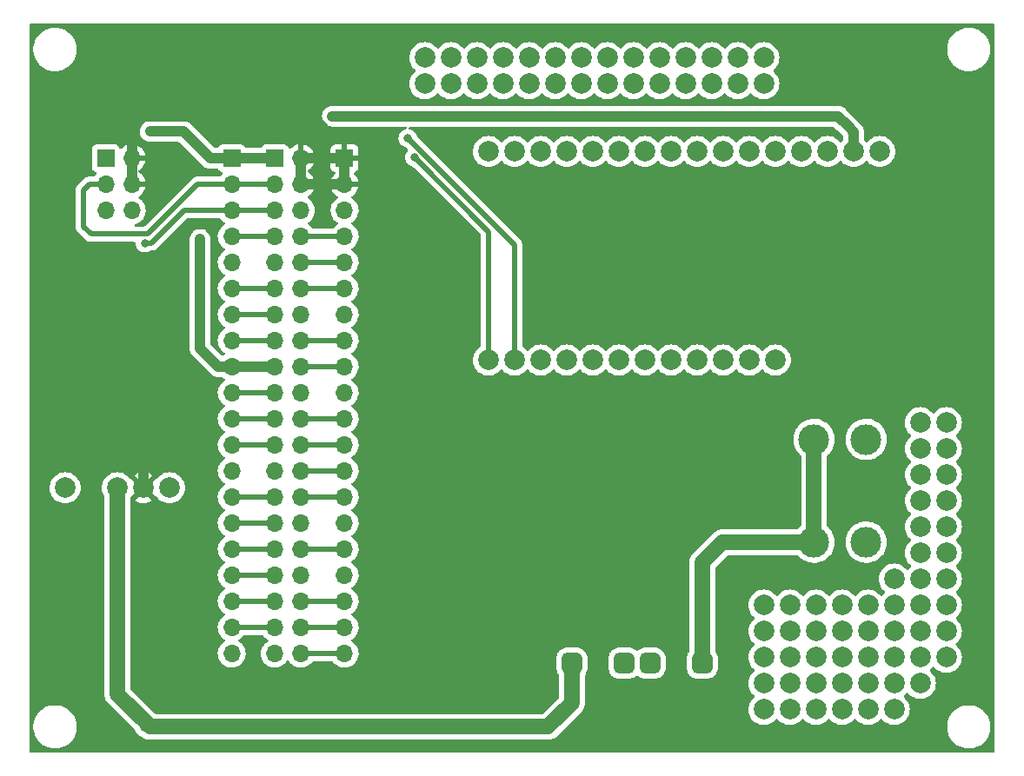
<source format=gtl>
%TF.GenerationSoftware,KiCad,Pcbnew,(6.0.10)*%
%TF.CreationDate,2024-06-04T10:03:53+09:00*%
%TF.ProjectId,extension_circuit_board,65787465-6e73-4696-9f6e-5f6369726375,rev?*%
%TF.SameCoordinates,Original*%
%TF.FileFunction,Copper,L1,Top*%
%TF.FilePolarity,Positive*%
%FSLAX46Y46*%
G04 Gerber Fmt 4.6, Leading zero omitted, Abs format (unit mm)*
G04 Created by KiCad (PCBNEW (6.0.10)) date 2024-06-04 10:03:53*
%MOMM*%
%LPD*%
G01*
G04 APERTURE LIST*
G04 Aperture macros list*
%AMRoundRect*
0 Rectangle with rounded corners*
0 $1 Rounding radius*
0 $2 $3 $4 $5 $6 $7 $8 $9 X,Y pos of 4 corners*
0 Add a 4 corners polygon primitive as box body*
4,1,4,$2,$3,$4,$5,$6,$7,$8,$9,$2,$3,0*
0 Add four circle primitives for the rounded corners*
1,1,$1+$1,$2,$3*
1,1,$1+$1,$4,$5*
1,1,$1+$1,$6,$7*
1,1,$1+$1,$8,$9*
0 Add four rect primitives between the rounded corners*
20,1,$1+$1,$2,$3,$4,$5,0*
20,1,$1+$1,$4,$5,$6,$7,0*
20,1,$1+$1,$6,$7,$8,$9,0*
20,1,$1+$1,$8,$9,$2,$3,0*%
G04 Aperture macros list end*
%TA.AperFunction,ComponentPad*%
%ADD10C,2.000000*%
%TD*%
%TA.AperFunction,ComponentPad*%
%ADD11R,1.700000X1.700000*%
%TD*%
%TA.AperFunction,ComponentPad*%
%ADD12O,1.700000X1.700000*%
%TD*%
%TA.AperFunction,SMDPad,CuDef*%
%ADD13RoundRect,0.500000X-0.500000X-0.500000X0.500000X-0.500000X0.500000X0.500000X-0.500000X0.500000X0*%
%TD*%
%TA.AperFunction,ComponentPad*%
%ADD14C,3.000000*%
%TD*%
%TA.AperFunction,ViaPad*%
%ADD15C,0.800000*%
%TD*%
%TA.AperFunction,Conductor*%
%ADD16C,1.500000*%
%TD*%
%TA.AperFunction,Conductor*%
%ADD17C,1.000000*%
%TD*%
%TA.AperFunction,Conductor*%
%ADD18C,0.500000*%
%TD*%
G04 APERTURE END LIST*
D10*
%TO.P,,1*%
%TO.N,N/C*%
X160020000Y-50800000D03*
%TD*%
%TO.P,,1*%
%TO.N,N/C*%
X160020000Y-53340000D03*
%TD*%
%TO.P,,1*%
%TO.N,N/C*%
X162560000Y-50800000D03*
%TD*%
%TO.P,,1*%
%TO.N,N/C*%
X162560000Y-53340000D03*
%TD*%
%TO.P,,1*%
%TO.N,N/C*%
X165100000Y-50800000D03*
%TD*%
%TO.P,,1*%
%TO.N,N/C*%
X165100000Y-53340000D03*
%TD*%
%TO.P,,1*%
%TO.N,N/C*%
X167640000Y-50800000D03*
%TD*%
%TO.P,,1*%
%TO.N,N/C*%
X167640000Y-53340000D03*
%TD*%
%TO.P,,1*%
%TO.N,N/C*%
X170180000Y-50800000D03*
%TD*%
%TO.P,,1*%
%TO.N,N/C*%
X170180000Y-53340000D03*
%TD*%
%TO.P,,1*%
%TO.N,N/C*%
X172720000Y-50800000D03*
%TD*%
%TO.P,,1*%
%TO.N,N/C*%
X172720000Y-53340000D03*
%TD*%
%TO.P,,1*%
%TO.N,N/C*%
X175260000Y-50800000D03*
%TD*%
%TO.P,,1*%
%TO.N,N/C*%
X175260000Y-53340000D03*
%TD*%
%TO.P,,1*%
%TO.N,N/C*%
X177800000Y-50800000D03*
%TD*%
%TO.P,,1*%
%TO.N,N/C*%
X177800000Y-53340000D03*
%TD*%
%TO.P,,1*%
%TO.N,N/C*%
X180340000Y-50800000D03*
%TD*%
%TO.P,,1*%
%TO.N,N/C*%
X180340000Y-53340000D03*
%TD*%
%TO.P,,1*%
%TO.N,N/C*%
X182880000Y-50800000D03*
%TD*%
%TO.P,,1*%
%TO.N,N/C*%
X182880000Y-53340000D03*
%TD*%
%TO.P,,1*%
%TO.N,N/C*%
X185420000Y-50800000D03*
%TD*%
%TO.P,,1*%
%TO.N,N/C*%
X185420000Y-53340000D03*
%TD*%
%TO.P,,1*%
%TO.N,N/C*%
X187960000Y-50800000D03*
%TD*%
%TO.P,,1*%
%TO.N,N/C*%
X187960000Y-53340000D03*
%TD*%
%TO.P,,1*%
%TO.N,N/C*%
X190500000Y-50800000D03*
%TD*%
%TO.P,,1*%
%TO.N,N/C*%
X190500000Y-53340000D03*
%TD*%
%TO.P,,1*%
%TO.N,N/C*%
X193040000Y-53340000D03*
%TD*%
%TO.P,,1*%
%TO.N,N/C*%
X193040000Y-50800000D03*
%TD*%
%TO.P,,1*%
%TO.N,N/C*%
X195580000Y-114300000D03*
%TD*%
%TO.P,,1*%
%TO.N,N/C*%
X193040000Y-109220000D03*
%TD*%
%TO.P,,1*%
%TO.N,N/C*%
X193040000Y-106680000D03*
%TD*%
%TO.P,,1*%
%TO.N,N/C*%
X195580000Y-104140000D03*
%TD*%
%TO.P,,1*%
%TO.N,N/C*%
X193040000Y-104140000D03*
%TD*%
%TO.P,,1*%
%TO.N,N/C*%
X193040000Y-114300000D03*
%TD*%
%TO.P,,1*%
%TO.N,N/C*%
X193040000Y-111760000D03*
%TD*%
%TO.P,,1*%
%TO.N,N/C*%
X195580000Y-109220000D03*
%TD*%
%TO.P,,1*%
%TO.N,N/C*%
X195580000Y-106680000D03*
%TD*%
%TO.P,,1*%
%TO.N,N/C*%
X195580000Y-111760000D03*
%TD*%
%TO.P,,1*%
%TO.N,N/C*%
X205740000Y-114300000D03*
%TD*%
%TO.P,,1*%
%TO.N,N/C*%
X203200000Y-114300000D03*
%TD*%
%TO.P,,1*%
%TO.N,N/C*%
X200660000Y-114300000D03*
%TD*%
%TO.P,,1*%
%TO.N,N/C*%
X198120000Y-114300000D03*
%TD*%
%TO.P,,1*%
%TO.N,N/C*%
X198120000Y-111760000D03*
%TD*%
%TO.P,,1*%
%TO.N,N/C*%
X198120000Y-109220000D03*
%TD*%
%TO.P,,1*%
%TO.N,N/C*%
X198120000Y-106680000D03*
%TD*%
%TO.P,,1*%
%TO.N,N/C*%
X198120000Y-104140000D03*
%TD*%
%TO.P,,1*%
%TO.N,N/C*%
X200660000Y-104140000D03*
%TD*%
%TO.P,,1*%
%TO.N,N/C*%
X200660000Y-106680000D03*
%TD*%
%TO.P,,1*%
%TO.N,N/C*%
X200660000Y-109220000D03*
%TD*%
%TO.P,,1*%
%TO.N,N/C*%
X200660000Y-111760000D03*
%TD*%
%TO.P,,1*%
%TO.N,N/C*%
X203200000Y-111760000D03*
%TD*%
%TO.P,,1*%
%TO.N,N/C*%
X205740000Y-111760000D03*
%TD*%
%TO.P,,1*%
%TO.N,N/C*%
X208280000Y-111760000D03*
%TD*%
%TO.P,,1*%
%TO.N,N/C*%
X210820000Y-109220000D03*
%TD*%
%TO.P,,1*%
%TO.N,N/C*%
X208280000Y-109220000D03*
%TD*%
%TO.P,,1*%
%TO.N,N/C*%
X205740000Y-109220000D03*
%TD*%
%TO.P,,1*%
%TO.N,N/C*%
X203200000Y-109220000D03*
%TD*%
%TO.P,,1*%
%TO.N,N/C*%
X203200000Y-104140000D03*
%TD*%
%TO.P,,1*%
%TO.N,N/C*%
X203200000Y-106680000D03*
%TD*%
%TO.P,,1*%
%TO.N,N/C*%
X205740000Y-106680000D03*
%TD*%
%TO.P,,1*%
%TO.N,N/C*%
X208280000Y-106680000D03*
%TD*%
%TO.P,,1*%
%TO.N,N/C*%
X210813266Y-106666533D03*
%TD*%
%TO.P,,1*%
%TO.N,N/C*%
X210820000Y-104140000D03*
%TD*%
%TO.P,,1*%
%TO.N,N/C*%
X205740000Y-101600000D03*
%TD*%
%TO.P,,1*%
%TO.N,N/C*%
X205740000Y-104140000D03*
%TD*%
%TO.P,,1*%
%TO.N,N/C*%
X208280000Y-104140000D03*
%TD*%
%TO.P,,1*%
%TO.N,N/C*%
X210820000Y-86360000D03*
%TD*%
%TO.P,,1*%
%TO.N,N/C*%
X208280000Y-86360000D03*
%TD*%
%TO.P,,1*%
%TO.N,N/C*%
X210820000Y-101600000D03*
%TD*%
%TO.P,,1*%
%TO.N,N/C*%
X208280000Y-101600000D03*
%TD*%
%TO.P,,1*%
%TO.N,N/C*%
X210820000Y-99060000D03*
%TD*%
%TO.P,,1*%
%TO.N,N/C*%
X208280000Y-99060000D03*
%TD*%
%TO.P,,1*%
%TO.N,N/C*%
X210820000Y-96520000D03*
%TD*%
%TO.P,,1*%
%TO.N,N/C*%
X208280000Y-96520000D03*
%TD*%
%TO.P,,1*%
%TO.N,N/C*%
X210820000Y-93980000D03*
%TD*%
%TO.P,,1*%
%TO.N,N/C*%
X208280000Y-93980000D03*
%TD*%
%TO.P,,1*%
%TO.N,N/C*%
X208280000Y-91440000D03*
%TD*%
%TO.P,,1*%
%TO.N,N/C*%
X208280000Y-88900000D03*
%TD*%
%TO.P,,1*%
%TO.N,N/C*%
X210820000Y-88900000D03*
%TD*%
%TO.P,,1*%
%TO.N,N/C*%
X210820000Y-91440000D03*
%TD*%
D11*
%TO.P,J3,1,Pin_1*%
%TO.N,+5V*%
X152200000Y-60600000D03*
D12*
%TO.P,J3,2,Pin_2*%
X152200000Y-63140000D03*
%TO.P,J3,3,Pin_3*%
%TO.N,GND*%
X152200000Y-65680000D03*
%TO.P,J3,4,Pin_4*%
%TO.N,Net-(J2-Pad8)*%
X152200000Y-68220000D03*
%TO.P,J3,5,Pin_5*%
%TO.N,Net-(J2-Pad10)*%
X152200000Y-70760000D03*
%TO.P,J3,6,Pin_6*%
%TO.N,Net-(J2-Pad12)*%
X152200000Y-73300000D03*
%TO.P,J3,7,Pin_7*%
%TO.N,GND*%
X152200000Y-75840000D03*
%TO.P,J3,8,Pin_8*%
%TO.N,Net-(J2-Pad16)*%
X152200000Y-78380000D03*
%TO.P,J3,9,Pin_9*%
%TO.N,Net-(J2-Pad18)*%
X152200000Y-80920000D03*
%TO.P,J3,10,Pin_10*%
%TO.N,GND*%
X152200000Y-83460000D03*
%TO.P,J3,11,Pin_11*%
%TO.N,Net-(J2-Pad22)*%
X152200000Y-86000000D03*
%TO.P,J3,12,Pin_12*%
%TO.N,Net-(J2-Pad24)*%
X152200000Y-88540000D03*
%TO.P,J3,13,Pin_13*%
%TO.N,Net-(J2-Pad26)*%
X152200000Y-91080000D03*
%TO.P,J3,14,Pin_14*%
%TO.N,Net-(J2-Pad28)*%
X152200000Y-93620000D03*
%TO.P,J3,15,Pin_15*%
%TO.N,GND*%
X152200000Y-96160000D03*
%TO.P,J3,16,Pin_16*%
%TO.N,Net-(J2-Pad32)*%
X152200000Y-98700000D03*
%TO.P,J3,17,Pin_17*%
%TO.N,GND*%
X152200000Y-101240000D03*
%TO.P,J3,18,Pin_18*%
%TO.N,Net-(J2-Pad36)*%
X152200000Y-103780000D03*
%TO.P,J3,19,Pin_19*%
%TO.N,Net-(J2-Pad38)*%
X152200000Y-106320000D03*
%TO.P,J3,20,Pin_20*%
%TO.N,Net-(J2-Pad40)*%
X152200000Y-108860000D03*
%TD*%
D11*
%TO.P,J5,1,Pin_1*%
%TO.N,+3.3V*%
X128925000Y-60600000D03*
D12*
%TO.P,J5,2,Pin_2*%
%TO.N,+5V*%
X131465000Y-60600000D03*
%TO.P,J5,3,Pin_3*%
%TO.N,I2C_2_SDA*%
X128925000Y-63140000D03*
%TO.P,J5,4,Pin_4*%
%TO.N,+5V*%
X131465000Y-63140000D03*
%TO.P,J5,5,Pin_5*%
%TO.N,I2C_2_SCL*%
X128925000Y-65680000D03*
%TO.P,J5,6,Pin_6*%
%TO.N,GND*%
X131465000Y-65680000D03*
%TD*%
D13*
%TO.P,U1,1,+VIN*%
%TO.N,+9V*%
X187040000Y-109790000D03*
%TO.P,U1,2,-VIN*%
%TO.N,GND*%
X181960000Y-109790000D03*
%TO.P,U1,3,-VOUT*%
X179420000Y-109790000D03*
%TO.P,U1,4,VOUT*%
%TO.N,Net-(SW1-Pad1)*%
X174340000Y-109790000D03*
%TD*%
D14*
%TO.P,J6,1,Pin_1*%
%TO.N,+9V*%
X197920000Y-88000000D03*
%TO.P,J6,2,Pin_2*%
%TO.N,GND*%
X203000000Y-88000000D03*
%TD*%
D11*
%TO.P,J1,1,Pin_1*%
%TO.N,+3.3V*%
X141200000Y-60600000D03*
D12*
%TO.P,J1,2,Pin_2*%
%TO.N,I2C_2_SDA*%
X141200000Y-63140000D03*
%TO.P,J1,3,Pin_3*%
%TO.N,I2C_2_SCL*%
X141200000Y-65680000D03*
%TO.P,J1,4,Pin_4*%
%TO.N,Net-(J2-Pad7)*%
X141200000Y-68220000D03*
%TO.P,J1,5,Pin_5*%
%TO.N,GND*%
X141200000Y-70760000D03*
%TO.P,J1,6,Pin_6*%
%TO.N,Net-(J2-Pad11)*%
X141200000Y-73300000D03*
%TO.P,J1,7,Pin_7*%
%TO.N,Net-(J2-Pad13)*%
X141200000Y-75840000D03*
%TO.P,J1,8,Pin_8*%
%TO.N,Net-(J2-Pad15)*%
X141200000Y-78380000D03*
%TO.P,J1,9,Pin_9*%
%TO.N,+3.3V*%
X141200000Y-80920000D03*
%TO.P,J1,10,Pin_10*%
%TO.N,Net-(J2-Pad19)*%
X141200000Y-83460000D03*
%TO.P,J1,11,Pin_11*%
%TO.N,Net-(J2-Pad21)*%
X141200000Y-86000000D03*
%TO.P,J1,12,Pin_12*%
%TO.N,Net-(J2-Pad23)*%
X141200000Y-88540000D03*
%TO.P,J1,13,Pin_13*%
%TO.N,GND*%
X141200000Y-91080000D03*
%TO.P,J1,14,Pin_14*%
%TO.N,Net-(J2-Pad27)*%
X141200000Y-93620000D03*
%TO.P,J1,15,Pin_15*%
%TO.N,Net-(J2-Pad29)*%
X141200000Y-96160000D03*
%TO.P,J1,16,Pin_16*%
%TO.N,Net-(J2-Pad31)*%
X141200000Y-98700000D03*
%TO.P,J1,17,Pin_17*%
%TO.N,Net-(J2-Pad33)*%
X141200000Y-101240000D03*
%TO.P,J1,18,Pin_18*%
%TO.N,Net-(J2-Pad35)*%
X141200000Y-103780000D03*
%TO.P,J1,19,Pin_19*%
%TO.N,Net-(J2-Pad37)*%
X141200000Y-106320000D03*
%TO.P,J1,20,Pin_20*%
%TO.N,GND*%
X141200000Y-108860000D03*
%TD*%
D10*
%TO.P,J4,1,Pin_1*%
%TO.N,unconnected-(J4-Pad1)*%
X204315000Y-59940000D03*
%TO.P,J4,2,Pin_2*%
%TO.N,+3.3V*%
X201775000Y-59940000D03*
%TO.P,J4,3,Pin_3*%
%TO.N,unconnected-(J4-Pad3)*%
X199235000Y-59940000D03*
%TO.P,J4,4,Pin_4*%
%TO.N,GND*%
X196695000Y-59940000D03*
%TO.P,J4,5,Pin_5*%
%TO.N,unconnected-(J4-Pad5)*%
X194155000Y-59940000D03*
%TO.P,J4,6,Pin_6*%
%TO.N,unconnected-(J4-Pad6)*%
X191615000Y-59940000D03*
%TO.P,J4,7,Pin_7*%
%TO.N,unconnected-(J4-Pad7)*%
X189075000Y-59940000D03*
%TO.P,J4,8,Pin_8*%
%TO.N,unconnected-(J4-Pad8)*%
X186535000Y-59940000D03*
%TO.P,J4,9,Pin_9*%
%TO.N,unconnected-(J4-Pad9)*%
X183995000Y-59940000D03*
%TO.P,J4,10,Pin_10*%
%TO.N,unconnected-(J4-Pad10)*%
X181455000Y-59940000D03*
%TO.P,J4,11,Pin_11*%
%TO.N,unconnected-(J4-Pad11)*%
X178915000Y-59940000D03*
%TO.P,J4,12,Pin_12*%
%TO.N,unconnected-(J4-Pad12)*%
X176375000Y-59940000D03*
%TO.P,J4,13,Pin_13*%
%TO.N,unconnected-(J4-Pad13)*%
X173835000Y-59940000D03*
%TO.P,J4,14,Pin_14*%
%TO.N,unconnected-(J4-Pad14)*%
X171295000Y-59940000D03*
%TO.P,J4,15,Pin_15*%
%TO.N,unconnected-(J4-Pad15)*%
X168755000Y-59940000D03*
%TO.P,J4,16,Pin_16*%
%TO.N,unconnected-(J4-Pad16)*%
X166215000Y-59940000D03*
%TO.P,J4,21,Pin_21*%
%TO.N,unconnected-(J4-Pad21)*%
X194155000Y-80260000D03*
%TO.P,J4,22,Pin_22*%
%TO.N,unconnected-(J4-Pad22)*%
X191615000Y-80260000D03*
%TO.P,J4,23,Pin_23*%
%TO.N,unconnected-(J4-Pad23)*%
X189075000Y-80260000D03*
%TO.P,J4,24,Pin_24*%
%TO.N,unconnected-(J4-Pad24)*%
X186535000Y-80260000D03*
%TO.P,J4,25,Pin_25*%
%TO.N,unconnected-(J4-Pad25)*%
X183995000Y-80260000D03*
%TO.P,J4,26,Pin_26*%
%TO.N,unconnected-(J4-Pad26)*%
X181455000Y-80260000D03*
%TO.P,J4,27,Pin_27*%
%TO.N,unconnected-(J4-Pad27)*%
X178915000Y-80260000D03*
%TO.P,J4,28,Pin_28*%
%TO.N,unconnected-(J4-Pad28)*%
X176375000Y-80260000D03*
%TO.P,J4,29,Pin_29*%
%TO.N,unconnected-(J4-Pad29)*%
X173835000Y-80260000D03*
%TO.P,J4,30,Pin_30*%
%TO.N,unconnected-(J4-Pad30)*%
X171295000Y-80260000D03*
%TO.P,J4,31,Pin_31*%
%TO.N,I2C_2_SCL*%
X168755000Y-80260000D03*
%TO.P,J4,32,Pin_32*%
%TO.N,I2C_2_SDA*%
X166215000Y-80260000D03*
%TD*%
D14*
%TO.P,J7,1,Pin_1*%
%TO.N,+9V*%
X197920000Y-98000000D03*
%TO.P,J7,2,Pin_2*%
%TO.N,GND*%
X203000000Y-98000000D03*
%TD*%
D10*
%TO.P,SW1,1,A*%
%TO.N,Net-(SW1-Pad1)*%
X130060000Y-92700000D03*
%TO.P,SW1,2,B*%
%TO.N,+5V*%
X132600000Y-92700000D03*
%TO.P,SW1,3,C*%
%TO.N,unconnected-(SW1-Pad3)*%
X135140000Y-92700000D03*
%TO.P,SW1,4*%
%TO.N,N/C*%
X124980000Y-92700000D03*
%TD*%
D11*
%TO.P,J2,1,Pin_1*%
%TO.N,+3.3V*%
X145400000Y-60600000D03*
D12*
%TO.P,J2,2,Pin_2*%
%TO.N,+5V*%
X147940000Y-60600000D03*
%TO.P,J2,3,Pin_3*%
%TO.N,I2C_2_SDA*%
X145400000Y-63140000D03*
%TO.P,J2,4,Pin_4*%
%TO.N,+5V*%
X147940000Y-63140000D03*
%TO.P,J2,5,Pin_5*%
%TO.N,I2C_2_SCL*%
X145400000Y-65680000D03*
%TO.P,J2,6,Pin_6*%
%TO.N,GND*%
X147940000Y-65680000D03*
%TO.P,J2,7,Pin_7*%
%TO.N,Net-(J2-Pad7)*%
X145400000Y-68220000D03*
%TO.P,J2,8,Pin_8*%
%TO.N,Net-(J2-Pad8)*%
X147940000Y-68220000D03*
%TO.P,J2,9,Pin_9*%
%TO.N,GND*%
X145400000Y-70760000D03*
%TO.P,J2,10,Pin_10*%
%TO.N,Net-(J2-Pad10)*%
X147940000Y-70760000D03*
%TO.P,J2,11,Pin_11*%
%TO.N,Net-(J2-Pad11)*%
X145400000Y-73300000D03*
%TO.P,J2,12,Pin_12*%
%TO.N,Net-(J2-Pad12)*%
X147940000Y-73300000D03*
%TO.P,J2,13,Pin_13*%
%TO.N,Net-(J2-Pad13)*%
X145400000Y-75840000D03*
%TO.P,J2,14,Pin_14*%
%TO.N,GND*%
X147940000Y-75840000D03*
%TO.P,J2,15,Pin_15*%
%TO.N,Net-(J2-Pad15)*%
X145400000Y-78380000D03*
%TO.P,J2,16,Pin_16*%
%TO.N,Net-(J2-Pad16)*%
X147940000Y-78380000D03*
%TO.P,J2,17,Pin_17*%
%TO.N,+3.3V*%
X145400000Y-80920000D03*
%TO.P,J2,18,Pin_18*%
%TO.N,Net-(J2-Pad18)*%
X147940000Y-80920000D03*
%TO.P,J2,19,Pin_19*%
%TO.N,Net-(J2-Pad19)*%
X145400000Y-83460000D03*
%TO.P,J2,20,Pin_20*%
%TO.N,GND*%
X147940000Y-83460000D03*
%TO.P,J2,21,Pin_21*%
%TO.N,Net-(J2-Pad21)*%
X145400000Y-86000000D03*
%TO.P,J2,22,Pin_22*%
%TO.N,Net-(J2-Pad22)*%
X147940000Y-86000000D03*
%TO.P,J2,23,Pin_23*%
%TO.N,Net-(J2-Pad23)*%
X145400000Y-88540000D03*
%TO.P,J2,24,Pin_24*%
%TO.N,Net-(J2-Pad24)*%
X147940000Y-88540000D03*
%TO.P,J2,25,Pin_25*%
%TO.N,GND*%
X145400000Y-91080000D03*
%TO.P,J2,26,Pin_26*%
%TO.N,Net-(J2-Pad26)*%
X147940000Y-91080000D03*
%TO.P,J2,27,Pin_27*%
%TO.N,Net-(J2-Pad27)*%
X145400000Y-93620000D03*
%TO.P,J2,28,Pin_28*%
%TO.N,Net-(J2-Pad28)*%
X147940000Y-93620000D03*
%TO.P,J2,29,Pin_29*%
%TO.N,Net-(J2-Pad29)*%
X145400000Y-96160000D03*
%TO.P,J2,30,Pin_30*%
%TO.N,GND*%
X147940000Y-96160000D03*
%TO.P,J2,31,Pin_31*%
%TO.N,Net-(J2-Pad31)*%
X145400000Y-98700000D03*
%TO.P,J2,32,Pin_32*%
%TO.N,Net-(J2-Pad32)*%
X147940000Y-98700000D03*
%TO.P,J2,33,Pin_33*%
%TO.N,Net-(J2-Pad33)*%
X145400000Y-101240000D03*
%TO.P,J2,34,Pin_34*%
%TO.N,GND*%
X147940000Y-101240000D03*
%TO.P,J2,35,Pin_35*%
%TO.N,Net-(J2-Pad35)*%
X145400000Y-103780000D03*
%TO.P,J2,36,Pin_36*%
%TO.N,Net-(J2-Pad36)*%
X147940000Y-103780000D03*
%TO.P,J2,37,Pin_37*%
%TO.N,Net-(J2-Pad37)*%
X145400000Y-106320000D03*
%TO.P,J2,38,Pin_38*%
%TO.N,Net-(J2-Pad38)*%
X147940000Y-106320000D03*
%TO.P,J2,39,Pin_39*%
%TO.N,GND*%
X145400000Y-108860000D03*
%TO.P,J2,40,Pin_40*%
%TO.N,Net-(J2-Pad40)*%
X147940000Y-108860000D03*
%TD*%
D15*
%TO.N,GND*%
X181960000Y-109790000D03*
X179420000Y-109790000D03*
%TO.N,+3.3V*%
X138250000Y-59750000D03*
X138100000Y-68500000D03*
X133250000Y-58000000D03*
X151000000Y-56500000D03*
%TO.N,I2C_2_SCL*%
X158350688Y-58649312D03*
X132740050Y-68849500D03*
%TO.N,I2C_2_SDA*%
X159000000Y-60500000D03*
%TD*%
D16*
%TO.N,+9V*%
X187040000Y-99980000D02*
X187040000Y-109790000D01*
X189020000Y-98000000D02*
X187040000Y-99980000D01*
X197920000Y-98000000D02*
X189020000Y-98000000D01*
X197920000Y-88000000D02*
X197920000Y-98000000D01*
D17*
%TO.N,+5V*%
X152200000Y-63140000D02*
X147940000Y-63140000D01*
X133250000Y-56500000D02*
X149000000Y-56500000D01*
X131465000Y-57535000D02*
X132500000Y-56500000D01*
X150100000Y-60600000D02*
X152200000Y-60600000D01*
X124750000Y-58250000D02*
X124750000Y-81500000D01*
X131465000Y-63140000D02*
X131465000Y-61835000D01*
X149000000Y-56500000D02*
X150100000Y-57600000D01*
X133250000Y-56500000D02*
X126500000Y-56500000D01*
X131465000Y-61835000D02*
X131465000Y-60600000D01*
X126500000Y-56500000D02*
X124750000Y-58250000D01*
X132600000Y-89350000D02*
X132600000Y-92700000D01*
X124750000Y-81500000D02*
X132600000Y-89350000D01*
X147940000Y-60600000D02*
X150100000Y-60600000D01*
X132500000Y-56500000D02*
X133250000Y-56500000D01*
X150100000Y-57600000D02*
X150100000Y-60600000D01*
X152200000Y-63140000D02*
X152200000Y-60600000D01*
X131465000Y-60600000D02*
X131465000Y-57535000D01*
X147940000Y-60600000D02*
X147940000Y-63140000D01*
%TO.N,+3.3V*%
X139920000Y-80920000D02*
X138100000Y-79100000D01*
X145400000Y-60600000D02*
X143300000Y-60600000D01*
X151750000Y-56500000D02*
X151000000Y-56500000D01*
X138250000Y-59750000D02*
X136500000Y-58000000D01*
X141200000Y-80920000D02*
X145400000Y-80920000D01*
X138100000Y-79100000D02*
X138100000Y-68500000D01*
X139100000Y-60600000D02*
X138250000Y-59750000D01*
X141200000Y-60600000D02*
X139100000Y-60600000D01*
X136500000Y-58000000D02*
X133250000Y-58000000D01*
X201775000Y-59940000D02*
X201775000Y-58025000D01*
X200250000Y-56500000D02*
X151750000Y-56500000D01*
X141200000Y-80920000D02*
X139920000Y-80920000D01*
X201775000Y-58025000D02*
X201250000Y-57500000D01*
X201250000Y-57500000D02*
X200250000Y-56500000D01*
X143300000Y-60600000D02*
X141200000Y-60600000D01*
D18*
%TO.N,I2C_2_SCL*%
X138820000Y-65680000D02*
X141200000Y-65680000D01*
X135250000Y-67000000D02*
X133400500Y-68849500D01*
X138820000Y-65680000D02*
X136570000Y-65680000D01*
X168750000Y-69047918D02*
X158351394Y-58649312D01*
X133400500Y-68849500D02*
X132740050Y-68849500D01*
X168755000Y-70005000D02*
X168750000Y-70000000D01*
X136570000Y-65680000D02*
X135250000Y-67000000D01*
X158351394Y-58649312D02*
X158350688Y-58649312D01*
X168750000Y-70000000D02*
X168750000Y-69047918D01*
X168755000Y-80260000D02*
X168755000Y-70005000D01*
X145400000Y-65680000D02*
X141200000Y-65680000D01*
%TO.N,I2C_2_SDA*%
X127360000Y-63140000D02*
X126750000Y-63750000D01*
X127500000Y-68000000D02*
X133030000Y-68000000D01*
X145400000Y-63140000D02*
X141200000Y-63140000D01*
X126750000Y-67250000D02*
X127500000Y-68000000D01*
X166250000Y-67750000D02*
X159000000Y-60500000D01*
X126750000Y-63750000D02*
X126750000Y-67250000D01*
X128925000Y-63140000D02*
X127360000Y-63140000D01*
X166215000Y-67785000D02*
X166250000Y-67750000D01*
X133030000Y-68000000D02*
X137890000Y-63140000D01*
X141200000Y-63140000D02*
X137890000Y-63140000D01*
X166215000Y-80260000D02*
X166215000Y-67785000D01*
%TO.N,Net-(J2-Pad7)*%
X141200000Y-68220000D02*
X145400000Y-68220000D01*
%TO.N,Net-(J2-Pad8)*%
X147940000Y-68220000D02*
X152200000Y-68220000D01*
%TO.N,Net-(J2-Pad10)*%
X147940000Y-70760000D02*
X152200000Y-70760000D01*
%TO.N,Net-(J2-Pad11)*%
X141200000Y-73300000D02*
X145400000Y-73300000D01*
%TO.N,Net-(J2-Pad12)*%
X147940000Y-73300000D02*
X152200000Y-73300000D01*
%TO.N,Net-(J2-Pad13)*%
X141200000Y-75840000D02*
X145400000Y-75840000D01*
%TO.N,Net-(J2-Pad15)*%
X141200000Y-78380000D02*
X145400000Y-78380000D01*
%TO.N,Net-(J2-Pad16)*%
X147940000Y-78380000D02*
X152200000Y-78380000D01*
%TO.N,Net-(J2-Pad18)*%
X147940000Y-80920000D02*
X152200000Y-80920000D01*
%TO.N,Net-(J2-Pad19)*%
X141200000Y-83460000D02*
X145400000Y-83460000D01*
%TO.N,Net-(J2-Pad21)*%
X141200000Y-86000000D02*
X145400000Y-86000000D01*
%TO.N,Net-(J2-Pad22)*%
X147940000Y-86000000D02*
X152200000Y-86000000D01*
%TO.N,Net-(J2-Pad23)*%
X141200000Y-88540000D02*
X145400000Y-88540000D01*
%TO.N,Net-(J2-Pad24)*%
X147940000Y-88540000D02*
X152200000Y-88540000D01*
%TO.N,Net-(J2-Pad26)*%
X147940000Y-91080000D02*
X152200000Y-91080000D01*
%TO.N,Net-(J2-Pad27)*%
X141200000Y-93620000D02*
X145400000Y-93620000D01*
%TO.N,Net-(J2-Pad28)*%
X147940000Y-93620000D02*
X152200000Y-93620000D01*
%TO.N,Net-(J2-Pad29)*%
X141200000Y-96160000D02*
X145400000Y-96160000D01*
%TO.N,Net-(J2-Pad31)*%
X141200000Y-98700000D02*
X145400000Y-98700000D01*
%TO.N,Net-(J2-Pad32)*%
X147940000Y-98700000D02*
X152200000Y-98700000D01*
%TO.N,Net-(J2-Pad33)*%
X145400000Y-101240000D02*
X141200000Y-101240000D01*
%TO.N,Net-(J2-Pad35)*%
X145400000Y-103780000D02*
X141200000Y-103780000D01*
%TO.N,Net-(J2-Pad36)*%
X147940000Y-103780000D02*
X152200000Y-103780000D01*
%TO.N,Net-(J2-Pad37)*%
X145400000Y-106320000D02*
X141200000Y-106320000D01*
%TO.N,Net-(J2-Pad38)*%
X147940000Y-106320000D02*
X152200000Y-106320000D01*
%TO.N,Net-(J2-Pad40)*%
X147940000Y-108860000D02*
X152200000Y-108860000D01*
D17*
%TO.N,Net-(SW1-Pad1)*%
X169500000Y-116000000D02*
X170750000Y-116000000D01*
D16*
X130060000Y-112810000D02*
X133250000Y-116000000D01*
X174340000Y-113660000D02*
X172000000Y-116000000D01*
X133250000Y-116000000D02*
X170750000Y-116000000D01*
D17*
X170750000Y-116000000D02*
X172000000Y-116000000D01*
D16*
X172000000Y-116000000D02*
X168250000Y-116000000D01*
X130060000Y-92700000D02*
X130060000Y-112810000D01*
X174340000Y-109790000D02*
X174340000Y-113660000D01*
D17*
X132750000Y-116000000D02*
X168250000Y-116000000D01*
X168250000Y-116000000D02*
X169500000Y-116000000D01*
%TD*%
%TA.AperFunction,Conductor*%
%TO.N,+5V*%
G36*
X215433621Y-47528502D02*
G01*
X215480114Y-47582158D01*
X215491500Y-47634500D01*
X215491500Y-118365500D01*
X215471498Y-118433621D01*
X215417842Y-118480114D01*
X215365500Y-118491500D01*
X121634500Y-118491500D01*
X121566379Y-118471498D01*
X121519886Y-118417842D01*
X121508500Y-118365500D01*
X121508500Y-116132703D01*
X121890743Y-116132703D01*
X121928268Y-116417734D01*
X122004129Y-116695036D01*
X122005813Y-116698984D01*
X122112365Y-116948789D01*
X122116923Y-116959476D01*
X122163675Y-117037593D01*
X122251500Y-117184337D01*
X122264561Y-117206161D01*
X122444313Y-117430528D01*
X122652851Y-117628423D01*
X122886317Y-117796186D01*
X122890112Y-117798195D01*
X122890113Y-117798196D01*
X122911869Y-117809715D01*
X123140392Y-117930712D01*
X123410373Y-118029511D01*
X123691264Y-118090755D01*
X123719841Y-118093004D01*
X123914282Y-118108307D01*
X123914291Y-118108307D01*
X123916739Y-118108500D01*
X124072271Y-118108500D01*
X124074407Y-118108354D01*
X124074418Y-118108354D01*
X124282548Y-118094165D01*
X124282554Y-118094164D01*
X124286825Y-118093873D01*
X124291020Y-118093004D01*
X124291022Y-118093004D01*
X124427583Y-118064724D01*
X124568342Y-118035574D01*
X124839343Y-117939607D01*
X125094812Y-117807750D01*
X125098313Y-117805289D01*
X125098317Y-117805287D01*
X125212418Y-117725095D01*
X125330023Y-117642441D01*
X125540622Y-117446740D01*
X125722713Y-117224268D01*
X125872927Y-116979142D01*
X125882854Y-116956529D01*
X125986757Y-116719830D01*
X125988483Y-116715898D01*
X126067244Y-116439406D01*
X126107751Y-116154784D01*
X126107845Y-116136951D01*
X126109235Y-115871583D01*
X126109235Y-115871576D01*
X126109257Y-115867297D01*
X126102131Y-115813165D01*
X126080667Y-115650135D01*
X126071732Y-115582266D01*
X125995871Y-115304964D01*
X125883077Y-115040524D01*
X125735439Y-114793839D01*
X125555687Y-114569472D01*
X125406734Y-114428121D01*
X125350258Y-114374527D01*
X125350255Y-114374525D01*
X125347149Y-114371577D01*
X125147965Y-114228448D01*
X125117172Y-114206321D01*
X125117171Y-114206320D01*
X125113683Y-114203814D01*
X125091843Y-114192250D01*
X124931698Y-114107458D01*
X124859608Y-114069288D01*
X124691177Y-114007651D01*
X124593658Y-113971964D01*
X124593656Y-113971963D01*
X124589627Y-113970489D01*
X124308736Y-113909245D01*
X124277685Y-113906801D01*
X124085718Y-113891693D01*
X124085709Y-113891693D01*
X124083261Y-113891500D01*
X123927729Y-113891500D01*
X123925593Y-113891646D01*
X123925582Y-113891646D01*
X123717452Y-113905835D01*
X123717446Y-113905836D01*
X123713175Y-113906127D01*
X123708980Y-113906996D01*
X123708978Y-113906996D01*
X123572417Y-113935276D01*
X123431658Y-113964426D01*
X123160657Y-114060393D01*
X122905188Y-114192250D01*
X122901687Y-114194711D01*
X122901683Y-114194713D01*
X122891594Y-114201804D01*
X122669977Y-114357559D01*
X122629790Y-114394903D01*
X122477187Y-114536711D01*
X122459378Y-114553260D01*
X122277287Y-114775732D01*
X122127073Y-115020858D01*
X122011517Y-115284102D01*
X121932756Y-115560594D01*
X121892249Y-115845216D01*
X121892227Y-115849505D01*
X121892226Y-115849512D01*
X121890765Y-116128417D01*
X121890743Y-116132703D01*
X121508500Y-116132703D01*
X121508500Y-92700000D01*
X123466835Y-92700000D01*
X123485465Y-92936711D01*
X123486619Y-92941518D01*
X123486620Y-92941524D01*
X123493815Y-92971492D01*
X123540895Y-93167594D01*
X123542788Y-93172165D01*
X123542789Y-93172167D01*
X123622485Y-93364570D01*
X123631760Y-93386963D01*
X123634346Y-93391183D01*
X123753241Y-93585202D01*
X123753245Y-93585208D01*
X123755824Y-93589416D01*
X123910031Y-93769969D01*
X124090584Y-93924176D01*
X124094792Y-93926755D01*
X124094798Y-93926759D01*
X124251190Y-94022596D01*
X124293037Y-94048240D01*
X124297607Y-94050133D01*
X124297611Y-94050135D01*
X124507833Y-94137211D01*
X124512406Y-94139105D01*
X124592609Y-94158360D01*
X124738476Y-94193380D01*
X124738482Y-94193381D01*
X124743289Y-94194535D01*
X124980000Y-94213165D01*
X125216711Y-94194535D01*
X125221518Y-94193381D01*
X125221524Y-94193380D01*
X125367391Y-94158360D01*
X125447594Y-94139105D01*
X125452167Y-94137211D01*
X125662389Y-94050135D01*
X125662393Y-94050133D01*
X125666963Y-94048240D01*
X125708810Y-94022596D01*
X125865202Y-93926759D01*
X125865208Y-93926755D01*
X125869416Y-93924176D01*
X126049969Y-93769969D01*
X126204176Y-93589416D01*
X126206755Y-93585208D01*
X126206759Y-93585202D01*
X126325654Y-93391183D01*
X126328240Y-93386963D01*
X126337516Y-93364570D01*
X126417211Y-93172167D01*
X126417212Y-93172165D01*
X126419105Y-93167594D01*
X126466185Y-92971492D01*
X126473380Y-92941524D01*
X126473381Y-92941518D01*
X126474535Y-92936711D01*
X126493165Y-92700000D01*
X128546835Y-92700000D01*
X128565465Y-92936711D01*
X128566619Y-92941518D01*
X128566620Y-92941524D01*
X128573815Y-92971492D01*
X128620895Y-93167594D01*
X128622788Y-93172165D01*
X128622789Y-93172167D01*
X128702485Y-93364570D01*
X128711760Y-93386963D01*
X128714345Y-93391182D01*
X128714351Y-93391193D01*
X128782932Y-93503106D01*
X128801500Y-93568941D01*
X128801500Y-112718604D01*
X128800422Y-112735051D01*
X128797521Y-112757086D01*
X128797786Y-112762698D01*
X128801360Y-112838488D01*
X128801500Y-112844424D01*
X128801500Y-112866999D01*
X128801750Y-112869796D01*
X128803819Y-112892988D01*
X128804178Y-112898248D01*
X128808104Y-112981488D01*
X128809354Y-112986947D01*
X128809355Y-112986952D01*
X128812108Y-112998970D01*
X128814789Y-113015899D01*
X128816383Y-113033762D01*
X128817865Y-113039178D01*
X128817865Y-113039180D01*
X128838370Y-113114133D01*
X128839656Y-113119251D01*
X128858258Y-113200470D01*
X128860460Y-113205632D01*
X128865294Y-113216967D01*
X128870927Y-113233142D01*
X128871105Y-113233792D01*
X128875663Y-113250451D01*
X128878079Y-113255516D01*
X128911539Y-113325667D01*
X128913710Y-113330476D01*
X128946397Y-113407109D01*
X128956251Y-113422110D01*
X128964654Y-113437025D01*
X128972378Y-113453218D01*
X128975648Y-113457769D01*
X128975650Y-113457772D01*
X129020999Y-113520881D01*
X129023989Y-113525232D01*
X129067196Y-113591010D01*
X129067202Y-113591018D01*
X129069735Y-113594874D01*
X129088257Y-113615662D01*
X129096490Y-113625939D01*
X129103471Y-113635654D01*
X129113875Y-113645736D01*
X129180255Y-113710063D01*
X129181665Y-113711452D01*
X131771257Y-116301045D01*
X131803035Y-116354564D01*
X131808667Y-116373699D01*
X131808669Y-116373705D01*
X131810410Y-116379619D01*
X131813263Y-116385077D01*
X131813265Y-116385081D01*
X131839446Y-116435159D01*
X131902040Y-116554890D01*
X132025968Y-116709025D01*
X132177474Y-116836154D01*
X132182872Y-116839121D01*
X132182877Y-116839125D01*
X132254201Y-116878335D01*
X132350787Y-116931433D01*
X132356654Y-116933294D01*
X132356656Y-116933295D01*
X132377831Y-116940012D01*
X132405501Y-116948790D01*
X132452200Y-116975697D01*
X132486036Y-117006485D01*
X132490789Y-117009466D01*
X132490791Y-117009468D01*
X132501230Y-117016016D01*
X132515090Y-117026085D01*
X132528853Y-117037593D01*
X132533734Y-117040377D01*
X132601218Y-117078869D01*
X132605748Y-117081579D01*
X132676344Y-117125864D01*
X132681548Y-117127956D01*
X132692983Y-117132553D01*
X132708413Y-117140012D01*
X132719119Y-117146119D01*
X132719128Y-117146123D01*
X132723993Y-117148898D01*
X132802546Y-117176715D01*
X132807458Y-117178571D01*
X132884783Y-117209656D01*
X132890273Y-117210793D01*
X132902349Y-117213294D01*
X132918844Y-117217899D01*
X132935759Y-117223889D01*
X132992555Y-117233190D01*
X133017990Y-117237355D01*
X133023178Y-117238317D01*
X133100241Y-117254276D01*
X133100245Y-117254277D01*
X133104767Y-117255213D01*
X133132566Y-117256816D01*
X133145667Y-117258263D01*
X133147215Y-117258516D01*
X133151916Y-117259286D01*
X133151919Y-117259286D01*
X133157457Y-117260193D01*
X133163072Y-117260105D01*
X133163074Y-117260105D01*
X133264230Y-117258516D01*
X133266209Y-117258500D01*
X171908604Y-117258500D01*
X171925051Y-117259578D01*
X171941516Y-117261746D01*
X171941520Y-117261746D01*
X171947086Y-117262479D01*
X172028489Y-117258640D01*
X172034424Y-117258500D01*
X172056999Y-117258500D01*
X172082989Y-117256181D01*
X172088248Y-117255822D01*
X172171488Y-117251896D01*
X172176947Y-117250646D01*
X172176952Y-117250645D01*
X172188970Y-117247892D01*
X172205899Y-117245211D01*
X172223762Y-117243617D01*
X172229178Y-117242135D01*
X172229180Y-117242135D01*
X172304133Y-117221630D01*
X172309251Y-117220344D01*
X172385000Y-117202995D01*
X172385002Y-117202994D01*
X172390470Y-117201742D01*
X172400970Y-117197263D01*
X172406967Y-117194706D01*
X172423142Y-117189073D01*
X172435039Y-117185818D01*
X172435043Y-117185817D01*
X172440451Y-117184337D01*
X172510826Y-117150770D01*
X172515667Y-117148461D01*
X172520476Y-117146290D01*
X172591949Y-117115804D01*
X172591950Y-117115804D01*
X172597109Y-117113603D01*
X172612110Y-117103749D01*
X172627025Y-117095346D01*
X172643218Y-117087622D01*
X172647769Y-117084352D01*
X172647772Y-117084350D01*
X172680996Y-117060476D01*
X172710892Y-117038994D01*
X172715232Y-117036011D01*
X172781010Y-116992804D01*
X172781018Y-116992798D01*
X172784874Y-116990265D01*
X172805662Y-116971743D01*
X172815939Y-116963510D01*
X172825654Y-116956529D01*
X172900063Y-116879745D01*
X172901452Y-116878335D01*
X173647084Y-116132703D01*
X210890743Y-116132703D01*
X210928268Y-116417734D01*
X211004129Y-116695036D01*
X211005813Y-116698984D01*
X211112365Y-116948789D01*
X211116923Y-116959476D01*
X211163675Y-117037593D01*
X211251500Y-117184337D01*
X211264561Y-117206161D01*
X211444313Y-117430528D01*
X211652851Y-117628423D01*
X211886317Y-117796186D01*
X211890112Y-117798195D01*
X211890113Y-117798196D01*
X211911869Y-117809715D01*
X212140392Y-117930712D01*
X212410373Y-118029511D01*
X212691264Y-118090755D01*
X212719841Y-118093004D01*
X212914282Y-118108307D01*
X212914291Y-118108307D01*
X212916739Y-118108500D01*
X213072271Y-118108500D01*
X213074407Y-118108354D01*
X213074418Y-118108354D01*
X213282548Y-118094165D01*
X213282554Y-118094164D01*
X213286825Y-118093873D01*
X213291020Y-118093004D01*
X213291022Y-118093004D01*
X213427583Y-118064724D01*
X213568342Y-118035574D01*
X213839343Y-117939607D01*
X214094812Y-117807750D01*
X214098313Y-117805289D01*
X214098317Y-117805287D01*
X214212418Y-117725095D01*
X214330023Y-117642441D01*
X214540622Y-117446740D01*
X214722713Y-117224268D01*
X214872927Y-116979142D01*
X214882854Y-116956529D01*
X214986757Y-116719830D01*
X214988483Y-116715898D01*
X215067244Y-116439406D01*
X215107751Y-116154784D01*
X215107845Y-116136951D01*
X215109235Y-115871583D01*
X215109235Y-115871576D01*
X215109257Y-115867297D01*
X215102131Y-115813165D01*
X215080667Y-115650135D01*
X215071732Y-115582266D01*
X214995871Y-115304964D01*
X214883077Y-115040524D01*
X214735439Y-114793839D01*
X214555687Y-114569472D01*
X214406734Y-114428121D01*
X214350258Y-114374527D01*
X214350255Y-114374525D01*
X214347149Y-114371577D01*
X214147965Y-114228448D01*
X214117172Y-114206321D01*
X214117171Y-114206320D01*
X214113683Y-114203814D01*
X214091843Y-114192250D01*
X213931698Y-114107458D01*
X213859608Y-114069288D01*
X213691177Y-114007651D01*
X213593658Y-113971964D01*
X213593656Y-113971963D01*
X213589627Y-113970489D01*
X213308736Y-113909245D01*
X213277685Y-113906801D01*
X213085718Y-113891693D01*
X213085709Y-113891693D01*
X213083261Y-113891500D01*
X212927729Y-113891500D01*
X212925593Y-113891646D01*
X212925582Y-113891646D01*
X212717452Y-113905835D01*
X212717446Y-113905836D01*
X212713175Y-113906127D01*
X212708980Y-113906996D01*
X212708978Y-113906996D01*
X212572417Y-113935276D01*
X212431658Y-113964426D01*
X212160657Y-114060393D01*
X211905188Y-114192250D01*
X211901687Y-114194711D01*
X211901683Y-114194713D01*
X211891594Y-114201804D01*
X211669977Y-114357559D01*
X211629790Y-114394903D01*
X211477187Y-114536711D01*
X211459378Y-114553260D01*
X211277287Y-114775732D01*
X211127073Y-115020858D01*
X211011517Y-115284102D01*
X210932756Y-115560594D01*
X210892249Y-115845216D01*
X210892227Y-115849505D01*
X210892226Y-115849512D01*
X210890765Y-116128417D01*
X210890743Y-116132703D01*
X173647084Y-116132703D01*
X175165259Y-114614528D01*
X175177651Y-114603660D01*
X175190843Y-114593538D01*
X175190851Y-114593531D01*
X175195292Y-114590123D01*
X175250168Y-114529815D01*
X175254267Y-114525520D01*
X175270198Y-114509589D01*
X175286934Y-114489573D01*
X175290379Y-114485624D01*
X175342703Y-114428121D01*
X175342706Y-114428117D01*
X175346485Y-114423964D01*
X175356013Y-114408775D01*
X175366091Y-114394903D01*
X175373992Y-114385455D01*
X175373997Y-114385448D01*
X175377594Y-114381146D01*
X175418887Y-114308752D01*
X175421592Y-114304232D01*
X175424247Y-114300000D01*
X191526835Y-114300000D01*
X191545465Y-114536711D01*
X191546619Y-114541518D01*
X191546620Y-114541524D01*
X191557293Y-114585980D01*
X191600895Y-114767594D01*
X191602788Y-114772165D01*
X191602789Y-114772167D01*
X191610380Y-114790492D01*
X191691760Y-114986963D01*
X191694346Y-114991183D01*
X191813241Y-115185202D01*
X191813245Y-115185208D01*
X191815824Y-115189416D01*
X191970031Y-115369969D01*
X192150584Y-115524176D01*
X192154792Y-115526755D01*
X192154798Y-115526759D01*
X192348817Y-115645654D01*
X192353037Y-115648240D01*
X192357607Y-115650133D01*
X192357611Y-115650135D01*
X192567833Y-115737211D01*
X192572406Y-115739105D01*
X192652609Y-115758360D01*
X192798476Y-115793380D01*
X192798482Y-115793381D01*
X192803289Y-115794535D01*
X193040000Y-115813165D01*
X193276711Y-115794535D01*
X193281518Y-115793381D01*
X193281524Y-115793380D01*
X193427391Y-115758360D01*
X193507594Y-115739105D01*
X193512167Y-115737211D01*
X193722389Y-115650135D01*
X193722393Y-115650133D01*
X193726963Y-115648240D01*
X193731183Y-115645654D01*
X193925202Y-115526759D01*
X193925208Y-115526755D01*
X193929416Y-115524176D01*
X194109969Y-115369969D01*
X194113177Y-115366213D01*
X194113182Y-115366208D01*
X194214189Y-115247944D01*
X194273639Y-115209134D01*
X194344634Y-115208628D01*
X194405811Y-115247944D01*
X194506818Y-115366208D01*
X194506823Y-115366213D01*
X194510031Y-115369969D01*
X194690584Y-115524176D01*
X194694792Y-115526755D01*
X194694798Y-115526759D01*
X194888817Y-115645654D01*
X194893037Y-115648240D01*
X194897607Y-115650133D01*
X194897611Y-115650135D01*
X195107833Y-115737211D01*
X195112406Y-115739105D01*
X195192609Y-115758360D01*
X195338476Y-115793380D01*
X195338482Y-115793381D01*
X195343289Y-115794535D01*
X195580000Y-115813165D01*
X195816711Y-115794535D01*
X195821518Y-115793381D01*
X195821524Y-115793380D01*
X195967391Y-115758360D01*
X196047594Y-115739105D01*
X196052167Y-115737211D01*
X196262389Y-115650135D01*
X196262393Y-115650133D01*
X196266963Y-115648240D01*
X196271183Y-115645654D01*
X196465202Y-115526759D01*
X196465208Y-115526755D01*
X196469416Y-115524176D01*
X196649969Y-115369969D01*
X196653177Y-115366213D01*
X196653182Y-115366208D01*
X196754189Y-115247944D01*
X196813639Y-115209134D01*
X196884634Y-115208628D01*
X196945811Y-115247944D01*
X197046818Y-115366208D01*
X197046823Y-115366213D01*
X197050031Y-115369969D01*
X197230584Y-115524176D01*
X197234792Y-115526755D01*
X197234798Y-115526759D01*
X197428817Y-115645654D01*
X197433037Y-115648240D01*
X197437607Y-115650133D01*
X197437611Y-115650135D01*
X197647833Y-115737211D01*
X197652406Y-115739105D01*
X197732609Y-115758360D01*
X197878476Y-115793380D01*
X197878482Y-115793381D01*
X197883289Y-115794535D01*
X198120000Y-115813165D01*
X198356711Y-115794535D01*
X198361518Y-115793381D01*
X198361524Y-115793380D01*
X198507391Y-115758360D01*
X198587594Y-115739105D01*
X198592167Y-115737211D01*
X198802389Y-115650135D01*
X198802393Y-115650133D01*
X198806963Y-115648240D01*
X198811183Y-115645654D01*
X199005202Y-115526759D01*
X199005208Y-115526755D01*
X199009416Y-115524176D01*
X199189969Y-115369969D01*
X199193177Y-115366213D01*
X199193182Y-115366208D01*
X199294189Y-115247944D01*
X199353639Y-115209134D01*
X199424634Y-115208628D01*
X199485811Y-115247944D01*
X199586818Y-115366208D01*
X199586823Y-115366213D01*
X199590031Y-115369969D01*
X199770584Y-115524176D01*
X199774792Y-115526755D01*
X199774798Y-115526759D01*
X199968817Y-115645654D01*
X199973037Y-115648240D01*
X199977607Y-115650133D01*
X199977611Y-115650135D01*
X200187833Y-115737211D01*
X200192406Y-115739105D01*
X200272609Y-115758360D01*
X200418476Y-115793380D01*
X200418482Y-115793381D01*
X200423289Y-115794535D01*
X200660000Y-115813165D01*
X200896711Y-115794535D01*
X200901518Y-115793381D01*
X200901524Y-115793380D01*
X201047391Y-115758360D01*
X201127594Y-115739105D01*
X201132167Y-115737211D01*
X201342389Y-115650135D01*
X201342393Y-115650133D01*
X201346963Y-115648240D01*
X201351183Y-115645654D01*
X201545202Y-115526759D01*
X201545208Y-115526755D01*
X201549416Y-115524176D01*
X201729969Y-115369969D01*
X201733177Y-115366213D01*
X201733182Y-115366208D01*
X201834189Y-115247944D01*
X201893639Y-115209134D01*
X201964634Y-115208628D01*
X202025811Y-115247944D01*
X202126818Y-115366208D01*
X202126823Y-115366213D01*
X202130031Y-115369969D01*
X202310584Y-115524176D01*
X202314792Y-115526755D01*
X202314798Y-115526759D01*
X202508817Y-115645654D01*
X202513037Y-115648240D01*
X202517607Y-115650133D01*
X202517611Y-115650135D01*
X202727833Y-115737211D01*
X202732406Y-115739105D01*
X202812609Y-115758360D01*
X202958476Y-115793380D01*
X202958482Y-115793381D01*
X202963289Y-115794535D01*
X203200000Y-115813165D01*
X203436711Y-115794535D01*
X203441518Y-115793381D01*
X203441524Y-115793380D01*
X203587391Y-115758360D01*
X203667594Y-115739105D01*
X203672167Y-115737211D01*
X203882389Y-115650135D01*
X203882393Y-115650133D01*
X203886963Y-115648240D01*
X203891183Y-115645654D01*
X204085202Y-115526759D01*
X204085208Y-115526755D01*
X204089416Y-115524176D01*
X204269969Y-115369969D01*
X204273177Y-115366213D01*
X204273182Y-115366208D01*
X204374189Y-115247944D01*
X204433639Y-115209134D01*
X204504634Y-115208628D01*
X204565811Y-115247944D01*
X204666818Y-115366208D01*
X204666823Y-115366213D01*
X204670031Y-115369969D01*
X204850584Y-115524176D01*
X204854792Y-115526755D01*
X204854798Y-115526759D01*
X205048817Y-115645654D01*
X205053037Y-115648240D01*
X205057607Y-115650133D01*
X205057611Y-115650135D01*
X205267833Y-115737211D01*
X205272406Y-115739105D01*
X205352609Y-115758360D01*
X205498476Y-115793380D01*
X205498482Y-115793381D01*
X205503289Y-115794535D01*
X205740000Y-115813165D01*
X205976711Y-115794535D01*
X205981518Y-115793381D01*
X205981524Y-115793380D01*
X206127391Y-115758360D01*
X206207594Y-115739105D01*
X206212167Y-115737211D01*
X206422389Y-115650135D01*
X206422393Y-115650133D01*
X206426963Y-115648240D01*
X206431183Y-115645654D01*
X206625202Y-115526759D01*
X206625208Y-115526755D01*
X206629416Y-115524176D01*
X206809969Y-115369969D01*
X206964176Y-115189416D01*
X206966755Y-115185208D01*
X206966759Y-115185202D01*
X207085654Y-114991183D01*
X207088240Y-114986963D01*
X207169621Y-114790492D01*
X207177211Y-114772167D01*
X207177212Y-114772165D01*
X207179105Y-114767594D01*
X207222707Y-114585980D01*
X207233380Y-114541524D01*
X207233381Y-114541518D01*
X207234535Y-114536711D01*
X207253165Y-114300000D01*
X207234535Y-114063289D01*
X207219160Y-113999245D01*
X207193414Y-113892009D01*
X207179105Y-113832406D01*
X207177211Y-113827833D01*
X207090135Y-113617611D01*
X207090133Y-113617607D01*
X207088240Y-113613037D01*
X207033081Y-113523026D01*
X206966759Y-113414798D01*
X206966755Y-113414792D01*
X206964176Y-113410584D01*
X206809969Y-113230031D01*
X206806213Y-113226823D01*
X206806208Y-113226818D01*
X206687944Y-113125811D01*
X206649134Y-113066361D01*
X206648628Y-112995366D01*
X206687944Y-112934189D01*
X206806208Y-112833182D01*
X206806213Y-112833177D01*
X206809969Y-112829969D01*
X206813177Y-112826213D01*
X206813182Y-112826208D01*
X206914189Y-112707944D01*
X206973639Y-112669134D01*
X207044634Y-112668628D01*
X207105811Y-112707944D01*
X207206818Y-112826208D01*
X207206823Y-112826213D01*
X207210031Y-112829969D01*
X207390584Y-112984176D01*
X207394792Y-112986755D01*
X207394798Y-112986759D01*
X207588817Y-113105654D01*
X207593037Y-113108240D01*
X207597607Y-113110133D01*
X207597611Y-113110135D01*
X207807833Y-113197211D01*
X207812406Y-113199105D01*
X207886807Y-113216967D01*
X208038476Y-113253380D01*
X208038482Y-113253381D01*
X208043289Y-113254535D01*
X208280000Y-113273165D01*
X208516711Y-113254535D01*
X208521518Y-113253381D01*
X208521524Y-113253380D01*
X208673193Y-113216967D01*
X208747594Y-113199105D01*
X208752167Y-113197211D01*
X208962389Y-113110135D01*
X208962393Y-113110133D01*
X208966963Y-113108240D01*
X208971183Y-113105654D01*
X209165202Y-112986759D01*
X209165208Y-112986755D01*
X209169416Y-112984176D01*
X209349969Y-112829969D01*
X209504176Y-112649416D01*
X209506755Y-112645208D01*
X209506759Y-112645202D01*
X209625654Y-112451183D01*
X209628240Y-112446963D01*
X209693790Y-112288712D01*
X209717211Y-112232167D01*
X209717212Y-112232165D01*
X209719105Y-112227594D01*
X209774535Y-111996711D01*
X209793165Y-111760000D01*
X209774535Y-111523289D01*
X209719105Y-111292406D01*
X209705814Y-111260318D01*
X209630135Y-111077611D01*
X209630133Y-111077607D01*
X209628240Y-111073037D01*
X209625589Y-111068711D01*
X209506759Y-110874798D01*
X209506755Y-110874792D01*
X209504176Y-110870584D01*
X209349969Y-110690031D01*
X209346213Y-110686823D01*
X209346208Y-110686818D01*
X209227944Y-110585811D01*
X209189134Y-110526361D01*
X209188628Y-110455366D01*
X209227944Y-110394189D01*
X209346208Y-110293182D01*
X209346213Y-110293177D01*
X209349969Y-110289969D01*
X209353177Y-110286213D01*
X209353182Y-110286208D01*
X209454189Y-110167944D01*
X209513639Y-110129134D01*
X209584634Y-110128628D01*
X209645811Y-110167944D01*
X209746818Y-110286208D01*
X209746823Y-110286213D01*
X209750031Y-110289969D01*
X209930584Y-110444176D01*
X209934792Y-110446755D01*
X209934798Y-110446759D01*
X210064697Y-110526361D01*
X210133037Y-110568240D01*
X210137607Y-110570133D01*
X210137611Y-110570135D01*
X210347833Y-110657211D01*
X210352406Y-110659105D01*
X210432609Y-110678360D01*
X210578476Y-110713380D01*
X210578482Y-110713381D01*
X210583289Y-110714535D01*
X210820000Y-110733165D01*
X211056711Y-110714535D01*
X211061518Y-110713381D01*
X211061524Y-110713380D01*
X211207391Y-110678360D01*
X211287594Y-110659105D01*
X211292167Y-110657211D01*
X211502389Y-110570135D01*
X211502393Y-110570133D01*
X211506963Y-110568240D01*
X211575303Y-110526361D01*
X211705202Y-110446759D01*
X211705208Y-110446755D01*
X211709416Y-110444176D01*
X211889969Y-110289969D01*
X212044176Y-110109416D01*
X212046755Y-110105208D01*
X212046759Y-110105202D01*
X212165654Y-109911183D01*
X212168240Y-109906963D01*
X212170639Y-109901173D01*
X212257211Y-109692167D01*
X212257212Y-109692165D01*
X212259105Y-109687594D01*
X212278360Y-109607391D01*
X212313380Y-109461524D01*
X212313381Y-109461518D01*
X212314535Y-109456711D01*
X212333165Y-109220000D01*
X212314535Y-108983289D01*
X212301720Y-108929908D01*
X212260260Y-108757218D01*
X212259105Y-108752406D01*
X212217475Y-108651901D01*
X212170135Y-108537611D01*
X212170133Y-108537607D01*
X212168240Y-108533037D01*
X212096491Y-108415954D01*
X212046759Y-108334798D01*
X212046755Y-108334792D01*
X212044176Y-108330584D01*
X211889969Y-108150031D01*
X211886213Y-108146823D01*
X211886208Y-108146818D01*
X211756693Y-108036202D01*
X211717883Y-107976752D01*
X211717376Y-107905757D01*
X211756693Y-107844580D01*
X211879474Y-107739715D01*
X211879479Y-107739710D01*
X211883235Y-107736502D01*
X212037442Y-107555949D01*
X212040021Y-107551741D01*
X212040025Y-107551735D01*
X212158920Y-107357716D01*
X212161506Y-107353496D01*
X212222130Y-107207137D01*
X212250477Y-107138700D01*
X212250478Y-107138698D01*
X212252371Y-107134127D01*
X212278091Y-107026994D01*
X212306646Y-106908057D01*
X212306647Y-106908051D01*
X212307801Y-106903244D01*
X212326431Y-106666533D01*
X212307801Y-106429822D01*
X212252371Y-106198939D01*
X212212434Y-106102522D01*
X212163401Y-105984144D01*
X212163399Y-105984140D01*
X212161506Y-105979570D01*
X212158920Y-105975350D01*
X212040025Y-105781331D01*
X212040021Y-105781325D01*
X212037442Y-105777117D01*
X211883235Y-105596564D01*
X211818761Y-105541498D01*
X211772460Y-105501953D01*
X211733651Y-105442502D01*
X211733145Y-105371508D01*
X211772461Y-105310331D01*
X211886208Y-105213182D01*
X211886213Y-105213177D01*
X211889969Y-105209969D01*
X212044176Y-105029416D01*
X212046755Y-105025208D01*
X212046759Y-105025202D01*
X212165654Y-104831183D01*
X212168240Y-104826963D01*
X212170639Y-104821173D01*
X212257211Y-104612167D01*
X212257212Y-104612165D01*
X212259105Y-104607594D01*
X212278360Y-104527391D01*
X212313380Y-104381524D01*
X212313381Y-104381518D01*
X212314535Y-104376711D01*
X212333165Y-104140000D01*
X212314535Y-103903289D01*
X212301720Y-103849908D01*
X212260260Y-103677218D01*
X212259105Y-103672406D01*
X212211452Y-103557361D01*
X212170135Y-103457611D01*
X212170133Y-103457607D01*
X212168240Y-103453037D01*
X212096491Y-103335954D01*
X212046759Y-103254798D01*
X212046755Y-103254792D01*
X212044176Y-103250584D01*
X211889969Y-103070031D01*
X211886213Y-103066823D01*
X211886208Y-103066818D01*
X211767944Y-102965811D01*
X211729134Y-102906361D01*
X211728628Y-102835366D01*
X211767944Y-102774189D01*
X211886208Y-102673182D01*
X211886213Y-102673177D01*
X211889969Y-102669969D01*
X212044176Y-102489416D01*
X212046755Y-102485208D01*
X212046759Y-102485202D01*
X212165654Y-102291183D01*
X212168240Y-102286963D01*
X212170639Y-102281173D01*
X212257211Y-102072167D01*
X212257212Y-102072165D01*
X212259105Y-102067594D01*
X212278360Y-101987391D01*
X212313380Y-101841524D01*
X212313381Y-101841518D01*
X212314535Y-101836711D01*
X212333165Y-101600000D01*
X212314535Y-101363289D01*
X212301720Y-101309908D01*
X212260260Y-101137218D01*
X212259105Y-101132406D01*
X212211452Y-101017361D01*
X212170135Y-100917611D01*
X212170133Y-100917607D01*
X212168240Y-100913037D01*
X212096491Y-100795954D01*
X212046759Y-100714798D01*
X212046755Y-100714792D01*
X212044176Y-100710584D01*
X211889969Y-100530031D01*
X211886213Y-100526823D01*
X211886208Y-100526818D01*
X211767944Y-100425811D01*
X211729134Y-100366361D01*
X211728628Y-100295366D01*
X211767944Y-100234189D01*
X211886208Y-100133182D01*
X211886213Y-100133177D01*
X211889969Y-100129969D01*
X212044176Y-99949416D01*
X212046755Y-99945208D01*
X212046759Y-99945202D01*
X212165654Y-99751183D01*
X212168240Y-99746963D01*
X212170639Y-99741173D01*
X212257211Y-99532167D01*
X212257212Y-99532165D01*
X212259105Y-99527594D01*
X212286964Y-99411552D01*
X212313380Y-99301524D01*
X212313381Y-99301518D01*
X212314535Y-99296711D01*
X212333165Y-99060000D01*
X212314535Y-98823289D01*
X212301720Y-98769908D01*
X212260260Y-98597218D01*
X212259105Y-98592406D01*
X212253009Y-98577689D01*
X212170135Y-98377611D01*
X212170133Y-98377607D01*
X212168240Y-98373037D01*
X212132634Y-98314933D01*
X212046759Y-98174798D01*
X212046755Y-98174792D01*
X212044176Y-98170584D01*
X211889969Y-97990031D01*
X211886213Y-97986823D01*
X211886208Y-97986818D01*
X211767944Y-97885811D01*
X211729134Y-97826361D01*
X211728628Y-97755366D01*
X211767944Y-97694189D01*
X211886208Y-97593182D01*
X211886213Y-97593177D01*
X211889969Y-97589969D01*
X212044176Y-97409416D01*
X212046755Y-97405208D01*
X212046759Y-97405202D01*
X212165654Y-97211183D01*
X212168240Y-97206963D01*
X212170639Y-97201173D01*
X212257211Y-96992167D01*
X212257212Y-96992165D01*
X212259105Y-96987594D01*
X212283929Y-96884195D01*
X212313380Y-96761524D01*
X212313381Y-96761518D01*
X212314535Y-96756711D01*
X212333165Y-96520000D01*
X212314535Y-96283289D01*
X212301720Y-96229908D01*
X212271648Y-96104650D01*
X212259105Y-96052406D01*
X212234423Y-95992818D01*
X212170135Y-95837611D01*
X212170133Y-95837607D01*
X212168240Y-95833037D01*
X212096491Y-95715954D01*
X212046759Y-95634798D01*
X212046755Y-95634792D01*
X212044176Y-95630584D01*
X211889969Y-95450031D01*
X211886213Y-95446823D01*
X211886208Y-95446818D01*
X211767944Y-95345811D01*
X211729134Y-95286361D01*
X211728628Y-95215366D01*
X211767944Y-95154189D01*
X211886208Y-95053182D01*
X211886213Y-95053177D01*
X211889969Y-95049969D01*
X212044176Y-94869416D01*
X212046755Y-94865208D01*
X212046759Y-94865202D01*
X212165654Y-94671183D01*
X212168240Y-94666963D01*
X212170639Y-94661173D01*
X212257211Y-94452167D01*
X212257212Y-94452165D01*
X212259105Y-94447594D01*
X212278360Y-94367391D01*
X212313380Y-94221524D01*
X212313381Y-94221518D01*
X212314535Y-94216711D01*
X212333165Y-93980000D01*
X212314535Y-93743289D01*
X212301720Y-93689908D01*
X212272678Y-93568941D01*
X212259105Y-93512406D01*
X212211452Y-93397361D01*
X212170135Y-93297611D01*
X212170133Y-93297607D01*
X212168240Y-93293037D01*
X212096491Y-93175954D01*
X212046759Y-93094798D01*
X212046755Y-93094792D01*
X212044176Y-93090584D01*
X211889969Y-92910031D01*
X211886213Y-92906823D01*
X211886208Y-92906818D01*
X211767944Y-92805811D01*
X211729134Y-92746361D01*
X211728628Y-92675366D01*
X211767944Y-92614189D01*
X211886208Y-92513182D01*
X211886213Y-92513177D01*
X211889969Y-92509969D01*
X212044176Y-92329416D01*
X212046755Y-92325208D01*
X212046759Y-92325202D01*
X212165654Y-92131183D01*
X212168240Y-92126963D01*
X212170639Y-92121173D01*
X212257211Y-91912167D01*
X212257212Y-91912165D01*
X212259105Y-91907594D01*
X212282395Y-91810584D01*
X212313380Y-91681524D01*
X212313381Y-91681518D01*
X212314535Y-91676711D01*
X212333165Y-91440000D01*
X212314535Y-91203289D01*
X212310799Y-91187725D01*
X212260260Y-90977218D01*
X212259105Y-90972406D01*
X212211452Y-90857361D01*
X212170135Y-90757611D01*
X212170133Y-90757607D01*
X212168240Y-90753037D01*
X212096491Y-90635954D01*
X212046759Y-90554798D01*
X212046755Y-90554792D01*
X212044176Y-90550584D01*
X211889969Y-90370031D01*
X211886213Y-90366823D01*
X211886208Y-90366818D01*
X211767944Y-90265811D01*
X211729134Y-90206361D01*
X211728628Y-90135366D01*
X211767944Y-90074189D01*
X211886208Y-89973182D01*
X211886213Y-89973177D01*
X211889969Y-89969969D01*
X211894462Y-89964709D01*
X211931112Y-89921797D01*
X212044176Y-89789416D01*
X212046755Y-89785208D01*
X212046759Y-89785202D01*
X212165654Y-89591183D01*
X212168240Y-89586963D01*
X212170639Y-89581173D01*
X212257211Y-89372167D01*
X212257212Y-89372165D01*
X212259105Y-89367594D01*
X212287219Y-89250490D01*
X212313380Y-89141524D01*
X212313381Y-89141518D01*
X212314535Y-89136711D01*
X212333165Y-88900000D01*
X212314535Y-88663289D01*
X212301720Y-88609908D01*
X212260260Y-88437218D01*
X212259105Y-88432406D01*
X212213590Y-88322522D01*
X212170135Y-88217611D01*
X212170133Y-88217607D01*
X212168240Y-88213037D01*
X212096491Y-88095954D01*
X212046759Y-88014798D01*
X212046755Y-88014792D01*
X212044176Y-88010584D01*
X211889969Y-87830031D01*
X211886213Y-87826823D01*
X211886208Y-87826818D01*
X211767944Y-87725811D01*
X211729134Y-87666361D01*
X211728628Y-87595366D01*
X211767944Y-87534189D01*
X211886208Y-87433182D01*
X211886213Y-87433177D01*
X211889969Y-87429969D01*
X212044176Y-87249416D01*
X212046755Y-87245208D01*
X212046759Y-87245202D01*
X212165654Y-87051183D01*
X212168240Y-87046963D01*
X212170639Y-87041173D01*
X212257211Y-86832167D01*
X212257212Y-86832165D01*
X212259105Y-86827594D01*
X212286465Y-86713633D01*
X212313380Y-86601524D01*
X212313381Y-86601518D01*
X212314535Y-86596711D01*
X212333165Y-86360000D01*
X212314535Y-86123289D01*
X212310757Y-86107549D01*
X212260260Y-85897218D01*
X212259105Y-85892406D01*
X212211452Y-85777361D01*
X212170135Y-85677611D01*
X212170133Y-85677607D01*
X212168240Y-85673037D01*
X212096491Y-85555954D01*
X212046759Y-85474798D01*
X212046755Y-85474792D01*
X212044176Y-85470584D01*
X211889969Y-85290031D01*
X211709416Y-85135824D01*
X211705208Y-85133245D01*
X211705202Y-85133241D01*
X211511183Y-85014346D01*
X211506963Y-85011760D01*
X211502393Y-85009867D01*
X211502389Y-85009865D01*
X211292167Y-84922789D01*
X211292165Y-84922788D01*
X211287594Y-84920895D01*
X211207391Y-84901640D01*
X211061524Y-84866620D01*
X211061518Y-84866619D01*
X211056711Y-84865465D01*
X210820000Y-84846835D01*
X210583289Y-84865465D01*
X210578482Y-84866619D01*
X210578476Y-84866620D01*
X210432609Y-84901640D01*
X210352406Y-84920895D01*
X210347835Y-84922788D01*
X210347833Y-84922789D01*
X210137611Y-85009865D01*
X210137607Y-85009867D01*
X210133037Y-85011760D01*
X210128817Y-85014346D01*
X209934798Y-85133241D01*
X209934792Y-85133245D01*
X209930584Y-85135824D01*
X209750031Y-85290031D01*
X209746823Y-85293787D01*
X209746818Y-85293792D01*
X209645811Y-85412056D01*
X209586361Y-85450866D01*
X209515366Y-85451372D01*
X209454189Y-85412056D01*
X209353182Y-85293792D01*
X209353177Y-85293787D01*
X209349969Y-85290031D01*
X209169416Y-85135824D01*
X209165208Y-85133245D01*
X209165202Y-85133241D01*
X208971183Y-85014346D01*
X208966963Y-85011760D01*
X208962393Y-85009867D01*
X208962389Y-85009865D01*
X208752167Y-84922789D01*
X208752165Y-84922788D01*
X208747594Y-84920895D01*
X208667391Y-84901640D01*
X208521524Y-84866620D01*
X208521518Y-84866619D01*
X208516711Y-84865465D01*
X208280000Y-84846835D01*
X208043289Y-84865465D01*
X208038482Y-84866619D01*
X208038476Y-84866620D01*
X207892609Y-84901640D01*
X207812406Y-84920895D01*
X207807835Y-84922788D01*
X207807833Y-84922789D01*
X207597611Y-85009865D01*
X207597607Y-85009867D01*
X207593037Y-85011760D01*
X207588817Y-85014346D01*
X207394798Y-85133241D01*
X207394792Y-85133245D01*
X207390584Y-85135824D01*
X207210031Y-85290031D01*
X207055824Y-85470584D01*
X207053245Y-85474792D01*
X207053241Y-85474798D01*
X207003509Y-85555954D01*
X206931760Y-85673037D01*
X206929867Y-85677607D01*
X206929865Y-85677611D01*
X206888548Y-85777361D01*
X206840895Y-85892406D01*
X206839740Y-85897218D01*
X206789244Y-86107549D01*
X206785465Y-86123289D01*
X206766835Y-86360000D01*
X206785465Y-86596711D01*
X206786619Y-86601518D01*
X206786620Y-86601524D01*
X206813535Y-86713633D01*
X206840895Y-86827594D01*
X206842788Y-86832165D01*
X206842789Y-86832167D01*
X206929362Y-87041173D01*
X206931760Y-87046963D01*
X206934346Y-87051183D01*
X207053241Y-87245202D01*
X207053245Y-87245208D01*
X207055824Y-87249416D01*
X207210031Y-87429969D01*
X207213787Y-87433177D01*
X207213792Y-87433182D01*
X207332056Y-87534189D01*
X207370866Y-87593639D01*
X207371372Y-87664634D01*
X207332056Y-87725811D01*
X207213792Y-87826818D01*
X207213787Y-87826823D01*
X207210031Y-87830031D01*
X207055824Y-88010584D01*
X207053245Y-88014792D01*
X207053241Y-88014798D01*
X207003509Y-88095954D01*
X206931760Y-88213037D01*
X206929867Y-88217607D01*
X206929865Y-88217611D01*
X206886410Y-88322522D01*
X206840895Y-88432406D01*
X206839740Y-88437218D01*
X206798281Y-88609908D01*
X206785465Y-88663289D01*
X206766835Y-88900000D01*
X206785465Y-89136711D01*
X206786619Y-89141518D01*
X206786620Y-89141524D01*
X206812781Y-89250490D01*
X206840895Y-89367594D01*
X206842788Y-89372165D01*
X206842789Y-89372167D01*
X206929362Y-89581173D01*
X206931760Y-89586963D01*
X206934346Y-89591183D01*
X207053241Y-89785202D01*
X207053245Y-89785208D01*
X207055824Y-89789416D01*
X207168888Y-89921797D01*
X207205539Y-89964709D01*
X207210031Y-89969969D01*
X207213787Y-89973177D01*
X207213792Y-89973182D01*
X207332056Y-90074189D01*
X207370866Y-90133639D01*
X207371372Y-90204634D01*
X207332056Y-90265811D01*
X207213792Y-90366818D01*
X207213787Y-90366823D01*
X207210031Y-90370031D01*
X207055824Y-90550584D01*
X207053245Y-90554792D01*
X207053241Y-90554798D01*
X207003509Y-90635954D01*
X206931760Y-90753037D01*
X206929867Y-90757607D01*
X206929865Y-90757611D01*
X206888548Y-90857361D01*
X206840895Y-90972406D01*
X206839740Y-90977218D01*
X206789202Y-91187725D01*
X206785465Y-91203289D01*
X206766835Y-91440000D01*
X206785465Y-91676711D01*
X206786619Y-91681518D01*
X206786620Y-91681524D01*
X206817605Y-91810584D01*
X206840895Y-91907594D01*
X206842788Y-91912165D01*
X206842789Y-91912167D01*
X206929362Y-92121173D01*
X206931760Y-92126963D01*
X206934346Y-92131183D01*
X207053241Y-92325202D01*
X207053245Y-92325208D01*
X207055824Y-92329416D01*
X207210031Y-92509969D01*
X207213787Y-92513177D01*
X207213792Y-92513182D01*
X207332056Y-92614189D01*
X207370866Y-92673639D01*
X207371372Y-92744634D01*
X207332056Y-92805811D01*
X207213792Y-92906818D01*
X207213787Y-92906823D01*
X207210031Y-92910031D01*
X207055824Y-93090584D01*
X207053245Y-93094792D01*
X207053241Y-93094798D01*
X207003509Y-93175954D01*
X206931760Y-93293037D01*
X206929867Y-93297607D01*
X206929865Y-93297611D01*
X206888548Y-93397361D01*
X206840895Y-93512406D01*
X206827322Y-93568941D01*
X206798281Y-93689908D01*
X206785465Y-93743289D01*
X206766835Y-93980000D01*
X206785465Y-94216711D01*
X206786619Y-94221518D01*
X206786620Y-94221524D01*
X206821640Y-94367391D01*
X206840895Y-94447594D01*
X206842788Y-94452165D01*
X206842789Y-94452167D01*
X206929362Y-94661173D01*
X206931760Y-94666963D01*
X206934346Y-94671183D01*
X207053241Y-94865202D01*
X207053245Y-94865208D01*
X207055824Y-94869416D01*
X207210031Y-95049969D01*
X207213787Y-95053177D01*
X207213792Y-95053182D01*
X207332056Y-95154189D01*
X207370866Y-95213639D01*
X207371372Y-95284634D01*
X207332056Y-95345811D01*
X207213792Y-95446818D01*
X207213787Y-95446823D01*
X207210031Y-95450031D01*
X207055824Y-95630584D01*
X207053245Y-95634792D01*
X207053241Y-95634798D01*
X207003509Y-95715954D01*
X206931760Y-95833037D01*
X206929867Y-95837607D01*
X206929865Y-95837611D01*
X206865577Y-95992818D01*
X206840895Y-96052406D01*
X206828352Y-96104650D01*
X206798281Y-96229908D01*
X206785465Y-96283289D01*
X206766835Y-96520000D01*
X206785465Y-96756711D01*
X206786619Y-96761518D01*
X206786620Y-96761524D01*
X206816071Y-96884195D01*
X206840895Y-96987594D01*
X206842788Y-96992165D01*
X206842789Y-96992167D01*
X206929362Y-97201173D01*
X206931760Y-97206963D01*
X206934346Y-97211183D01*
X207053241Y-97405202D01*
X207053245Y-97405208D01*
X207055824Y-97409416D01*
X207210031Y-97589969D01*
X207213787Y-97593177D01*
X207213792Y-97593182D01*
X207332056Y-97694189D01*
X207370866Y-97753639D01*
X207371372Y-97824634D01*
X207332056Y-97885811D01*
X207213792Y-97986818D01*
X207213787Y-97986823D01*
X207210031Y-97990031D01*
X207055824Y-98170584D01*
X207053245Y-98174792D01*
X207053241Y-98174798D01*
X206967366Y-98314933D01*
X206931760Y-98373037D01*
X206929867Y-98377607D01*
X206929865Y-98377611D01*
X206846991Y-98577689D01*
X206840895Y-98592406D01*
X206839740Y-98597218D01*
X206798281Y-98769908D01*
X206785465Y-98823289D01*
X206766835Y-99060000D01*
X206785465Y-99296711D01*
X206786619Y-99301518D01*
X206786620Y-99301524D01*
X206813036Y-99411552D01*
X206840895Y-99527594D01*
X206842788Y-99532165D01*
X206842789Y-99532167D01*
X206929362Y-99741173D01*
X206931760Y-99746963D01*
X206934346Y-99751183D01*
X207053241Y-99945202D01*
X207053245Y-99945208D01*
X207055824Y-99949416D01*
X207210031Y-100129969D01*
X207213787Y-100133177D01*
X207213792Y-100133182D01*
X207332056Y-100234189D01*
X207370866Y-100293639D01*
X207371372Y-100364634D01*
X207332056Y-100425811D01*
X207213792Y-100526818D01*
X207213787Y-100526823D01*
X207210031Y-100530031D01*
X207206823Y-100533787D01*
X207206818Y-100533792D01*
X207105811Y-100652056D01*
X207046361Y-100690866D01*
X206975366Y-100691372D01*
X206914189Y-100652056D01*
X206813182Y-100533792D01*
X206813177Y-100533787D01*
X206809969Y-100530031D01*
X206629416Y-100375824D01*
X206625208Y-100373245D01*
X206625202Y-100373241D01*
X206431183Y-100254346D01*
X206426963Y-100251760D01*
X206422393Y-100249867D01*
X206422389Y-100249865D01*
X206212167Y-100162789D01*
X206212165Y-100162788D01*
X206207594Y-100160895D01*
X206078778Y-100129969D01*
X205981524Y-100106620D01*
X205981518Y-100106619D01*
X205976711Y-100105465D01*
X205740000Y-100086835D01*
X205503289Y-100105465D01*
X205498482Y-100106619D01*
X205498476Y-100106620D01*
X205401222Y-100129969D01*
X205272406Y-100160895D01*
X205267835Y-100162788D01*
X205267833Y-100162789D01*
X205057611Y-100249865D01*
X205057607Y-100249867D01*
X205053037Y-100251760D01*
X205048817Y-100254346D01*
X204854798Y-100373241D01*
X204854792Y-100373245D01*
X204850584Y-100375824D01*
X204670031Y-100530031D01*
X204515824Y-100710584D01*
X204513245Y-100714792D01*
X204513241Y-100714798D01*
X204463509Y-100795954D01*
X204391760Y-100913037D01*
X204389867Y-100917607D01*
X204389865Y-100917611D01*
X204348548Y-101017361D01*
X204300895Y-101132406D01*
X204299740Y-101137218D01*
X204258281Y-101309908D01*
X204245465Y-101363289D01*
X204226835Y-101600000D01*
X204245465Y-101836711D01*
X204246619Y-101841518D01*
X204246620Y-101841524D01*
X204281640Y-101987391D01*
X204300895Y-102067594D01*
X204302788Y-102072165D01*
X204302789Y-102072167D01*
X204389362Y-102281173D01*
X204391760Y-102286963D01*
X204394346Y-102291183D01*
X204513241Y-102485202D01*
X204513245Y-102485208D01*
X204515824Y-102489416D01*
X204670031Y-102669969D01*
X204673787Y-102673177D01*
X204673792Y-102673182D01*
X204792056Y-102774189D01*
X204830866Y-102833639D01*
X204831372Y-102904634D01*
X204792056Y-102965811D01*
X204673792Y-103066818D01*
X204673787Y-103066823D01*
X204670031Y-103070031D01*
X204666823Y-103073787D01*
X204666818Y-103073792D01*
X204565811Y-103192056D01*
X204506361Y-103230866D01*
X204435366Y-103231372D01*
X204374189Y-103192056D01*
X204273182Y-103073792D01*
X204273177Y-103073787D01*
X204269969Y-103070031D01*
X204089416Y-102915824D01*
X204085208Y-102913245D01*
X204085202Y-102913241D01*
X203891183Y-102794346D01*
X203886963Y-102791760D01*
X203882393Y-102789867D01*
X203882389Y-102789865D01*
X203672167Y-102702789D01*
X203672165Y-102702788D01*
X203667594Y-102700895D01*
X203538778Y-102669969D01*
X203441524Y-102646620D01*
X203441518Y-102646619D01*
X203436711Y-102645465D01*
X203200000Y-102626835D01*
X202963289Y-102645465D01*
X202958482Y-102646619D01*
X202958476Y-102646620D01*
X202861222Y-102669969D01*
X202732406Y-102700895D01*
X202727835Y-102702788D01*
X202727833Y-102702789D01*
X202517611Y-102789865D01*
X202517607Y-102789867D01*
X202513037Y-102791760D01*
X202508817Y-102794346D01*
X202314798Y-102913241D01*
X202314792Y-102913245D01*
X202310584Y-102915824D01*
X202130031Y-103070031D01*
X202126823Y-103073787D01*
X202126818Y-103073792D01*
X202025811Y-103192056D01*
X201966361Y-103230866D01*
X201895366Y-103231372D01*
X201834189Y-103192056D01*
X201733182Y-103073792D01*
X201733177Y-103073787D01*
X201729969Y-103070031D01*
X201549416Y-102915824D01*
X201545208Y-102913245D01*
X201545202Y-102913241D01*
X201351183Y-102794346D01*
X201346963Y-102791760D01*
X201342393Y-102789867D01*
X201342389Y-102789865D01*
X201132167Y-102702789D01*
X201132165Y-102702788D01*
X201127594Y-102700895D01*
X200998778Y-102669969D01*
X200901524Y-102646620D01*
X200901518Y-102646619D01*
X200896711Y-102645465D01*
X200660000Y-102626835D01*
X200423289Y-102645465D01*
X200418482Y-102646619D01*
X200418476Y-102646620D01*
X200321222Y-102669969D01*
X200192406Y-102700895D01*
X200187835Y-102702788D01*
X200187833Y-102702789D01*
X199977611Y-102789865D01*
X199977607Y-102789867D01*
X199973037Y-102791760D01*
X199968817Y-102794346D01*
X199774798Y-102913241D01*
X199774792Y-102913245D01*
X199770584Y-102915824D01*
X199590031Y-103070031D01*
X199586823Y-103073787D01*
X199586818Y-103073792D01*
X199485811Y-103192056D01*
X199426361Y-103230866D01*
X199355366Y-103231372D01*
X199294189Y-103192056D01*
X199193182Y-103073792D01*
X199193177Y-103073787D01*
X199189969Y-103070031D01*
X199009416Y-102915824D01*
X199005208Y-102913245D01*
X199005202Y-102913241D01*
X198811183Y-102794346D01*
X198806963Y-102791760D01*
X198802393Y-102789867D01*
X198802389Y-102789865D01*
X198592167Y-102702789D01*
X198592165Y-102702788D01*
X198587594Y-102700895D01*
X198458778Y-102669969D01*
X198361524Y-102646620D01*
X198361518Y-102646619D01*
X198356711Y-102645465D01*
X198120000Y-102626835D01*
X197883289Y-102645465D01*
X197878482Y-102646619D01*
X197878476Y-102646620D01*
X197781222Y-102669969D01*
X197652406Y-102700895D01*
X197647835Y-102702788D01*
X197647833Y-102702789D01*
X197437611Y-102789865D01*
X197437607Y-102789867D01*
X197433037Y-102791760D01*
X197428817Y-102794346D01*
X197234798Y-102913241D01*
X197234792Y-102913245D01*
X197230584Y-102915824D01*
X197050031Y-103070031D01*
X197046823Y-103073787D01*
X197046818Y-103073792D01*
X196945811Y-103192056D01*
X196886361Y-103230866D01*
X196815366Y-103231372D01*
X196754189Y-103192056D01*
X196653182Y-103073792D01*
X196653177Y-103073787D01*
X196649969Y-103070031D01*
X196469416Y-102915824D01*
X196465208Y-102913245D01*
X196465202Y-102913241D01*
X196271183Y-102794346D01*
X196266963Y-102791760D01*
X196262393Y-102789867D01*
X196262389Y-102789865D01*
X196052167Y-102702789D01*
X196052165Y-102702788D01*
X196047594Y-102700895D01*
X195918778Y-102669969D01*
X195821524Y-102646620D01*
X195821518Y-102646619D01*
X195816711Y-102645465D01*
X195580000Y-102626835D01*
X195343289Y-102645465D01*
X195338482Y-102646619D01*
X195338476Y-102646620D01*
X195241222Y-102669969D01*
X195112406Y-102700895D01*
X195107835Y-102702788D01*
X195107833Y-102702789D01*
X194897611Y-102789865D01*
X194897607Y-102789867D01*
X194893037Y-102791760D01*
X194888817Y-102794346D01*
X194694798Y-102913241D01*
X194694792Y-102913245D01*
X194690584Y-102915824D01*
X194510031Y-103070031D01*
X194506823Y-103073787D01*
X194506818Y-103073792D01*
X194405811Y-103192056D01*
X194346361Y-103230866D01*
X194275366Y-103231372D01*
X194214189Y-103192056D01*
X194113182Y-103073792D01*
X194113177Y-103073787D01*
X194109969Y-103070031D01*
X193929416Y-102915824D01*
X193925208Y-102913245D01*
X193925202Y-102913241D01*
X193731183Y-102794346D01*
X193726963Y-102791760D01*
X193722393Y-102789867D01*
X193722389Y-102789865D01*
X193512167Y-102702789D01*
X193512165Y-102702788D01*
X193507594Y-102700895D01*
X193378778Y-102669969D01*
X193281524Y-102646620D01*
X193281518Y-102646619D01*
X193276711Y-102645465D01*
X193040000Y-102626835D01*
X192803289Y-102645465D01*
X192798482Y-102646619D01*
X192798476Y-102646620D01*
X192701222Y-102669969D01*
X192572406Y-102700895D01*
X192567835Y-102702788D01*
X192567833Y-102702789D01*
X192357611Y-102789865D01*
X192357607Y-102789867D01*
X192353037Y-102791760D01*
X192348817Y-102794346D01*
X192154798Y-102913241D01*
X192154792Y-102913245D01*
X192150584Y-102915824D01*
X191970031Y-103070031D01*
X191815824Y-103250584D01*
X191813245Y-103254792D01*
X191813241Y-103254798D01*
X191763509Y-103335954D01*
X191691760Y-103453037D01*
X191689867Y-103457607D01*
X191689865Y-103457611D01*
X191648548Y-103557361D01*
X191600895Y-103672406D01*
X191599740Y-103677218D01*
X191558281Y-103849908D01*
X191545465Y-103903289D01*
X191526835Y-104140000D01*
X191545465Y-104376711D01*
X191546619Y-104381518D01*
X191546620Y-104381524D01*
X191581640Y-104527391D01*
X191600895Y-104607594D01*
X191602788Y-104612165D01*
X191602789Y-104612167D01*
X191689362Y-104821173D01*
X191691760Y-104826963D01*
X191694346Y-104831183D01*
X191813241Y-105025202D01*
X191813245Y-105025208D01*
X191815824Y-105029416D01*
X191970031Y-105209969D01*
X191973787Y-105213177D01*
X191973792Y-105213182D01*
X192092056Y-105314189D01*
X192130866Y-105373639D01*
X192131372Y-105444634D01*
X192092056Y-105505811D01*
X191973792Y-105606818D01*
X191973787Y-105606823D01*
X191970031Y-105610031D01*
X191815824Y-105790584D01*
X191813245Y-105794792D01*
X191813241Y-105794798D01*
X191763509Y-105875954D01*
X191691760Y-105993037D01*
X191689867Y-105997607D01*
X191689865Y-105997611D01*
X191648548Y-106097361D01*
X191600895Y-106212406D01*
X191599740Y-106217218D01*
X191547514Y-106434756D01*
X191545465Y-106443289D01*
X191526835Y-106680000D01*
X191545465Y-106916711D01*
X191546619Y-106921518D01*
X191546620Y-106921524D01*
X191581640Y-107067391D01*
X191600895Y-107147594D01*
X191602788Y-107152165D01*
X191602789Y-107152167D01*
X191689362Y-107361173D01*
X191691760Y-107366963D01*
X191694346Y-107371183D01*
X191813241Y-107565202D01*
X191813245Y-107565208D01*
X191815824Y-107569416D01*
X191970031Y-107749969D01*
X191973787Y-107753177D01*
X191973792Y-107753182D01*
X192092056Y-107854189D01*
X192130866Y-107913639D01*
X192131372Y-107984634D01*
X192092056Y-108045811D01*
X191973792Y-108146818D01*
X191973787Y-108146823D01*
X191970031Y-108150031D01*
X191815824Y-108330584D01*
X191813245Y-108334792D01*
X191813241Y-108334798D01*
X191763509Y-108415954D01*
X191691760Y-108533037D01*
X191689867Y-108537607D01*
X191689865Y-108537611D01*
X191642525Y-108651901D01*
X191600895Y-108752406D01*
X191599740Y-108757218D01*
X191558281Y-108929908D01*
X191545465Y-108983289D01*
X191526835Y-109220000D01*
X191545465Y-109456711D01*
X191546619Y-109461518D01*
X191546620Y-109461524D01*
X191581640Y-109607391D01*
X191600895Y-109687594D01*
X191602788Y-109692165D01*
X191602789Y-109692167D01*
X191689362Y-109901173D01*
X191691760Y-109906963D01*
X191694346Y-109911183D01*
X191813241Y-110105202D01*
X191813245Y-110105208D01*
X191815824Y-110109416D01*
X191970031Y-110289969D01*
X191973787Y-110293177D01*
X191973792Y-110293182D01*
X192092056Y-110394189D01*
X192130866Y-110453639D01*
X192131372Y-110524634D01*
X192092056Y-110585811D01*
X191973792Y-110686818D01*
X191973787Y-110686823D01*
X191970031Y-110690031D01*
X191815824Y-110870584D01*
X191813245Y-110874792D01*
X191813241Y-110874798D01*
X191694411Y-111068711D01*
X191691760Y-111073037D01*
X191689867Y-111077607D01*
X191689865Y-111077611D01*
X191614186Y-111260318D01*
X191600895Y-111292406D01*
X191545465Y-111523289D01*
X191526835Y-111760000D01*
X191545465Y-111996711D01*
X191600895Y-112227594D01*
X191602788Y-112232165D01*
X191602789Y-112232167D01*
X191626211Y-112288712D01*
X191691760Y-112446963D01*
X191694346Y-112451183D01*
X191813241Y-112645202D01*
X191813245Y-112645208D01*
X191815824Y-112649416D01*
X191970031Y-112829969D01*
X191973787Y-112833177D01*
X191973792Y-112833182D01*
X192092056Y-112934189D01*
X192130866Y-112993639D01*
X192131372Y-113064634D01*
X192092056Y-113125811D01*
X191973792Y-113226818D01*
X191973787Y-113226823D01*
X191970031Y-113230031D01*
X191815824Y-113410584D01*
X191813245Y-113414792D01*
X191813241Y-113414798D01*
X191746919Y-113523026D01*
X191691760Y-113613037D01*
X191689867Y-113617607D01*
X191689865Y-113617611D01*
X191602789Y-113827833D01*
X191600895Y-113832406D01*
X191586586Y-113892009D01*
X191560841Y-113999245D01*
X191545465Y-114063289D01*
X191526835Y-114300000D01*
X175424247Y-114300000D01*
X175462886Y-114238404D01*
X175462888Y-114238401D01*
X175465864Y-114233656D01*
X175472552Y-114217021D01*
X175480012Y-114201589D01*
X175486120Y-114190881D01*
X175486124Y-114190872D01*
X175488899Y-114186007D01*
X175490768Y-114180730D01*
X175490770Y-114180725D01*
X175516715Y-114107458D01*
X175518580Y-114102522D01*
X175547566Y-114030416D01*
X175549656Y-114025217D01*
X175553294Y-114007650D01*
X175557899Y-113991156D01*
X175563889Y-113974241D01*
X175574383Y-113910158D01*
X175577355Y-113892009D01*
X175578317Y-113886819D01*
X175594277Y-113809754D01*
X175594278Y-113809750D01*
X175595213Y-113805233D01*
X175596815Y-113777452D01*
X175598262Y-113764347D01*
X175599286Y-113758090D01*
X175599286Y-113758083D01*
X175600194Y-113752542D01*
X175599549Y-113711452D01*
X175598516Y-113645736D01*
X175598500Y-113643757D01*
X175598500Y-111007305D01*
X175618502Y-110939184D01*
X175622228Y-110934068D01*
X175623073Y-110933223D01*
X175665006Y-110870584D01*
X175729666Y-110773996D01*
X175729668Y-110773992D01*
X175733095Y-110768873D01*
X175809100Y-110586284D01*
X175812357Y-110570135D01*
X175847267Y-110396996D01*
X175847267Y-110396995D01*
X175848192Y-110392408D01*
X175848500Y-110386328D01*
X177911500Y-110386328D01*
X177911808Y-110392408D01*
X177912733Y-110396995D01*
X177912733Y-110396996D01*
X177947644Y-110570135D01*
X177950900Y-110586284D01*
X178026905Y-110768873D01*
X178030332Y-110773992D01*
X178030334Y-110773996D01*
X178133496Y-110928099D01*
X178133500Y-110928104D01*
X178136927Y-110933223D01*
X178276777Y-111073073D01*
X178281896Y-111076500D01*
X178281901Y-111076504D01*
X178436004Y-111179666D01*
X178436008Y-111179668D01*
X178441127Y-111183095D01*
X178623716Y-111259100D01*
X178629752Y-111260317D01*
X178629755Y-111260318D01*
X178788896Y-111292406D01*
X178817592Y-111298192D01*
X178823672Y-111298500D01*
X180016328Y-111298500D01*
X180022408Y-111298192D01*
X180051104Y-111292406D01*
X180210245Y-111260318D01*
X180210248Y-111260317D01*
X180216284Y-111259100D01*
X180398873Y-111183095D01*
X180403992Y-111179668D01*
X180403996Y-111179666D01*
X180558099Y-111076504D01*
X180558104Y-111076500D01*
X180563223Y-111073073D01*
X180600905Y-111035391D01*
X180663217Y-111001365D01*
X180734032Y-111006430D01*
X180779095Y-111035391D01*
X180816777Y-111073073D01*
X180821896Y-111076500D01*
X180821901Y-111076504D01*
X180976004Y-111179666D01*
X180976008Y-111179668D01*
X180981127Y-111183095D01*
X181163716Y-111259100D01*
X181169752Y-111260317D01*
X181169755Y-111260318D01*
X181328896Y-111292406D01*
X181357592Y-111298192D01*
X181363672Y-111298500D01*
X182556328Y-111298500D01*
X182562408Y-111298192D01*
X182591104Y-111292406D01*
X182750245Y-111260318D01*
X182750248Y-111260317D01*
X182756284Y-111259100D01*
X182938873Y-111183095D01*
X182943992Y-111179668D01*
X182943996Y-111179666D01*
X183098099Y-111076504D01*
X183098104Y-111076500D01*
X183103223Y-111073073D01*
X183243073Y-110933223D01*
X183246500Y-110928104D01*
X183246504Y-110928099D01*
X183349666Y-110773996D01*
X183349668Y-110773992D01*
X183353095Y-110768873D01*
X183429100Y-110586284D01*
X183432357Y-110570135D01*
X183467267Y-110396996D01*
X183467267Y-110396995D01*
X183468192Y-110392408D01*
X183468500Y-110386328D01*
X185531500Y-110386328D01*
X185531808Y-110392408D01*
X185532733Y-110396995D01*
X185532733Y-110396996D01*
X185567644Y-110570135D01*
X185570900Y-110586284D01*
X185646905Y-110768873D01*
X185650332Y-110773992D01*
X185650334Y-110773996D01*
X185753496Y-110928099D01*
X185753500Y-110928104D01*
X185756927Y-110933223D01*
X185896777Y-111073073D01*
X185901896Y-111076500D01*
X185901901Y-111076504D01*
X186056004Y-111179666D01*
X186056008Y-111179668D01*
X186061127Y-111183095D01*
X186243716Y-111259100D01*
X186249752Y-111260317D01*
X186249755Y-111260318D01*
X186408896Y-111292406D01*
X186437592Y-111298192D01*
X186443672Y-111298500D01*
X187636328Y-111298500D01*
X187642408Y-111298192D01*
X187671104Y-111292406D01*
X187830245Y-111260318D01*
X187830248Y-111260317D01*
X187836284Y-111259100D01*
X188018873Y-111183095D01*
X188023992Y-111179668D01*
X188023996Y-111179666D01*
X188178099Y-111076504D01*
X188178104Y-111076500D01*
X188183223Y-111073073D01*
X188323073Y-110933223D01*
X188326500Y-110928104D01*
X188326504Y-110928099D01*
X188429666Y-110773996D01*
X188429668Y-110773992D01*
X188433095Y-110768873D01*
X188509100Y-110586284D01*
X188512357Y-110570135D01*
X188547267Y-110396996D01*
X188547267Y-110396995D01*
X188548192Y-110392408D01*
X188548500Y-110386328D01*
X188548500Y-109193672D01*
X188548192Y-109187592D01*
X188540223Y-109148069D01*
X188510318Y-108999755D01*
X188510317Y-108999752D01*
X188509100Y-108993716D01*
X188433095Y-108811127D01*
X188429668Y-108806008D01*
X188429666Y-108806004D01*
X188323073Y-108646777D01*
X188324286Y-108645965D01*
X188299354Y-108587343D01*
X188298500Y-108572695D01*
X188298500Y-100553477D01*
X188318502Y-100485356D01*
X188335405Y-100464382D01*
X189504382Y-99295405D01*
X189566694Y-99261379D01*
X189593477Y-99258500D01*
X196293858Y-99258500D01*
X196361979Y-99278502D01*
X196387052Y-99299701D01*
X196526582Y-99453043D01*
X196529877Y-99455798D01*
X196529878Y-99455799D01*
X196627566Y-99537478D01*
X196736675Y-99628707D01*
X196740316Y-99630991D01*
X196965024Y-99771951D01*
X196965028Y-99771953D01*
X196968664Y-99774234D01*
X197036544Y-99804883D01*
X197214345Y-99885164D01*
X197214349Y-99885166D01*
X197218257Y-99886930D01*
X197222377Y-99888150D01*
X197222376Y-99888150D01*
X197476723Y-99963491D01*
X197476727Y-99963492D01*
X197480836Y-99964709D01*
X197485070Y-99965357D01*
X197485075Y-99965358D01*
X197747298Y-100005483D01*
X197747300Y-100005483D01*
X197751540Y-100006132D01*
X197890912Y-100008322D01*
X198021071Y-100010367D01*
X198021077Y-100010367D01*
X198025362Y-100010434D01*
X198297235Y-99977534D01*
X198562127Y-99908041D01*
X198566087Y-99906401D01*
X198566092Y-99906399D01*
X198727889Y-99839380D01*
X198815136Y-99803241D01*
X199030761Y-99677240D01*
X199047879Y-99667237D01*
X199047880Y-99667236D01*
X199051582Y-99665073D01*
X199267089Y-99496094D01*
X199308809Y-99453043D01*
X199442954Y-99314616D01*
X199457669Y-99299431D01*
X199460202Y-99295983D01*
X199460206Y-99295978D01*
X199617257Y-99082178D01*
X199619795Y-99078723D01*
X199647154Y-99028334D01*
X199748418Y-98841830D01*
X199748419Y-98841828D01*
X199750468Y-98838054D01*
X199841472Y-98597218D01*
X199845751Y-98585895D01*
X199845752Y-98585891D01*
X199847269Y-98581877D01*
X199894052Y-98377611D01*
X199907449Y-98319117D01*
X199907450Y-98319113D01*
X199908407Y-98314933D01*
X199915604Y-98234297D01*
X199932531Y-98044621D01*
X199932751Y-98042161D01*
X199933193Y-98000000D01*
X199932770Y-97993792D01*
X199931756Y-97978918D01*
X200986917Y-97978918D01*
X201002682Y-98252320D01*
X201003507Y-98256525D01*
X201003508Y-98256533D01*
X201027263Y-98377611D01*
X201055405Y-98521053D01*
X201056792Y-98525103D01*
X201056793Y-98525108D01*
X201138324Y-98763240D01*
X201144112Y-98780144D01*
X201267160Y-99024799D01*
X201269586Y-99028328D01*
X201269589Y-99028334D01*
X201392008Y-99206453D01*
X201422274Y-99250490D01*
X201425161Y-99253663D01*
X201425162Y-99253664D01*
X201521790Y-99359857D01*
X201606582Y-99453043D01*
X201609877Y-99455798D01*
X201609878Y-99455799D01*
X201707566Y-99537478D01*
X201816675Y-99628707D01*
X201820316Y-99630991D01*
X202045024Y-99771951D01*
X202045028Y-99771953D01*
X202048664Y-99774234D01*
X202116544Y-99804883D01*
X202294345Y-99885164D01*
X202294349Y-99885166D01*
X202298257Y-99886930D01*
X202302377Y-99888150D01*
X202302376Y-99888150D01*
X202556723Y-99963491D01*
X202556727Y-99963492D01*
X202560836Y-99964709D01*
X202565070Y-99965357D01*
X202565075Y-99965358D01*
X202827298Y-100005483D01*
X202827300Y-100005483D01*
X202831540Y-100006132D01*
X202970912Y-100008322D01*
X203101071Y-100010367D01*
X203101077Y-100010367D01*
X203105362Y-100010434D01*
X203377235Y-99977534D01*
X203642127Y-99908041D01*
X203646087Y-99906401D01*
X203646092Y-99906399D01*
X203807889Y-99839380D01*
X203895136Y-99803241D01*
X204110761Y-99677240D01*
X204127879Y-99667237D01*
X204127880Y-99667236D01*
X204131582Y-99665073D01*
X204347089Y-99496094D01*
X204388809Y-99453043D01*
X204522954Y-99314616D01*
X204537669Y-99299431D01*
X204540202Y-99295983D01*
X204540206Y-99295978D01*
X204697257Y-99082178D01*
X204699795Y-99078723D01*
X204727154Y-99028334D01*
X204828418Y-98841830D01*
X204828419Y-98841828D01*
X204830468Y-98838054D01*
X204921472Y-98597218D01*
X204925751Y-98585895D01*
X204925752Y-98585891D01*
X204927269Y-98581877D01*
X204974052Y-98377611D01*
X204987449Y-98319117D01*
X204987450Y-98319113D01*
X204988407Y-98314933D01*
X204995604Y-98234297D01*
X205012531Y-98044621D01*
X205012751Y-98042161D01*
X205013193Y-98000000D01*
X205012770Y-97993792D01*
X204994859Y-97731055D01*
X204994858Y-97731049D01*
X204994567Y-97726778D01*
X204939032Y-97458612D01*
X204847617Y-97200465D01*
X204766586Y-97043471D01*
X204723978Y-96960919D01*
X204723978Y-96960918D01*
X204722013Y-96957112D01*
X204712040Y-96942921D01*
X204622601Y-96815663D01*
X204564545Y-96733057D01*
X204415277Y-96572425D01*
X204381046Y-96535588D01*
X204381043Y-96535585D01*
X204378125Y-96532445D01*
X204374810Y-96529731D01*
X204374806Y-96529728D01*
X204169523Y-96361706D01*
X204166205Y-96358990D01*
X204001847Y-96258272D01*
X203936366Y-96218145D01*
X203936365Y-96218145D01*
X203932704Y-96215901D01*
X203928768Y-96214173D01*
X203685873Y-96107549D01*
X203685869Y-96107548D01*
X203681945Y-96105825D01*
X203418566Y-96030800D01*
X203414324Y-96030196D01*
X203414318Y-96030195D01*
X203213834Y-96001662D01*
X203147443Y-95992213D01*
X203003589Y-95991460D01*
X202877877Y-95990802D01*
X202877871Y-95990802D01*
X202873591Y-95990780D01*
X202869347Y-95991339D01*
X202869343Y-95991339D01*
X202750302Y-96007011D01*
X202602078Y-96026525D01*
X202597938Y-96027658D01*
X202597936Y-96027658D01*
X202525008Y-96047609D01*
X202337928Y-96098788D01*
X202333980Y-96100472D01*
X202089982Y-96204546D01*
X202089978Y-96204548D01*
X202086030Y-96206232D01*
X201967414Y-96277222D01*
X201854725Y-96344664D01*
X201854721Y-96344667D01*
X201851043Y-96346868D01*
X201637318Y-96518094D01*
X201620717Y-96535588D01*
X201462577Y-96702233D01*
X201448808Y-96716742D01*
X201289002Y-96939136D01*
X201160857Y-97181161D01*
X201159385Y-97185184D01*
X201159383Y-97185188D01*
X201125919Y-97276632D01*
X201066743Y-97438337D01*
X201008404Y-97705907D01*
X200986917Y-97978918D01*
X199931756Y-97978918D01*
X199914859Y-97731055D01*
X199914858Y-97731049D01*
X199914567Y-97726778D01*
X199859032Y-97458612D01*
X199767617Y-97200465D01*
X199686586Y-97043471D01*
X199643978Y-96960919D01*
X199643978Y-96960918D01*
X199642013Y-96957112D01*
X199632040Y-96942921D01*
X199542601Y-96815663D01*
X199484545Y-96733057D01*
X199335277Y-96572425D01*
X199301046Y-96535588D01*
X199301043Y-96535585D01*
X199298125Y-96532445D01*
X199294810Y-96529731D01*
X199294806Y-96529728D01*
X199224694Y-96472342D01*
X199184648Y-96413717D01*
X199178500Y-96374838D01*
X199178500Y-89626876D01*
X199198502Y-89558755D01*
X199226753Y-89527723D01*
X199263708Y-89498746D01*
X199263716Y-89498739D01*
X199267089Y-89496094D01*
X199308809Y-89453043D01*
X199391614Y-89367594D01*
X199457669Y-89299431D01*
X199460202Y-89295983D01*
X199460206Y-89295978D01*
X199617257Y-89082178D01*
X199619795Y-89078723D01*
X199639837Y-89041811D01*
X199748418Y-88841830D01*
X199748419Y-88841828D01*
X199750468Y-88838054D01*
X199847269Y-88581877D01*
X199908407Y-88314933D01*
X199910659Y-88289707D01*
X199932531Y-88044627D01*
X199932531Y-88044625D01*
X199932751Y-88042161D01*
X199933193Y-88000000D01*
X199931756Y-87978918D01*
X200986917Y-87978918D01*
X201002682Y-88252320D01*
X201003507Y-88256525D01*
X201003508Y-88256533D01*
X201014966Y-88314933D01*
X201055405Y-88521053D01*
X201056792Y-88525103D01*
X201056793Y-88525108D01*
X201125077Y-88724547D01*
X201144112Y-88780144D01*
X201267160Y-89024799D01*
X201269586Y-89028328D01*
X201269589Y-89028334D01*
X201416492Y-89242077D01*
X201422274Y-89250490D01*
X201606582Y-89453043D01*
X201816675Y-89628707D01*
X201820316Y-89630991D01*
X202045024Y-89771951D01*
X202045028Y-89771953D01*
X202048664Y-89774234D01*
X202152011Y-89820897D01*
X202294345Y-89885164D01*
X202294349Y-89885166D01*
X202298257Y-89886930D01*
X202302377Y-89888150D01*
X202302376Y-89888150D01*
X202556723Y-89963491D01*
X202556727Y-89963492D01*
X202560836Y-89964709D01*
X202565070Y-89965357D01*
X202565075Y-89965358D01*
X202827298Y-90005483D01*
X202827300Y-90005483D01*
X202831540Y-90006132D01*
X202970912Y-90008322D01*
X203101071Y-90010367D01*
X203101077Y-90010367D01*
X203105362Y-90010434D01*
X203377235Y-89977534D01*
X203642127Y-89908041D01*
X203646087Y-89906401D01*
X203646092Y-89906399D01*
X203787214Y-89847944D01*
X203895136Y-89803241D01*
X204131582Y-89665073D01*
X204347089Y-89496094D01*
X204388809Y-89453043D01*
X204471614Y-89367594D01*
X204537669Y-89299431D01*
X204540202Y-89295983D01*
X204540206Y-89295978D01*
X204697257Y-89082178D01*
X204699795Y-89078723D01*
X204719837Y-89041811D01*
X204828418Y-88841830D01*
X204828419Y-88841828D01*
X204830468Y-88838054D01*
X204927269Y-88581877D01*
X204988407Y-88314933D01*
X204990659Y-88289707D01*
X205012531Y-88044627D01*
X205012531Y-88044625D01*
X205012751Y-88042161D01*
X205013193Y-88000000D01*
X205006092Y-87895840D01*
X204994859Y-87731055D01*
X204994858Y-87731049D01*
X204994567Y-87726778D01*
X204991635Y-87712617D01*
X204965035Y-87584176D01*
X204939032Y-87458612D01*
X204847617Y-87200465D01*
X204722013Y-86957112D01*
X204712040Y-86942921D01*
X204634200Y-86832167D01*
X204564545Y-86733057D01*
X204378125Y-86532445D01*
X204374810Y-86529731D01*
X204374806Y-86529728D01*
X204169523Y-86361706D01*
X204166205Y-86358990D01*
X203932704Y-86215901D01*
X203928768Y-86214173D01*
X203685873Y-86107549D01*
X203685869Y-86107548D01*
X203681945Y-86105825D01*
X203418566Y-86030800D01*
X203414324Y-86030196D01*
X203414318Y-86030195D01*
X203213834Y-86001662D01*
X203147443Y-85992213D01*
X203003589Y-85991460D01*
X202877877Y-85990802D01*
X202877871Y-85990802D01*
X202873591Y-85990780D01*
X202869347Y-85991339D01*
X202869343Y-85991339D01*
X202803557Y-86000000D01*
X202602078Y-86026525D01*
X202597938Y-86027658D01*
X202597936Y-86027658D01*
X202525008Y-86047609D01*
X202337928Y-86098788D01*
X202333980Y-86100472D01*
X202089982Y-86204546D01*
X202089978Y-86204548D01*
X202086030Y-86206232D01*
X202066125Y-86218145D01*
X201854725Y-86344664D01*
X201854721Y-86344667D01*
X201851043Y-86346868D01*
X201637318Y-86518094D01*
X201562713Y-86596711D01*
X201458059Y-86706994D01*
X201448808Y-86716742D01*
X201289002Y-86939136D01*
X201160857Y-87181161D01*
X201159385Y-87185184D01*
X201159383Y-87185188D01*
X201071180Y-87426213D01*
X201066743Y-87438337D01*
X201008404Y-87705907D01*
X200986917Y-87978918D01*
X199931756Y-87978918D01*
X199926092Y-87895840D01*
X199914859Y-87731055D01*
X199914858Y-87731049D01*
X199914567Y-87726778D01*
X199911635Y-87712617D01*
X199885035Y-87584176D01*
X199859032Y-87458612D01*
X199767617Y-87200465D01*
X199642013Y-86957112D01*
X199632040Y-86942921D01*
X199554200Y-86832167D01*
X199484545Y-86733057D01*
X199298125Y-86532445D01*
X199294810Y-86529731D01*
X199294806Y-86529728D01*
X199089523Y-86361706D01*
X199086205Y-86358990D01*
X198852704Y-86215901D01*
X198848768Y-86214173D01*
X198605873Y-86107549D01*
X198605869Y-86107548D01*
X198601945Y-86105825D01*
X198338566Y-86030800D01*
X198334324Y-86030196D01*
X198334318Y-86030195D01*
X198133834Y-86001662D01*
X198067443Y-85992213D01*
X197923589Y-85991460D01*
X197797877Y-85990802D01*
X197797871Y-85990802D01*
X197793591Y-85990780D01*
X197789347Y-85991339D01*
X197789343Y-85991339D01*
X197723557Y-86000000D01*
X197522078Y-86026525D01*
X197517938Y-86027658D01*
X197517936Y-86027658D01*
X197445008Y-86047609D01*
X197257928Y-86098788D01*
X197253980Y-86100472D01*
X197009982Y-86204546D01*
X197009978Y-86204548D01*
X197006030Y-86206232D01*
X196986125Y-86218145D01*
X196774725Y-86344664D01*
X196774721Y-86344667D01*
X196771043Y-86346868D01*
X196557318Y-86518094D01*
X196482713Y-86596711D01*
X196378059Y-86706994D01*
X196368808Y-86716742D01*
X196209002Y-86939136D01*
X196080857Y-87181161D01*
X196079385Y-87185184D01*
X196079383Y-87185188D01*
X195991180Y-87426213D01*
X195986743Y-87438337D01*
X195928404Y-87705907D01*
X195906917Y-87978918D01*
X195922682Y-88252320D01*
X195923507Y-88256525D01*
X195923508Y-88256533D01*
X195934966Y-88314933D01*
X195975405Y-88521053D01*
X195976792Y-88525103D01*
X195976793Y-88525108D01*
X196045077Y-88724547D01*
X196064112Y-88780144D01*
X196187160Y-89024799D01*
X196189586Y-89028328D01*
X196189589Y-89028334D01*
X196336492Y-89242077D01*
X196342274Y-89250490D01*
X196526582Y-89453043D01*
X196529877Y-89455798D01*
X196529878Y-89455799D01*
X196616322Y-89528077D01*
X196655752Y-89587118D01*
X196661500Y-89624740D01*
X196661500Y-96374124D01*
X196641498Y-96442245D01*
X196614282Y-96472457D01*
X196557318Y-96518094D01*
X196425637Y-96656857D01*
X196382577Y-96702233D01*
X196321177Y-96737877D01*
X196291180Y-96741500D01*
X189111396Y-96741500D01*
X189094949Y-96740422D01*
X189094270Y-96740333D01*
X189072914Y-96737521D01*
X189067314Y-96737785D01*
X189067313Y-96737785D01*
X188991504Y-96741360D01*
X188985569Y-96741500D01*
X188963001Y-96741500D01*
X188960218Y-96741748D01*
X188960204Y-96741749D01*
X188937023Y-96743818D01*
X188931760Y-96744177D01*
X188902342Y-96745564D01*
X188848512Y-96748103D01*
X188831023Y-96752108D01*
X188814104Y-96754788D01*
X188809618Y-96755189D01*
X188796238Y-96756383D01*
X188790830Y-96757862D01*
X188790827Y-96757863D01*
X188715870Y-96778369D01*
X188710752Y-96779655D01*
X188635000Y-96797005D01*
X188634998Y-96797006D01*
X188629530Y-96798258D01*
X188619030Y-96802737D01*
X188613033Y-96805294D01*
X188596858Y-96810927D01*
X188590806Y-96812583D01*
X188579549Y-96815663D01*
X188574494Y-96818074D01*
X188574489Y-96818076D01*
X188504317Y-96851546D01*
X188499508Y-96853717D01*
X188428053Y-96884195D01*
X188428047Y-96884198D01*
X188422892Y-96886397D01*
X188407902Y-96896244D01*
X188392974Y-96904655D01*
X188376782Y-96912378D01*
X188372229Y-96915650D01*
X188372225Y-96915652D01*
X188309103Y-96961010D01*
X188304753Y-96963999D01*
X188268833Y-96987594D01*
X188235126Y-97009735D01*
X188214338Y-97028257D01*
X188204061Y-97036490D01*
X188194346Y-97043471D01*
X188190444Y-97047498D01*
X188119938Y-97120254D01*
X188118549Y-97121664D01*
X186214737Y-99025475D01*
X186202347Y-99036342D01*
X186184708Y-99049877D01*
X186132149Y-99107639D01*
X186129842Y-99110174D01*
X186125743Y-99114469D01*
X186109802Y-99130410D01*
X186108007Y-99132557D01*
X186108005Y-99132559D01*
X186093068Y-99150423D01*
X186089600Y-99154398D01*
X186037288Y-99211888D01*
X186037281Y-99211897D01*
X186033515Y-99216036D01*
X186030538Y-99220782D01*
X186030537Y-99220783D01*
X186023987Y-99231225D01*
X186013911Y-99245093D01*
X186006004Y-99254549D01*
X186005997Y-99254559D01*
X186002406Y-99258854D01*
X185970600Y-99314616D01*
X185961118Y-99331240D01*
X185958408Y-99335768D01*
X185919723Y-99397438D01*
X185914136Y-99406344D01*
X185912043Y-99411549D01*
X185912042Y-99411552D01*
X185907448Y-99422979D01*
X185899988Y-99438411D01*
X185893880Y-99449119D01*
X185893876Y-99449128D01*
X185891101Y-99453993D01*
X185889232Y-99459270D01*
X185889230Y-99459275D01*
X185863285Y-99532542D01*
X185861420Y-99537478D01*
X185830344Y-99614783D01*
X185829208Y-99620270D01*
X185829207Y-99620272D01*
X185826706Y-99632349D01*
X185822101Y-99648844D01*
X185816111Y-99665759D01*
X185815204Y-99671298D01*
X185802643Y-99748001D01*
X185801683Y-99753180D01*
X185784787Y-99834767D01*
X185784521Y-99839379D01*
X185784521Y-99839380D01*
X185783185Y-99862548D01*
X185781738Y-99875653D01*
X185780714Y-99881910D01*
X185779806Y-99887457D01*
X185779894Y-99893070D01*
X185779894Y-99893072D01*
X185781484Y-99994264D01*
X185781500Y-99996243D01*
X185781500Y-108572695D01*
X185761498Y-108640816D01*
X185757772Y-108645932D01*
X185756927Y-108646777D01*
X185754314Y-108650680D01*
X185754312Y-108650683D01*
X185650334Y-108806004D01*
X185650332Y-108806008D01*
X185646905Y-108811127D01*
X185570900Y-108993716D01*
X185569683Y-108999752D01*
X185569682Y-108999755D01*
X185539777Y-109148069D01*
X185531808Y-109187592D01*
X185531500Y-109193672D01*
X185531500Y-110386328D01*
X183468500Y-110386328D01*
X183468500Y-109193672D01*
X183468192Y-109187592D01*
X183460223Y-109148069D01*
X183430318Y-108999755D01*
X183430317Y-108999752D01*
X183429100Y-108993716D01*
X183353095Y-108811127D01*
X183349668Y-108806008D01*
X183349666Y-108806004D01*
X183246504Y-108651901D01*
X183246500Y-108651896D01*
X183243073Y-108646777D01*
X183103223Y-108506927D01*
X183098104Y-108503500D01*
X183098099Y-108503496D01*
X182943996Y-108400334D01*
X182943992Y-108400332D01*
X182938873Y-108396905D01*
X182756284Y-108320900D01*
X182750248Y-108319683D01*
X182750245Y-108319682D01*
X182566996Y-108282733D01*
X182566995Y-108282733D01*
X182562408Y-108281808D01*
X182556328Y-108281500D01*
X181363672Y-108281500D01*
X181357592Y-108281808D01*
X181353005Y-108282733D01*
X181353004Y-108282733D01*
X181169755Y-108319682D01*
X181169752Y-108319683D01*
X181163716Y-108320900D01*
X180981127Y-108396905D01*
X180976008Y-108400332D01*
X180976004Y-108400334D01*
X180821901Y-108503496D01*
X180821896Y-108503500D01*
X180816777Y-108506927D01*
X180779095Y-108544609D01*
X180716783Y-108578635D01*
X180645968Y-108573570D01*
X180600905Y-108544609D01*
X180563223Y-108506927D01*
X180558104Y-108503500D01*
X180558099Y-108503496D01*
X180403996Y-108400334D01*
X180403992Y-108400332D01*
X180398873Y-108396905D01*
X180216284Y-108320900D01*
X180210248Y-108319683D01*
X180210245Y-108319682D01*
X180026996Y-108282733D01*
X180026995Y-108282733D01*
X180022408Y-108281808D01*
X180016328Y-108281500D01*
X178823672Y-108281500D01*
X178817592Y-108281808D01*
X178813005Y-108282733D01*
X178813004Y-108282733D01*
X178629755Y-108319682D01*
X178629752Y-108319683D01*
X178623716Y-108320900D01*
X178441127Y-108396905D01*
X178436008Y-108400332D01*
X178436004Y-108400334D01*
X178281901Y-108503496D01*
X178281896Y-108503500D01*
X178276777Y-108506927D01*
X178136927Y-108646777D01*
X178133500Y-108651896D01*
X178133496Y-108651901D01*
X178030334Y-108806004D01*
X178030332Y-108806008D01*
X178026905Y-108811127D01*
X177950900Y-108993716D01*
X177949683Y-108999752D01*
X177949682Y-108999755D01*
X177919777Y-109148069D01*
X177911808Y-109187592D01*
X177911500Y-109193672D01*
X177911500Y-110386328D01*
X175848500Y-110386328D01*
X175848500Y-109193672D01*
X175848192Y-109187592D01*
X175840223Y-109148069D01*
X175810318Y-108999755D01*
X175810317Y-108999752D01*
X175809100Y-108993716D01*
X175733095Y-108811127D01*
X175729668Y-108806008D01*
X175729666Y-108806004D01*
X175626504Y-108651901D01*
X175626500Y-108651896D01*
X175623073Y-108646777D01*
X175483223Y-108506927D01*
X175478104Y-108503500D01*
X175478099Y-108503496D01*
X175323996Y-108400334D01*
X175323992Y-108400332D01*
X175318873Y-108396905D01*
X175136284Y-108320900D01*
X175130248Y-108319683D01*
X175130245Y-108319682D01*
X174946996Y-108282733D01*
X174946995Y-108282733D01*
X174942408Y-108281808D01*
X174936328Y-108281500D01*
X173743672Y-108281500D01*
X173737592Y-108281808D01*
X173733005Y-108282733D01*
X173733004Y-108282733D01*
X173549755Y-108319682D01*
X173549752Y-108319683D01*
X173543716Y-108320900D01*
X173361127Y-108396905D01*
X173356008Y-108400332D01*
X173356004Y-108400334D01*
X173201901Y-108503496D01*
X173201896Y-108503500D01*
X173196777Y-108506927D01*
X173056927Y-108646777D01*
X173053500Y-108651896D01*
X173053496Y-108651901D01*
X172950334Y-108806004D01*
X172950332Y-108806008D01*
X172946905Y-108811127D01*
X172870900Y-108993716D01*
X172869683Y-108999752D01*
X172869682Y-108999755D01*
X172839777Y-109148069D01*
X172831808Y-109187592D01*
X172831500Y-109193672D01*
X172831500Y-110386328D01*
X172831808Y-110392408D01*
X172832733Y-110396995D01*
X172832733Y-110396996D01*
X172867644Y-110570135D01*
X172870900Y-110586284D01*
X172946905Y-110768873D01*
X172950332Y-110773992D01*
X172950334Y-110773996D01*
X173056927Y-110933223D01*
X173055714Y-110934035D01*
X173080646Y-110992657D01*
X173081500Y-111007305D01*
X173081500Y-113086522D01*
X173061498Y-113154643D01*
X173044595Y-113175617D01*
X171515617Y-114704595D01*
X171453305Y-114738621D01*
X171426522Y-114741500D01*
X133823478Y-114741500D01*
X133755357Y-114721498D01*
X133734383Y-114704595D01*
X131355405Y-112325617D01*
X131321379Y-112263305D01*
X131318500Y-112236522D01*
X131318500Y-93932670D01*
X131732160Y-93932670D01*
X131737887Y-93940320D01*
X131909042Y-94045205D01*
X131917837Y-94049687D01*
X132127988Y-94136734D01*
X132137373Y-94139783D01*
X132358554Y-94192885D01*
X132368301Y-94194428D01*
X132595070Y-94212275D01*
X132604930Y-94212275D01*
X132831699Y-94194428D01*
X132841446Y-94192885D01*
X133062627Y-94139783D01*
X133072012Y-94136734D01*
X133282163Y-94049687D01*
X133290958Y-94045205D01*
X133458445Y-93942568D01*
X133467907Y-93932110D01*
X133464124Y-93923334D01*
X132612812Y-93072022D01*
X132598868Y-93064408D01*
X132597035Y-93064539D01*
X132590420Y-93068790D01*
X131738920Y-93920290D01*
X131732160Y-93932670D01*
X131318500Y-93932670D01*
X131318500Y-93672091D01*
X131338502Y-93603970D01*
X131365516Y-93581063D01*
X131362481Y-93577733D01*
X131368978Y-93571812D01*
X132227978Y-92712812D01*
X132234356Y-92701132D01*
X132964408Y-92701132D01*
X132964539Y-92702965D01*
X132968790Y-92709580D01*
X133820290Y-93561080D01*
X133837102Y-93570260D01*
X133900350Y-93584020D01*
X133935775Y-93612776D01*
X134001652Y-93689908D01*
X134070031Y-93769969D01*
X134250584Y-93924176D01*
X134254792Y-93926755D01*
X134254798Y-93926759D01*
X134411190Y-94022596D01*
X134453037Y-94048240D01*
X134457607Y-94050133D01*
X134457611Y-94050135D01*
X134667833Y-94137211D01*
X134672406Y-94139105D01*
X134752609Y-94158360D01*
X134898476Y-94193380D01*
X134898482Y-94193381D01*
X134903289Y-94194535D01*
X135140000Y-94213165D01*
X135376711Y-94194535D01*
X135381518Y-94193381D01*
X135381524Y-94193380D01*
X135527391Y-94158360D01*
X135607594Y-94139105D01*
X135612167Y-94137211D01*
X135822389Y-94050135D01*
X135822393Y-94050133D01*
X135826963Y-94048240D01*
X135868810Y-94022596D01*
X136025202Y-93926759D01*
X136025208Y-93926755D01*
X136029416Y-93924176D01*
X136209969Y-93769969D01*
X136364176Y-93589416D01*
X136366755Y-93585208D01*
X136366759Y-93585202D01*
X136485654Y-93391183D01*
X136488240Y-93386963D01*
X136497516Y-93364570D01*
X136577211Y-93172167D01*
X136577212Y-93172165D01*
X136579105Y-93167594D01*
X136626185Y-92971492D01*
X136633380Y-92941524D01*
X136633381Y-92941518D01*
X136634535Y-92936711D01*
X136653165Y-92700000D01*
X136634535Y-92463289D01*
X136625744Y-92426669D01*
X136597575Y-92309338D01*
X136579105Y-92232406D01*
X136562918Y-92193327D01*
X136490135Y-92017611D01*
X136490133Y-92017607D01*
X136488240Y-92013037D01*
X136455305Y-91959292D01*
X136366759Y-91814798D01*
X136366755Y-91814792D01*
X136364176Y-91810584D01*
X136209969Y-91630031D01*
X136029416Y-91475824D01*
X136025208Y-91473245D01*
X136025202Y-91473241D01*
X135831183Y-91354346D01*
X135826963Y-91351760D01*
X135822393Y-91349867D01*
X135822389Y-91349865D01*
X135612167Y-91262789D01*
X135612165Y-91262788D01*
X135607594Y-91260895D01*
X135527391Y-91241640D01*
X135381524Y-91206620D01*
X135381518Y-91206619D01*
X135376711Y-91205465D01*
X135140000Y-91186835D01*
X134903289Y-91205465D01*
X134898482Y-91206619D01*
X134898476Y-91206620D01*
X134752609Y-91241640D01*
X134672406Y-91260895D01*
X134667835Y-91262788D01*
X134667833Y-91262789D01*
X134457611Y-91349865D01*
X134457607Y-91349867D01*
X134453037Y-91351760D01*
X134448817Y-91354346D01*
X134254798Y-91473241D01*
X134254792Y-91473245D01*
X134250584Y-91475824D01*
X134070031Y-91630031D01*
X134066823Y-91633787D01*
X134066818Y-91633792D01*
X133936294Y-91786616D01*
X133876844Y-91825426D01*
X133842442Y-91827640D01*
X133823333Y-91835877D01*
X132972022Y-92687188D01*
X132964408Y-92701132D01*
X132234356Y-92701132D01*
X132235592Y-92698868D01*
X132235461Y-92697035D01*
X132231210Y-92690420D01*
X131379710Y-91838920D01*
X131362898Y-91829740D01*
X131299650Y-91815980D01*
X131264225Y-91787224D01*
X131133177Y-91633787D01*
X131129969Y-91630031D01*
X130949416Y-91475824D01*
X130945208Y-91473245D01*
X130945202Y-91473241D01*
X130936470Y-91467890D01*
X131732093Y-91467890D01*
X131735876Y-91476666D01*
X132587188Y-92327978D01*
X132601132Y-92335592D01*
X132602965Y-92335461D01*
X132609580Y-92331210D01*
X133461080Y-91479710D01*
X133467840Y-91467330D01*
X133462113Y-91459680D01*
X133290958Y-91354795D01*
X133282163Y-91350313D01*
X133072012Y-91263266D01*
X133062627Y-91260217D01*
X132841446Y-91207115D01*
X132831699Y-91205572D01*
X132604930Y-91187725D01*
X132595070Y-91187725D01*
X132368301Y-91205572D01*
X132358554Y-91207115D01*
X132137373Y-91260217D01*
X132127988Y-91263266D01*
X131917837Y-91350313D01*
X131909042Y-91354795D01*
X131741555Y-91457432D01*
X131732093Y-91467890D01*
X130936470Y-91467890D01*
X130751183Y-91354346D01*
X130746963Y-91351760D01*
X130742393Y-91349867D01*
X130742389Y-91349865D01*
X130532167Y-91262789D01*
X130532165Y-91262788D01*
X130527594Y-91260895D01*
X130447391Y-91241640D01*
X130301524Y-91206620D01*
X130301518Y-91206619D01*
X130296711Y-91205465D01*
X130060000Y-91186835D01*
X129823289Y-91205465D01*
X129818482Y-91206619D01*
X129818476Y-91206620D01*
X129672609Y-91241640D01*
X129592406Y-91260895D01*
X129587835Y-91262788D01*
X129587833Y-91262789D01*
X129377611Y-91349865D01*
X129377607Y-91349867D01*
X129373037Y-91351760D01*
X129368817Y-91354346D01*
X129174798Y-91473241D01*
X129174792Y-91473245D01*
X129170584Y-91475824D01*
X128990031Y-91630031D01*
X128835824Y-91810584D01*
X128833245Y-91814792D01*
X128833241Y-91814798D01*
X128744695Y-91959292D01*
X128711760Y-92013037D01*
X128709867Y-92017607D01*
X128709865Y-92017611D01*
X128637082Y-92193327D01*
X128620895Y-92232406D01*
X128602425Y-92309338D01*
X128574257Y-92426669D01*
X128565465Y-92463289D01*
X128546835Y-92700000D01*
X126493165Y-92700000D01*
X126474535Y-92463289D01*
X126465744Y-92426669D01*
X126437575Y-92309338D01*
X126419105Y-92232406D01*
X126402918Y-92193327D01*
X126330135Y-92017611D01*
X126330133Y-92017607D01*
X126328240Y-92013037D01*
X126295305Y-91959292D01*
X126206759Y-91814798D01*
X126206755Y-91814792D01*
X126204176Y-91810584D01*
X126049969Y-91630031D01*
X125869416Y-91475824D01*
X125865208Y-91473245D01*
X125865202Y-91473241D01*
X125671183Y-91354346D01*
X125666963Y-91351760D01*
X125662393Y-91349867D01*
X125662389Y-91349865D01*
X125452167Y-91262789D01*
X125452165Y-91262788D01*
X125447594Y-91260895D01*
X125367391Y-91241640D01*
X125221524Y-91206620D01*
X125221518Y-91206619D01*
X125216711Y-91205465D01*
X124980000Y-91186835D01*
X124743289Y-91205465D01*
X124738482Y-91206619D01*
X124738476Y-91206620D01*
X124592609Y-91241640D01*
X124512406Y-91260895D01*
X124507835Y-91262788D01*
X124507833Y-91262789D01*
X124297611Y-91349865D01*
X124297607Y-91349867D01*
X124293037Y-91351760D01*
X124288817Y-91354346D01*
X124094798Y-91473241D01*
X124094792Y-91473245D01*
X124090584Y-91475824D01*
X123910031Y-91630031D01*
X123755824Y-91810584D01*
X123753245Y-91814792D01*
X123753241Y-91814798D01*
X123664695Y-91959292D01*
X123631760Y-92013037D01*
X123629867Y-92017607D01*
X123629865Y-92017611D01*
X123557082Y-92193327D01*
X123540895Y-92232406D01*
X123522425Y-92309338D01*
X123494257Y-92426669D01*
X123485465Y-92463289D01*
X123466835Y-92700000D01*
X121508500Y-92700000D01*
X121508500Y-67223349D01*
X125986801Y-67223349D01*
X125987394Y-67230641D01*
X125987394Y-67230644D01*
X125991085Y-67276018D01*
X125991500Y-67286233D01*
X125991500Y-67294293D01*
X125991925Y-67297937D01*
X125994789Y-67322507D01*
X125995222Y-67326882D01*
X125998437Y-67366403D01*
X126001140Y-67399637D01*
X126003396Y-67406601D01*
X126004587Y-67412560D01*
X126005971Y-67418415D01*
X126006818Y-67425681D01*
X126031735Y-67494327D01*
X126033152Y-67498455D01*
X126036614Y-67509140D01*
X126055649Y-67567899D01*
X126059445Y-67574154D01*
X126061951Y-67579628D01*
X126064670Y-67585058D01*
X126067167Y-67591937D01*
X126071180Y-67598057D01*
X126071180Y-67598058D01*
X126107186Y-67652976D01*
X126109523Y-67656680D01*
X126147405Y-67719107D01*
X126151121Y-67723315D01*
X126151122Y-67723316D01*
X126154803Y-67727484D01*
X126154776Y-67727508D01*
X126157429Y-67730500D01*
X126160132Y-67733733D01*
X126164144Y-67739852D01*
X126169456Y-67744884D01*
X126220383Y-67793128D01*
X126222825Y-67795506D01*
X126916230Y-68488911D01*
X126928616Y-68503323D01*
X126937149Y-68514918D01*
X126937154Y-68514923D01*
X126941492Y-68520818D01*
X126947070Y-68525557D01*
X126947073Y-68525560D01*
X126981768Y-68555035D01*
X126989284Y-68561965D01*
X126994979Y-68567660D01*
X126997861Y-68569940D01*
X127017251Y-68585281D01*
X127020655Y-68588072D01*
X127070703Y-68630591D01*
X127076285Y-68635333D01*
X127082801Y-68638661D01*
X127087850Y-68642028D01*
X127092979Y-68645195D01*
X127098716Y-68649734D01*
X127164875Y-68680655D01*
X127168769Y-68682558D01*
X127233808Y-68715769D01*
X127240916Y-68717508D01*
X127246559Y-68719607D01*
X127252322Y-68721524D01*
X127258950Y-68724622D01*
X127266112Y-68726112D01*
X127266113Y-68726112D01*
X127330412Y-68739486D01*
X127334696Y-68740456D01*
X127405610Y-68757808D01*
X127411212Y-68758156D01*
X127411215Y-68758156D01*
X127416764Y-68758500D01*
X127416762Y-68758536D01*
X127420755Y-68758775D01*
X127424947Y-68759149D01*
X127432115Y-68760640D01*
X127509520Y-68758546D01*
X127512928Y-68758500D01*
X131703530Y-68758500D01*
X131771651Y-68778502D01*
X131818144Y-68832158D01*
X131828840Y-68871329D01*
X131844538Y-69020688D01*
X131846508Y-69039428D01*
X131905523Y-69221056D01*
X131908826Y-69226778D01*
X131908827Y-69226779D01*
X131942736Y-69285510D01*
X132001010Y-69386444D01*
X132005428Y-69391351D01*
X132005429Y-69391352D01*
X132095870Y-69491797D01*
X132128797Y-69528366D01*
X132182008Y-69567026D01*
X132277954Y-69636735D01*
X132283298Y-69640618D01*
X132289326Y-69643302D01*
X132289328Y-69643303D01*
X132451731Y-69715609D01*
X132457762Y-69718294D01*
X132548260Y-69737530D01*
X132638106Y-69756628D01*
X132638111Y-69756628D01*
X132644563Y-69758000D01*
X132835537Y-69758000D01*
X132841989Y-69756628D01*
X132841994Y-69756628D01*
X132931840Y-69737530D01*
X133022338Y-69718294D01*
X133028369Y-69715609D01*
X133190772Y-69643303D01*
X133190774Y-69643302D01*
X133196802Y-69640618D01*
X133202141Y-69636739D01*
X133202148Y-69636735D01*
X133208578Y-69632063D01*
X133282637Y-69608000D01*
X133333430Y-69608000D01*
X133352380Y-69609433D01*
X133366615Y-69611599D01*
X133366619Y-69611599D01*
X133373849Y-69612699D01*
X133381141Y-69612106D01*
X133381144Y-69612106D01*
X133426518Y-69608415D01*
X133436733Y-69608000D01*
X133444793Y-69608000D01*
X133458083Y-69606451D01*
X133473007Y-69604711D01*
X133477382Y-69604278D01*
X133542839Y-69598954D01*
X133542842Y-69598953D01*
X133550137Y-69598360D01*
X133557101Y-69596104D01*
X133563060Y-69594913D01*
X133568915Y-69593529D01*
X133576181Y-69592682D01*
X133644827Y-69567765D01*
X133648955Y-69566348D01*
X133711436Y-69546107D01*
X133711438Y-69546106D01*
X133718399Y-69543851D01*
X133724654Y-69540055D01*
X133730128Y-69537549D01*
X133735558Y-69534830D01*
X133742437Y-69532333D01*
X133766376Y-69516638D01*
X133803476Y-69492314D01*
X133807180Y-69489977D01*
X133869607Y-69452095D01*
X133877984Y-69444697D01*
X133878008Y-69444724D01*
X133881000Y-69442071D01*
X133884233Y-69439368D01*
X133890352Y-69435356D01*
X133943628Y-69379117D01*
X133946006Y-69376675D01*
X136847276Y-66475405D01*
X136909588Y-66441379D01*
X136936371Y-66438500D01*
X140002491Y-66438500D01*
X140070612Y-66458502D01*
X140099402Y-66485595D01*
X140099987Y-66485088D01*
X140246250Y-66653938D01*
X140418126Y-66796632D01*
X140488595Y-66837811D01*
X140491445Y-66839476D01*
X140540169Y-66891114D01*
X140553240Y-66960897D01*
X140526509Y-67026669D01*
X140486055Y-67060027D01*
X140473607Y-67066507D01*
X140469474Y-67069610D01*
X140469471Y-67069612D01*
X140305853Y-67192460D01*
X140294965Y-67200635D01*
X140140629Y-67362138D01*
X140137720Y-67366403D01*
X140137714Y-67366411D01*
X140106359Y-67412376D01*
X140014743Y-67546680D01*
X139990894Y-67598058D01*
X139932752Y-67723316D01*
X139920688Y-67749305D01*
X139860989Y-67964570D01*
X139837251Y-68186695D01*
X139837548Y-68191848D01*
X139837548Y-68191851D01*
X139844320Y-68309301D01*
X139850110Y-68409715D01*
X139851247Y-68414761D01*
X139851248Y-68414767D01*
X139875304Y-68521508D01*
X139899222Y-68627639D01*
X139939346Y-68726453D01*
X139968990Y-68799457D01*
X139983266Y-68834616D01*
X140026753Y-68905580D01*
X140097291Y-69020688D01*
X140099987Y-69025088D01*
X140246250Y-69193938D01*
X140418126Y-69336632D01*
X140461708Y-69362099D01*
X140491445Y-69379476D01*
X140540169Y-69431114D01*
X140553240Y-69500897D01*
X140526509Y-69566669D01*
X140486055Y-69600027D01*
X140473607Y-69606507D01*
X140469474Y-69609610D01*
X140469471Y-69609612D01*
X140324720Y-69718294D01*
X140294965Y-69740635D01*
X140140629Y-69902138D01*
X140137720Y-69906403D01*
X140137714Y-69906411D01*
X140106697Y-69951880D01*
X140014743Y-70086680D01*
X139920688Y-70289305D01*
X139860989Y-70504570D01*
X139837251Y-70726695D01*
X139837548Y-70731848D01*
X139837548Y-70731851D01*
X139843011Y-70826590D01*
X139850110Y-70949715D01*
X139851247Y-70954761D01*
X139851248Y-70954767D01*
X139871119Y-71042939D01*
X139899222Y-71167639D01*
X139983266Y-71374616D01*
X140034019Y-71457438D01*
X140097291Y-71560688D01*
X140099987Y-71565088D01*
X140246250Y-71733938D01*
X140418126Y-71876632D01*
X140488595Y-71917811D01*
X140491445Y-71919476D01*
X140540169Y-71971114D01*
X140553240Y-72040897D01*
X140526509Y-72106669D01*
X140486055Y-72140027D01*
X140473607Y-72146507D01*
X140469474Y-72149610D01*
X140469471Y-72149612D01*
X140445247Y-72167800D01*
X140294965Y-72280635D01*
X140140629Y-72442138D01*
X140137720Y-72446403D01*
X140137714Y-72446411D01*
X140086493Y-72521498D01*
X140014743Y-72626680D01*
X139920688Y-72829305D01*
X139860989Y-73044570D01*
X139837251Y-73266695D01*
X139837548Y-73271848D01*
X139837548Y-73271851D01*
X139843011Y-73366590D01*
X139850110Y-73489715D01*
X139851247Y-73494761D01*
X139851248Y-73494767D01*
X139871119Y-73582939D01*
X139899222Y-73707639D01*
X139983266Y-73914616D01*
X140034019Y-73997438D01*
X140097291Y-74100688D01*
X140099987Y-74105088D01*
X140246250Y-74273938D01*
X140418126Y-74416632D01*
X140488595Y-74457811D01*
X140491445Y-74459476D01*
X140540169Y-74511114D01*
X140553240Y-74580897D01*
X140526509Y-74646669D01*
X140486055Y-74680027D01*
X140473607Y-74686507D01*
X140469474Y-74689610D01*
X140469471Y-74689612D01*
X140445247Y-74707800D01*
X140294965Y-74820635D01*
X140140629Y-74982138D01*
X140137720Y-74986403D01*
X140137714Y-74986411D01*
X140086493Y-75061498D01*
X140014743Y-75166680D01*
X139920688Y-75369305D01*
X139860989Y-75584570D01*
X139837251Y-75806695D01*
X139837548Y-75811848D01*
X139837548Y-75811851D01*
X139843011Y-75906590D01*
X139850110Y-76029715D01*
X139851247Y-76034761D01*
X139851248Y-76034767D01*
X139871119Y-76122939D01*
X139899222Y-76247639D01*
X139983266Y-76454616D01*
X140034019Y-76537438D01*
X140097291Y-76640688D01*
X140099987Y-76645088D01*
X140246250Y-76813938D01*
X140418126Y-76956632D01*
X140488595Y-76997811D01*
X140491445Y-76999476D01*
X140540169Y-77051114D01*
X140553240Y-77120897D01*
X140526509Y-77186669D01*
X140486055Y-77220027D01*
X140473607Y-77226507D01*
X140469474Y-77229610D01*
X140469471Y-77229612D01*
X140445247Y-77247800D01*
X140294965Y-77360635D01*
X140140629Y-77522138D01*
X140137720Y-77526403D01*
X140137714Y-77526411D01*
X140086493Y-77601498D01*
X140014743Y-77706680D01*
X139920688Y-77909305D01*
X139860989Y-78124570D01*
X139837251Y-78346695D01*
X139837548Y-78351848D01*
X139837548Y-78351851D01*
X139843011Y-78446590D01*
X139850110Y-78569715D01*
X139851247Y-78574761D01*
X139851248Y-78574767D01*
X139863713Y-78630076D01*
X139899222Y-78787639D01*
X139949622Y-78911760D01*
X139967423Y-78955598D01*
X139983266Y-78994616D01*
X140034019Y-79077438D01*
X140097291Y-79180688D01*
X140099987Y-79185088D01*
X140246250Y-79353938D01*
X140286034Y-79386967D01*
X140406509Y-79486987D01*
X140418126Y-79496632D01*
X140488595Y-79537811D01*
X140491445Y-79539476D01*
X140540169Y-79591114D01*
X140553240Y-79660897D01*
X140526509Y-79726669D01*
X140486055Y-79760027D01*
X140473607Y-79766507D01*
X140454903Y-79780550D01*
X140400621Y-79821306D01*
X140334136Y-79846211D01*
X140264741Y-79831218D01*
X140235874Y-79809640D01*
X139145405Y-78719171D01*
X139111379Y-78656859D01*
X139108500Y-78630076D01*
X139108500Y-68450231D01*
X139107814Y-68443227D01*
X139094681Y-68309301D01*
X139094080Y-68303167D01*
X139036916Y-68113831D01*
X138944066Y-67939204D01*
X138873709Y-67852938D01*
X138822960Y-67790713D01*
X138822957Y-67790710D01*
X138819065Y-67785938D01*
X138812724Y-67780692D01*
X138671425Y-67663799D01*
X138671421Y-67663797D01*
X138666675Y-67659870D01*
X138492701Y-67565802D01*
X138303768Y-67507318D01*
X138297643Y-67506674D01*
X138297642Y-67506674D01*
X138113204Y-67487289D01*
X138113202Y-67487289D01*
X138107075Y-67486645D01*
X138024576Y-67494153D01*
X137916251Y-67504011D01*
X137916248Y-67504012D01*
X137910112Y-67504570D01*
X137904206Y-67506308D01*
X137904202Y-67506309D01*
X137867694Y-67517054D01*
X137720381Y-67560410D01*
X137714923Y-67563263D01*
X137714919Y-67563265D01*
X137648367Y-67598058D01*
X137545110Y-67652040D01*
X137390975Y-67775968D01*
X137263846Y-67927474D01*
X137260879Y-67932872D01*
X137260875Y-67932877D01*
X137222588Y-68002522D01*
X137168567Y-68100787D01*
X137166706Y-68106654D01*
X137166705Y-68106656D01*
X137141315Y-68186695D01*
X137108765Y-68289306D01*
X137091500Y-68443227D01*
X137091500Y-79038157D01*
X137090763Y-79051764D01*
X137087367Y-79083028D01*
X137086676Y-79089388D01*
X137087213Y-79095523D01*
X137091050Y-79139388D01*
X137091379Y-79144214D01*
X137091500Y-79146686D01*
X137091500Y-79149769D01*
X137091801Y-79152837D01*
X137095690Y-79192506D01*
X137095812Y-79193819D01*
X137103913Y-79286413D01*
X137105400Y-79291532D01*
X137105920Y-79296833D01*
X137132791Y-79385834D01*
X137133126Y-79386967D01*
X137142006Y-79417529D01*
X137159091Y-79476336D01*
X137161544Y-79481068D01*
X137163084Y-79486169D01*
X137165978Y-79491612D01*
X137206731Y-79568260D01*
X137207343Y-79569426D01*
X137228032Y-79609338D01*
X137250108Y-79651926D01*
X137253431Y-79656089D01*
X137255934Y-79660796D01*
X137314755Y-79732918D01*
X137315446Y-79733774D01*
X137346738Y-79772973D01*
X137349242Y-79775477D01*
X137349884Y-79776195D01*
X137353585Y-79780528D01*
X137380935Y-79814062D01*
X137385682Y-79817989D01*
X137385684Y-79817991D01*
X137416262Y-79843287D01*
X137425042Y-79851277D01*
X139163145Y-81589379D01*
X139172247Y-81599522D01*
X139195968Y-81629025D01*
X139200696Y-81632992D01*
X139234421Y-81661291D01*
X139238069Y-81664472D01*
X139239881Y-81666115D01*
X139242075Y-81668309D01*
X139275349Y-81695642D01*
X139276147Y-81696304D01*
X139347474Y-81756154D01*
X139352144Y-81758722D01*
X139356261Y-81762103D01*
X139433446Y-81803489D01*
X139438120Y-81805995D01*
X139439280Y-81806624D01*
X139515389Y-81848466D01*
X139515394Y-81848468D01*
X139520787Y-81851433D01*
X139525865Y-81853044D01*
X139530563Y-81855563D01*
X139619498Y-81882753D01*
X139620702Y-81883128D01*
X139709306Y-81911235D01*
X139714597Y-81911828D01*
X139719698Y-81913388D01*
X139812311Y-81922795D01*
X139813431Y-81922915D01*
X139863227Y-81928500D01*
X139866756Y-81928500D01*
X139867739Y-81928555D01*
X139873426Y-81929003D01*
X139893683Y-81931060D01*
X139910336Y-81932752D01*
X139910339Y-81932752D01*
X139916463Y-81933374D01*
X139962112Y-81929059D01*
X139973969Y-81928500D01*
X140242393Y-81928500D01*
X140310514Y-81948502D01*
X140322877Y-81957555D01*
X140418126Y-82036632D01*
X140488595Y-82077811D01*
X140491445Y-82079476D01*
X140540169Y-82131114D01*
X140553240Y-82200897D01*
X140526509Y-82266669D01*
X140486055Y-82300027D01*
X140473607Y-82306507D01*
X140469474Y-82309610D01*
X140469471Y-82309612D01*
X140445247Y-82327800D01*
X140294965Y-82440635D01*
X140140629Y-82602138D01*
X140137720Y-82606403D01*
X140137714Y-82606411D01*
X140086493Y-82681498D01*
X140014743Y-82786680D01*
X139920688Y-82989305D01*
X139860989Y-83204570D01*
X139837251Y-83426695D01*
X139837548Y-83431848D01*
X139837548Y-83431851D01*
X139843011Y-83526590D01*
X139850110Y-83649715D01*
X139851247Y-83654761D01*
X139851248Y-83654767D01*
X139871119Y-83742939D01*
X139899222Y-83867639D01*
X139983266Y-84074616D01*
X140034019Y-84157438D01*
X140097291Y-84260688D01*
X140099987Y-84265088D01*
X140246250Y-84433938D01*
X140418126Y-84576632D01*
X140488595Y-84617811D01*
X140491445Y-84619476D01*
X140540169Y-84671114D01*
X140553240Y-84740897D01*
X140526509Y-84806669D01*
X140486055Y-84840027D01*
X140473607Y-84846507D01*
X140469474Y-84849610D01*
X140469471Y-84849612D01*
X140299100Y-84977530D01*
X140294965Y-84980635D01*
X140140629Y-85142138D01*
X140137720Y-85146403D01*
X140137714Y-85146411D01*
X140086493Y-85221498D01*
X140014743Y-85326680D01*
X139920688Y-85529305D01*
X139860989Y-85744570D01*
X139837251Y-85966695D01*
X139837548Y-85971848D01*
X139837548Y-85971851D01*
X139843011Y-86066590D01*
X139850110Y-86189715D01*
X139851247Y-86194761D01*
X139851248Y-86194767D01*
X139856011Y-86215901D01*
X139899222Y-86407639D01*
X139937461Y-86501811D01*
X139975996Y-86596711D01*
X139983266Y-86614616D01*
X140034019Y-86697438D01*
X140097291Y-86800688D01*
X140099987Y-86805088D01*
X140246250Y-86973938D01*
X140418126Y-87116632D01*
X140488595Y-87157811D01*
X140491445Y-87159476D01*
X140540169Y-87211114D01*
X140553240Y-87280897D01*
X140526509Y-87346669D01*
X140486055Y-87380027D01*
X140473607Y-87386507D01*
X140469474Y-87389610D01*
X140469471Y-87389612D01*
X140382950Y-87454574D01*
X140294965Y-87520635D01*
X140140629Y-87682138D01*
X140137720Y-87686403D01*
X140137714Y-87686411D01*
X140110178Y-87726778D01*
X140014743Y-87866680D01*
X139999003Y-87900590D01*
X139934437Y-88039686D01*
X139920688Y-88069305D01*
X139860989Y-88284570D01*
X139837251Y-88506695D01*
X139837548Y-88511848D01*
X139837548Y-88511851D01*
X139843011Y-88606590D01*
X139850110Y-88729715D01*
X139851247Y-88734761D01*
X139851248Y-88734767D01*
X139861475Y-88780144D01*
X139899222Y-88947639D01*
X139937461Y-89041811D01*
X139975996Y-89136711D01*
X139983266Y-89154616D01*
X140034019Y-89237438D01*
X140097291Y-89340688D01*
X140099987Y-89345088D01*
X140246250Y-89513938D01*
X140418126Y-89656632D01*
X140488595Y-89697811D01*
X140491445Y-89699476D01*
X140540169Y-89751114D01*
X140553240Y-89820897D01*
X140526509Y-89886669D01*
X140486055Y-89920027D01*
X140473607Y-89926507D01*
X140469474Y-89929610D01*
X140469471Y-89929612D01*
X140299100Y-90057530D01*
X140294965Y-90060635D01*
X140140629Y-90222138D01*
X140137720Y-90226403D01*
X140137714Y-90226411D01*
X140086493Y-90301498D01*
X140014743Y-90406680D01*
X139920688Y-90609305D01*
X139860989Y-90824570D01*
X139837251Y-91046695D01*
X139837548Y-91051848D01*
X139837548Y-91051851D01*
X139846564Y-91208223D01*
X139850110Y-91269715D01*
X139851247Y-91274761D01*
X139851248Y-91274767D01*
X139868173Y-91349865D01*
X139899222Y-91487639D01*
X139937461Y-91581811D01*
X139975996Y-91676711D01*
X139983266Y-91694616D01*
X140034019Y-91777438D01*
X140097291Y-91880688D01*
X140099987Y-91885088D01*
X140246250Y-92053938D01*
X140418126Y-92196632D01*
X140471520Y-92227833D01*
X140491445Y-92239476D01*
X140540169Y-92291114D01*
X140553240Y-92360897D01*
X140526509Y-92426669D01*
X140486055Y-92460027D01*
X140473607Y-92466507D01*
X140469474Y-92469610D01*
X140469471Y-92469612D01*
X140299100Y-92597530D01*
X140294965Y-92600635D01*
X140276605Y-92619848D01*
X140200010Y-92700000D01*
X140140629Y-92762138D01*
X140137720Y-92766403D01*
X140137714Y-92766411D01*
X140086493Y-92841498D01*
X140014743Y-92946680D01*
X139920688Y-93149305D01*
X139860989Y-93364570D01*
X139837251Y-93586695D01*
X139837548Y-93591848D01*
X139837548Y-93591851D01*
X139843011Y-93686590D01*
X139850110Y-93809715D01*
X139851247Y-93814761D01*
X139851248Y-93814767D01*
X139871119Y-93902939D01*
X139899222Y-94027639D01*
X139937461Y-94121811D01*
X139975996Y-94216711D01*
X139983266Y-94234616D01*
X140034019Y-94317438D01*
X140097291Y-94420688D01*
X140099987Y-94425088D01*
X140246250Y-94593938D01*
X140418126Y-94736632D01*
X140488595Y-94777811D01*
X140491445Y-94779476D01*
X140540169Y-94831114D01*
X140553240Y-94900897D01*
X140526509Y-94966669D01*
X140486055Y-95000027D01*
X140473607Y-95006507D01*
X140469474Y-95009610D01*
X140469471Y-95009612D01*
X140299100Y-95137530D01*
X140294965Y-95140635D01*
X140140629Y-95302138D01*
X140137720Y-95306403D01*
X140137714Y-95306411D01*
X140086493Y-95381498D01*
X140014743Y-95486680D01*
X139920688Y-95689305D01*
X139860989Y-95904570D01*
X139837251Y-96126695D01*
X139837548Y-96131848D01*
X139837548Y-96131851D01*
X139843011Y-96226590D01*
X139850110Y-96349715D01*
X139851247Y-96354761D01*
X139851248Y-96354767D01*
X139869225Y-96434533D01*
X139899222Y-96567639D01*
X139937461Y-96661811D01*
X139975996Y-96756711D01*
X139983266Y-96774616D01*
X140030409Y-96851546D01*
X140097291Y-96960688D01*
X140099987Y-96965088D01*
X140246250Y-97133938D01*
X140418126Y-97276632D01*
X140488595Y-97317811D01*
X140491445Y-97319476D01*
X140540169Y-97371114D01*
X140553240Y-97440897D01*
X140526509Y-97506669D01*
X140486055Y-97540027D01*
X140473607Y-97546507D01*
X140469474Y-97549610D01*
X140469471Y-97549612D01*
X140299100Y-97677530D01*
X140294965Y-97680635D01*
X140140629Y-97842138D01*
X140137720Y-97846403D01*
X140137714Y-97846411D01*
X140086493Y-97921498D01*
X140014743Y-98026680D01*
X139920688Y-98229305D01*
X139860989Y-98444570D01*
X139837251Y-98666695D01*
X139837548Y-98671848D01*
X139837548Y-98671851D01*
X139843011Y-98766590D01*
X139850110Y-98889715D01*
X139851247Y-98894761D01*
X139851248Y-98894767D01*
X139871119Y-98982939D01*
X139899222Y-99107639D01*
X139937461Y-99201811D01*
X139975996Y-99296711D01*
X139983266Y-99314616D01*
X140034019Y-99397438D01*
X140097291Y-99500688D01*
X140099987Y-99505088D01*
X140246250Y-99673938D01*
X140418126Y-99816632D01*
X140457055Y-99839380D01*
X140491445Y-99859476D01*
X140540169Y-99911114D01*
X140553240Y-99980897D01*
X140526509Y-100046669D01*
X140486055Y-100080027D01*
X140473607Y-100086507D01*
X140469474Y-100089610D01*
X140469471Y-100089612D01*
X140299100Y-100217530D01*
X140294965Y-100220635D01*
X140140629Y-100382138D01*
X140137720Y-100386403D01*
X140137714Y-100386411D01*
X140086493Y-100461498D01*
X140014743Y-100566680D01*
X139920688Y-100769305D01*
X139860989Y-100984570D01*
X139837251Y-101206695D01*
X139837548Y-101211848D01*
X139837548Y-101211851D01*
X139843011Y-101306590D01*
X139850110Y-101429715D01*
X139851247Y-101434761D01*
X139851248Y-101434767D01*
X139871119Y-101522939D01*
X139899222Y-101647639D01*
X139937461Y-101741811D01*
X139975996Y-101836711D01*
X139983266Y-101854616D01*
X140034019Y-101937438D01*
X140097291Y-102040688D01*
X140099987Y-102045088D01*
X140246250Y-102213938D01*
X140418126Y-102356632D01*
X140488595Y-102397811D01*
X140491445Y-102399476D01*
X140540169Y-102451114D01*
X140553240Y-102520897D01*
X140526509Y-102586669D01*
X140486055Y-102620027D01*
X140473607Y-102626507D01*
X140469474Y-102629610D01*
X140469471Y-102629612D01*
X140299100Y-102757530D01*
X140294965Y-102760635D01*
X140140629Y-102922138D01*
X140137720Y-102926403D01*
X140137714Y-102926411D01*
X140086493Y-103001498D01*
X140014743Y-103106680D01*
X139920688Y-103309305D01*
X139860989Y-103524570D01*
X139837251Y-103746695D01*
X139837548Y-103751848D01*
X139837548Y-103751851D01*
X139843011Y-103846590D01*
X139850110Y-103969715D01*
X139851247Y-103974761D01*
X139851248Y-103974767D01*
X139871119Y-104062939D01*
X139899222Y-104187639D01*
X139937461Y-104281811D01*
X139975996Y-104376711D01*
X139983266Y-104394616D01*
X140034019Y-104477438D01*
X140097291Y-104580688D01*
X140099987Y-104585088D01*
X140246250Y-104753938D01*
X140418126Y-104896632D01*
X140488595Y-104937811D01*
X140491445Y-104939476D01*
X140540169Y-104991114D01*
X140553240Y-105060897D01*
X140526509Y-105126669D01*
X140486055Y-105160027D01*
X140473607Y-105166507D01*
X140469474Y-105169610D01*
X140469471Y-105169612D01*
X140299100Y-105297530D01*
X140294965Y-105300635D01*
X140276605Y-105319848D01*
X140159394Y-105442502D01*
X140140629Y-105462138D01*
X140137720Y-105466403D01*
X140137714Y-105466411D01*
X140086493Y-105541498D01*
X140014743Y-105646680D01*
X139920688Y-105849305D01*
X139860989Y-106064570D01*
X139837251Y-106286695D01*
X139837548Y-106291848D01*
X139837548Y-106291851D01*
X139843011Y-106386590D01*
X139850110Y-106509715D01*
X139851247Y-106514761D01*
X139851248Y-106514767D01*
X139871119Y-106602939D01*
X139899222Y-106727639D01*
X139937461Y-106821811D01*
X139975996Y-106916711D01*
X139983266Y-106934616D01*
X140034019Y-107017438D01*
X140097291Y-107120688D01*
X140099987Y-107125088D01*
X140246250Y-107293938D01*
X140418126Y-107436632D01*
X140488595Y-107477811D01*
X140491445Y-107479476D01*
X140540169Y-107531114D01*
X140553240Y-107600897D01*
X140526509Y-107666669D01*
X140486055Y-107700027D01*
X140473607Y-107706507D01*
X140469474Y-107709610D01*
X140469471Y-107709612D01*
X140299100Y-107837530D01*
X140294965Y-107840635D01*
X140140629Y-108002138D01*
X140137720Y-108006403D01*
X140137714Y-108006411D01*
X140086493Y-108081498D01*
X140014743Y-108186680D01*
X139920688Y-108389305D01*
X139860989Y-108604570D01*
X139837251Y-108826695D01*
X139837548Y-108831848D01*
X139837548Y-108831851D01*
X139843011Y-108926590D01*
X139850110Y-109049715D01*
X139851247Y-109054761D01*
X139851248Y-109054767D01*
X139871119Y-109142939D01*
X139899222Y-109267639D01*
X139937461Y-109361811D01*
X139975996Y-109456711D01*
X139983266Y-109474616D01*
X140034019Y-109557438D01*
X140097291Y-109660688D01*
X140099987Y-109665088D01*
X140246250Y-109833938D01*
X140418126Y-109976632D01*
X140611000Y-110089338D01*
X140615825Y-110091180D01*
X140615826Y-110091181D01*
X140663579Y-110109416D01*
X140819692Y-110169030D01*
X140824760Y-110170061D01*
X140824763Y-110170062D01*
X140932017Y-110191883D01*
X141038597Y-110213567D01*
X141043772Y-110213757D01*
X141043774Y-110213757D01*
X141256673Y-110221564D01*
X141256677Y-110221564D01*
X141261837Y-110221753D01*
X141266957Y-110221097D01*
X141266959Y-110221097D01*
X141478288Y-110194025D01*
X141478289Y-110194025D01*
X141483416Y-110193368D01*
X141488366Y-110191883D01*
X141692429Y-110130661D01*
X141692434Y-110130659D01*
X141697384Y-110129174D01*
X141897994Y-110030896D01*
X142079860Y-109901173D01*
X142238096Y-109743489D01*
X142274975Y-109692167D01*
X142365435Y-109566277D01*
X142368453Y-109562077D01*
X142389320Y-109519857D01*
X142465136Y-109366453D01*
X142465137Y-109366451D01*
X142467430Y-109361811D01*
X142510516Y-109220000D01*
X142530865Y-109153023D01*
X142530865Y-109153021D01*
X142532370Y-109148069D01*
X142561529Y-108926590D01*
X142563156Y-108860000D01*
X142544852Y-108637361D01*
X142490431Y-108420702D01*
X142401354Y-108215840D01*
X142327384Y-108101500D01*
X142282822Y-108032617D01*
X142282818Y-108032612D01*
X142280014Y-108028277D01*
X142129670Y-107863051D01*
X142125619Y-107859852D01*
X142125615Y-107859848D01*
X141958414Y-107727800D01*
X141958410Y-107727798D01*
X141954359Y-107724598D01*
X141913053Y-107701796D01*
X141863084Y-107651364D01*
X141848312Y-107581921D01*
X141873428Y-107515516D01*
X141900780Y-107488909D01*
X141944603Y-107457650D01*
X142079860Y-107361173D01*
X142238096Y-107203489D01*
X142290203Y-107130974D01*
X142346198Y-107087326D01*
X142392526Y-107078500D01*
X144202491Y-107078500D01*
X144270612Y-107098502D01*
X144299402Y-107125595D01*
X144299987Y-107125088D01*
X144446250Y-107293938D01*
X144618126Y-107436632D01*
X144688595Y-107477811D01*
X144691445Y-107479476D01*
X144740169Y-107531114D01*
X144753240Y-107600897D01*
X144726509Y-107666669D01*
X144686055Y-107700027D01*
X144673607Y-107706507D01*
X144669474Y-107709610D01*
X144669471Y-107709612D01*
X144499100Y-107837530D01*
X144494965Y-107840635D01*
X144340629Y-108002138D01*
X144337720Y-108006403D01*
X144337714Y-108006411D01*
X144286493Y-108081498D01*
X144214743Y-108186680D01*
X144120688Y-108389305D01*
X144060989Y-108604570D01*
X144037251Y-108826695D01*
X144037548Y-108831848D01*
X144037548Y-108831851D01*
X144043011Y-108926590D01*
X144050110Y-109049715D01*
X144051247Y-109054761D01*
X144051248Y-109054767D01*
X144071119Y-109142939D01*
X144099222Y-109267639D01*
X144137461Y-109361811D01*
X144175996Y-109456711D01*
X144183266Y-109474616D01*
X144234019Y-109557438D01*
X144297291Y-109660688D01*
X144299987Y-109665088D01*
X144446250Y-109833938D01*
X144618126Y-109976632D01*
X144811000Y-110089338D01*
X144815825Y-110091180D01*
X144815826Y-110091181D01*
X144863579Y-110109416D01*
X145019692Y-110169030D01*
X145024760Y-110170061D01*
X145024763Y-110170062D01*
X145132017Y-110191883D01*
X145238597Y-110213567D01*
X145243772Y-110213757D01*
X145243774Y-110213757D01*
X145456673Y-110221564D01*
X145456677Y-110221564D01*
X145461837Y-110221753D01*
X145466957Y-110221097D01*
X145466959Y-110221097D01*
X145678288Y-110194025D01*
X145678289Y-110194025D01*
X145683416Y-110193368D01*
X145688366Y-110191883D01*
X145892429Y-110130661D01*
X145892434Y-110130659D01*
X145897384Y-110129174D01*
X146097994Y-110030896D01*
X146279860Y-109901173D01*
X146438096Y-109743489D01*
X146474975Y-109692167D01*
X146568453Y-109562077D01*
X146569776Y-109563028D01*
X146616645Y-109519857D01*
X146686580Y-109507625D01*
X146752026Y-109535144D01*
X146779875Y-109566994D01*
X146839987Y-109665088D01*
X146986250Y-109833938D01*
X147158126Y-109976632D01*
X147351000Y-110089338D01*
X147355825Y-110091180D01*
X147355826Y-110091181D01*
X147403579Y-110109416D01*
X147559692Y-110169030D01*
X147564760Y-110170061D01*
X147564763Y-110170062D01*
X147672017Y-110191883D01*
X147778597Y-110213567D01*
X147783772Y-110213757D01*
X147783774Y-110213757D01*
X147996673Y-110221564D01*
X147996677Y-110221564D01*
X148001837Y-110221753D01*
X148006957Y-110221097D01*
X148006959Y-110221097D01*
X148218288Y-110194025D01*
X148218289Y-110194025D01*
X148223416Y-110193368D01*
X148228366Y-110191883D01*
X148432429Y-110130661D01*
X148432434Y-110130659D01*
X148437384Y-110129174D01*
X148637994Y-110030896D01*
X148819860Y-109901173D01*
X148978096Y-109743489D01*
X149030203Y-109670974D01*
X149086198Y-109627326D01*
X149132526Y-109618500D01*
X151002491Y-109618500D01*
X151070612Y-109638502D01*
X151099402Y-109665595D01*
X151099987Y-109665088D01*
X151246250Y-109833938D01*
X151418126Y-109976632D01*
X151611000Y-110089338D01*
X151615825Y-110091180D01*
X151615826Y-110091181D01*
X151663579Y-110109416D01*
X151819692Y-110169030D01*
X151824760Y-110170061D01*
X151824763Y-110170062D01*
X151932017Y-110191883D01*
X152038597Y-110213567D01*
X152043772Y-110213757D01*
X152043774Y-110213757D01*
X152256673Y-110221564D01*
X152256677Y-110221564D01*
X152261837Y-110221753D01*
X152266957Y-110221097D01*
X152266959Y-110221097D01*
X152478288Y-110194025D01*
X152478289Y-110194025D01*
X152483416Y-110193368D01*
X152488366Y-110191883D01*
X152692429Y-110130661D01*
X152692434Y-110130659D01*
X152697384Y-110129174D01*
X152897994Y-110030896D01*
X153079860Y-109901173D01*
X153238096Y-109743489D01*
X153274975Y-109692167D01*
X153365435Y-109566277D01*
X153368453Y-109562077D01*
X153389320Y-109519857D01*
X153465136Y-109366453D01*
X153465137Y-109366451D01*
X153467430Y-109361811D01*
X153510516Y-109220000D01*
X153530865Y-109153023D01*
X153530865Y-109153021D01*
X153532370Y-109148069D01*
X153561529Y-108926590D01*
X153563156Y-108860000D01*
X153544852Y-108637361D01*
X153490431Y-108420702D01*
X153401354Y-108215840D01*
X153327384Y-108101500D01*
X153282822Y-108032617D01*
X153282818Y-108032612D01*
X153280014Y-108028277D01*
X153129670Y-107863051D01*
X153125619Y-107859852D01*
X153125615Y-107859848D01*
X152958414Y-107727800D01*
X152958410Y-107727798D01*
X152954359Y-107724598D01*
X152913053Y-107701796D01*
X152863084Y-107651364D01*
X152848312Y-107581921D01*
X152873428Y-107515516D01*
X152900780Y-107488909D01*
X152944603Y-107457650D01*
X153079860Y-107361173D01*
X153238096Y-107203489D01*
X153274975Y-107152167D01*
X153365435Y-107026277D01*
X153368453Y-107022077D01*
X153389320Y-106979857D01*
X153465136Y-106826453D01*
X153465137Y-106826451D01*
X153467430Y-106821811D01*
X153510516Y-106680000D01*
X153530865Y-106613023D01*
X153530865Y-106613021D01*
X153532370Y-106608069D01*
X153561529Y-106386590D01*
X153563156Y-106320000D01*
X153544852Y-106097361D01*
X153490431Y-105880702D01*
X153401354Y-105675840D01*
X153347993Y-105593356D01*
X153282822Y-105492617D01*
X153282818Y-105492612D01*
X153280014Y-105488277D01*
X153129670Y-105323051D01*
X153125619Y-105319852D01*
X153125615Y-105319848D01*
X152958414Y-105187800D01*
X152958410Y-105187798D01*
X152954359Y-105184598D01*
X152913053Y-105161796D01*
X152863084Y-105111364D01*
X152848312Y-105041921D01*
X152873428Y-104975516D01*
X152900780Y-104948909D01*
X152944603Y-104917650D01*
X153079860Y-104821173D01*
X153238096Y-104663489D01*
X153274975Y-104612167D01*
X153365435Y-104486277D01*
X153368453Y-104482077D01*
X153389320Y-104439857D01*
X153465136Y-104286453D01*
X153465137Y-104286451D01*
X153467430Y-104281811D01*
X153510516Y-104140000D01*
X153530865Y-104073023D01*
X153530865Y-104073021D01*
X153532370Y-104068069D01*
X153561529Y-103846590D01*
X153563156Y-103780000D01*
X153544852Y-103557361D01*
X153490431Y-103340702D01*
X153401354Y-103135840D01*
X153327384Y-103021500D01*
X153282822Y-102952617D01*
X153282818Y-102952612D01*
X153280014Y-102948277D01*
X153129670Y-102783051D01*
X153125619Y-102779852D01*
X153125615Y-102779848D01*
X152958414Y-102647800D01*
X152958410Y-102647798D01*
X152954359Y-102644598D01*
X152913053Y-102621796D01*
X152863084Y-102571364D01*
X152848312Y-102501921D01*
X152873428Y-102435516D01*
X152900780Y-102408909D01*
X152944603Y-102377650D01*
X153079860Y-102281173D01*
X153238096Y-102123489D01*
X153274975Y-102072167D01*
X153365435Y-101946277D01*
X153368453Y-101942077D01*
X153389320Y-101899857D01*
X153465136Y-101746453D01*
X153465137Y-101746451D01*
X153467430Y-101741811D01*
X153510516Y-101600000D01*
X153530865Y-101533023D01*
X153530865Y-101533021D01*
X153532370Y-101528069D01*
X153561529Y-101306590D01*
X153563156Y-101240000D01*
X153544852Y-101017361D01*
X153490431Y-100800702D01*
X153401354Y-100595840D01*
X153327384Y-100481500D01*
X153282822Y-100412617D01*
X153282818Y-100412612D01*
X153280014Y-100408277D01*
X153129670Y-100243051D01*
X153125619Y-100239852D01*
X153125615Y-100239848D01*
X152958414Y-100107800D01*
X152958410Y-100107798D01*
X152954359Y-100104598D01*
X152913053Y-100081796D01*
X152863084Y-100031364D01*
X152848312Y-99961921D01*
X152873428Y-99895516D01*
X152900780Y-99868909D01*
X152954989Y-99830242D01*
X153079860Y-99741173D01*
X153238096Y-99583489D01*
X153274975Y-99532167D01*
X153365435Y-99406277D01*
X153368453Y-99402077D01*
X153389320Y-99359857D01*
X153465136Y-99206453D01*
X153465137Y-99206451D01*
X153467430Y-99201811D01*
X153510516Y-99060000D01*
X153530865Y-98993023D01*
X153530865Y-98993021D01*
X153532370Y-98988069D01*
X153561529Y-98766590D01*
X153563156Y-98700000D01*
X153544852Y-98477361D01*
X153490431Y-98260702D01*
X153401354Y-98055840D01*
X153327384Y-97941500D01*
X153282822Y-97872617D01*
X153282818Y-97872612D01*
X153280014Y-97868277D01*
X153129670Y-97703051D01*
X153125619Y-97699852D01*
X153125615Y-97699848D01*
X152958414Y-97567800D01*
X152958410Y-97567798D01*
X152954359Y-97564598D01*
X152913053Y-97541796D01*
X152863084Y-97491364D01*
X152848312Y-97421921D01*
X152873428Y-97355516D01*
X152900780Y-97328909D01*
X152944603Y-97297650D01*
X153079860Y-97201173D01*
X153103746Y-97177371D01*
X153234435Y-97047137D01*
X153238096Y-97043489D01*
X153243123Y-97036494D01*
X153365435Y-96866277D01*
X153368453Y-96862077D01*
X153389320Y-96819857D01*
X153465136Y-96666453D01*
X153465137Y-96666451D01*
X153467430Y-96661811D01*
X153511908Y-96515417D01*
X153530865Y-96453023D01*
X153530865Y-96453021D01*
X153532370Y-96448069D01*
X153561529Y-96226590D01*
X153561790Y-96215901D01*
X153563074Y-96163365D01*
X153563074Y-96163361D01*
X153563156Y-96160000D01*
X153544852Y-95937361D01*
X153490431Y-95720702D01*
X153401354Y-95515840D01*
X153327384Y-95401500D01*
X153282822Y-95332617D01*
X153282818Y-95332612D01*
X153280014Y-95328277D01*
X153129670Y-95163051D01*
X153125619Y-95159852D01*
X153125615Y-95159848D01*
X152958414Y-95027800D01*
X152958410Y-95027798D01*
X152954359Y-95024598D01*
X152913053Y-95001796D01*
X152863084Y-94951364D01*
X152848312Y-94881921D01*
X152873428Y-94815516D01*
X152900780Y-94788909D01*
X152944603Y-94757650D01*
X153079860Y-94661173D01*
X153238096Y-94503489D01*
X153274975Y-94452167D01*
X153365435Y-94326277D01*
X153368453Y-94322077D01*
X153389320Y-94279857D01*
X153465136Y-94126453D01*
X153465137Y-94126451D01*
X153467430Y-94121811D01*
X153510516Y-93980000D01*
X153530865Y-93913023D01*
X153530865Y-93913021D01*
X153532370Y-93908069D01*
X153561529Y-93686590D01*
X153563156Y-93620000D01*
X153544852Y-93397361D01*
X153490431Y-93180702D01*
X153401354Y-92975840D01*
X153327384Y-92861500D01*
X153282822Y-92792617D01*
X153282818Y-92792612D01*
X153280014Y-92788277D01*
X153129670Y-92623051D01*
X153125619Y-92619852D01*
X153125615Y-92619848D01*
X152958414Y-92487800D01*
X152958410Y-92487798D01*
X152954359Y-92484598D01*
X152913053Y-92461796D01*
X152863084Y-92411364D01*
X152848312Y-92341921D01*
X152873428Y-92275516D01*
X152900780Y-92248909D01*
X152944603Y-92217650D01*
X153079860Y-92121173D01*
X153238096Y-91963489D01*
X153274975Y-91912167D01*
X153365435Y-91786277D01*
X153368453Y-91782077D01*
X153389320Y-91739857D01*
X153465136Y-91586453D01*
X153465137Y-91586451D01*
X153467430Y-91581811D01*
X153510516Y-91440000D01*
X153530865Y-91373023D01*
X153530865Y-91373021D01*
X153532370Y-91368069D01*
X153561529Y-91146590D01*
X153563156Y-91080000D01*
X153544852Y-90857361D01*
X153490431Y-90640702D01*
X153401354Y-90435840D01*
X153327384Y-90321500D01*
X153282822Y-90252617D01*
X153282818Y-90252612D01*
X153280014Y-90248277D01*
X153129670Y-90083051D01*
X153125619Y-90079852D01*
X153125615Y-90079848D01*
X152958414Y-89947800D01*
X152958410Y-89947798D01*
X152954359Y-89944598D01*
X152913053Y-89921796D01*
X152863084Y-89871364D01*
X152848312Y-89801921D01*
X152873428Y-89735516D01*
X152900780Y-89708909D01*
X152962236Y-89665073D01*
X153079860Y-89581173D01*
X153102357Y-89558755D01*
X153205673Y-89455799D01*
X153238096Y-89423489D01*
X153274975Y-89372167D01*
X153365435Y-89246277D01*
X153368453Y-89242077D01*
X153389320Y-89199857D01*
X153465136Y-89046453D01*
X153465137Y-89046451D01*
X153467430Y-89041811D01*
X153510516Y-88900000D01*
X153530865Y-88833023D01*
X153530865Y-88833021D01*
X153532370Y-88828069D01*
X153561529Y-88606590D01*
X153563156Y-88540000D01*
X153544852Y-88317361D01*
X153490431Y-88100702D01*
X153401354Y-87895840D01*
X153327384Y-87781500D01*
X153282822Y-87712617D01*
X153282818Y-87712612D01*
X153280014Y-87708277D01*
X153129670Y-87543051D01*
X153125619Y-87539852D01*
X153125615Y-87539848D01*
X152958414Y-87407800D01*
X152958410Y-87407798D01*
X152954359Y-87404598D01*
X152913053Y-87381796D01*
X152863084Y-87331364D01*
X152848312Y-87261921D01*
X152873428Y-87195516D01*
X152900780Y-87168909D01*
X152944603Y-87137650D01*
X153079860Y-87041173D01*
X153238096Y-86883489D01*
X153274975Y-86832167D01*
X153365435Y-86706277D01*
X153368453Y-86702077D01*
X153389320Y-86659857D01*
X153465136Y-86506453D01*
X153465137Y-86506451D01*
X153467430Y-86501811D01*
X153510516Y-86360000D01*
X153530865Y-86293023D01*
X153530865Y-86293021D01*
X153532370Y-86288069D01*
X153561529Y-86066590D01*
X153562375Y-86031977D01*
X153563074Y-86003365D01*
X153563074Y-86003361D01*
X153563156Y-86000000D01*
X153544852Y-85777361D01*
X153490431Y-85560702D01*
X153401354Y-85355840D01*
X153327384Y-85241500D01*
X153282822Y-85172617D01*
X153282818Y-85172612D01*
X153280014Y-85168277D01*
X153129670Y-85003051D01*
X153125619Y-84999852D01*
X153125615Y-84999848D01*
X152958414Y-84867800D01*
X152958410Y-84867798D01*
X152954359Y-84864598D01*
X152913053Y-84841796D01*
X152863084Y-84791364D01*
X152848312Y-84721921D01*
X152873428Y-84655516D01*
X152900780Y-84628909D01*
X152944603Y-84597650D01*
X153079860Y-84501173D01*
X153238096Y-84343489D01*
X153297594Y-84260689D01*
X153365435Y-84166277D01*
X153368453Y-84162077D01*
X153389320Y-84119857D01*
X153465136Y-83966453D01*
X153465137Y-83966451D01*
X153467430Y-83961811D01*
X153532370Y-83748069D01*
X153561529Y-83526590D01*
X153563156Y-83460000D01*
X153544852Y-83237361D01*
X153490431Y-83020702D01*
X153401354Y-82815840D01*
X153327384Y-82701500D01*
X153282822Y-82632617D01*
X153282818Y-82632612D01*
X153280014Y-82628277D01*
X153129670Y-82463051D01*
X153125619Y-82459852D01*
X153125615Y-82459848D01*
X152958414Y-82327800D01*
X152958410Y-82327798D01*
X152954359Y-82324598D01*
X152913053Y-82301796D01*
X152863084Y-82251364D01*
X152848312Y-82181921D01*
X152873428Y-82115516D01*
X152900780Y-82088909D01*
X152944603Y-82057650D01*
X153079860Y-81961173D01*
X153092576Y-81948502D01*
X153188170Y-81853241D01*
X153238096Y-81803489D01*
X153272110Y-81756154D01*
X153365435Y-81626277D01*
X153368453Y-81622077D01*
X153379601Y-81599522D01*
X153465136Y-81426453D01*
X153465137Y-81426451D01*
X153467430Y-81421811D01*
X153532370Y-81208069D01*
X153561529Y-80986590D01*
X153563156Y-80920000D01*
X153544852Y-80697361D01*
X153490431Y-80480702D01*
X153401354Y-80275840D01*
X153327384Y-80161500D01*
X153282822Y-80092617D01*
X153282818Y-80092612D01*
X153280014Y-80088277D01*
X153129670Y-79923051D01*
X153125619Y-79919852D01*
X153125615Y-79919848D01*
X152958414Y-79787800D01*
X152958410Y-79787798D01*
X152954359Y-79784598D01*
X152913053Y-79761796D01*
X152863084Y-79711364D01*
X152848312Y-79641921D01*
X152873428Y-79575516D01*
X152900780Y-79548909D01*
X152944603Y-79517650D01*
X153079860Y-79421173D01*
X153238096Y-79263489D01*
X153297594Y-79180689D01*
X153365435Y-79086277D01*
X153368453Y-79082077D01*
X153389320Y-79039857D01*
X153465136Y-78886453D01*
X153465137Y-78886451D01*
X153467430Y-78881811D01*
X153532370Y-78668069D01*
X153561529Y-78446590D01*
X153563156Y-78380000D01*
X153544852Y-78157361D01*
X153490431Y-77940702D01*
X153401354Y-77735840D01*
X153327384Y-77621500D01*
X153282822Y-77552617D01*
X153282818Y-77552612D01*
X153280014Y-77548277D01*
X153129670Y-77383051D01*
X153125619Y-77379852D01*
X153125615Y-77379848D01*
X152958414Y-77247800D01*
X152958410Y-77247798D01*
X152954359Y-77244598D01*
X152913053Y-77221796D01*
X152863084Y-77171364D01*
X152848312Y-77101921D01*
X152873428Y-77035516D01*
X152900780Y-77008909D01*
X152944603Y-76977650D01*
X153079860Y-76881173D01*
X153238096Y-76723489D01*
X153297594Y-76640689D01*
X153365435Y-76546277D01*
X153368453Y-76542077D01*
X153389320Y-76499857D01*
X153465136Y-76346453D01*
X153465137Y-76346451D01*
X153467430Y-76341811D01*
X153532370Y-76128069D01*
X153561529Y-75906590D01*
X153563156Y-75840000D01*
X153544852Y-75617361D01*
X153490431Y-75400702D01*
X153401354Y-75195840D01*
X153327384Y-75081500D01*
X153282822Y-75012617D01*
X153282818Y-75012612D01*
X153280014Y-75008277D01*
X153129670Y-74843051D01*
X153125619Y-74839852D01*
X153125615Y-74839848D01*
X152958414Y-74707800D01*
X152958410Y-74707798D01*
X152954359Y-74704598D01*
X152913053Y-74681796D01*
X152863084Y-74631364D01*
X152848312Y-74561921D01*
X152873428Y-74495516D01*
X152900780Y-74468909D01*
X152944603Y-74437650D01*
X153079860Y-74341173D01*
X153238096Y-74183489D01*
X153297594Y-74100689D01*
X153365435Y-74006277D01*
X153368453Y-74002077D01*
X153389320Y-73959857D01*
X153465136Y-73806453D01*
X153465137Y-73806451D01*
X153467430Y-73801811D01*
X153532370Y-73588069D01*
X153561529Y-73366590D01*
X153563156Y-73300000D01*
X153544852Y-73077361D01*
X153490431Y-72860702D01*
X153401354Y-72655840D01*
X153327384Y-72541500D01*
X153282822Y-72472617D01*
X153282818Y-72472612D01*
X153280014Y-72468277D01*
X153129670Y-72303051D01*
X153125619Y-72299852D01*
X153125615Y-72299848D01*
X152958414Y-72167800D01*
X152958410Y-72167798D01*
X152954359Y-72164598D01*
X152913053Y-72141796D01*
X152863084Y-72091364D01*
X152848312Y-72021921D01*
X152873428Y-71955516D01*
X152900780Y-71928909D01*
X152944603Y-71897650D01*
X153079860Y-71801173D01*
X153238096Y-71643489D01*
X153297594Y-71560689D01*
X153365435Y-71466277D01*
X153368453Y-71462077D01*
X153389320Y-71419857D01*
X153465136Y-71266453D01*
X153465137Y-71266451D01*
X153467430Y-71261811D01*
X153532370Y-71048069D01*
X153561529Y-70826590D01*
X153563156Y-70760000D01*
X153544852Y-70537361D01*
X153490431Y-70320702D01*
X153401354Y-70115840D01*
X153327384Y-70001500D01*
X153282822Y-69932617D01*
X153282818Y-69932612D01*
X153280014Y-69928277D01*
X153129670Y-69763051D01*
X153125619Y-69759852D01*
X153125615Y-69759848D01*
X152958414Y-69627800D01*
X152958410Y-69627798D01*
X152954359Y-69624598D01*
X152913053Y-69601796D01*
X152863084Y-69551364D01*
X152848312Y-69481921D01*
X152873428Y-69415516D01*
X152900780Y-69388909D01*
X152944603Y-69357650D01*
X153079860Y-69261173D01*
X153114375Y-69226779D01*
X153234435Y-69107137D01*
X153238096Y-69103489D01*
X153297594Y-69020689D01*
X153365435Y-68926277D01*
X153368453Y-68922077D01*
X153376607Y-68905580D01*
X153465136Y-68726453D01*
X153465137Y-68726451D01*
X153467430Y-68721811D01*
X153510877Y-68578811D01*
X153530865Y-68513023D01*
X153530865Y-68513021D01*
X153532370Y-68508069D01*
X153561529Y-68286590D01*
X153563156Y-68220000D01*
X153544852Y-67997361D01*
X153490431Y-67780702D01*
X153401354Y-67575840D01*
X153357025Y-67507318D01*
X153282822Y-67392617D01*
X153282818Y-67392612D01*
X153280014Y-67388277D01*
X153129670Y-67223051D01*
X153125619Y-67219852D01*
X153125615Y-67219848D01*
X152958414Y-67087800D01*
X152958410Y-67087798D01*
X152954359Y-67084598D01*
X152913053Y-67061796D01*
X152863084Y-67011364D01*
X152848312Y-66941921D01*
X152873428Y-66875516D01*
X152900780Y-66848909D01*
X152944603Y-66817650D01*
X153079860Y-66721173D01*
X153238096Y-66563489D01*
X153297594Y-66480689D01*
X153365435Y-66386277D01*
X153368453Y-66382077D01*
X153389320Y-66339857D01*
X153465136Y-66186453D01*
X153465137Y-66186451D01*
X153467430Y-66181811D01*
X153532370Y-65968069D01*
X153561529Y-65746590D01*
X153563156Y-65680000D01*
X153544852Y-65457361D01*
X153490431Y-65240702D01*
X153401354Y-65035840D01*
X153327384Y-64921500D01*
X153282822Y-64852617D01*
X153282818Y-64852612D01*
X153280014Y-64848277D01*
X153129670Y-64683051D01*
X153125619Y-64679852D01*
X153125615Y-64679848D01*
X152958414Y-64547800D01*
X152958410Y-64547798D01*
X152954359Y-64544598D01*
X152912569Y-64521529D01*
X152862598Y-64471097D01*
X152847826Y-64401654D01*
X152872942Y-64335248D01*
X152900294Y-64308641D01*
X153075328Y-64183792D01*
X153083200Y-64177139D01*
X153234052Y-64026812D01*
X153240730Y-64018965D01*
X153365003Y-63846020D01*
X153370313Y-63837183D01*
X153464670Y-63646267D01*
X153468469Y-63636672D01*
X153530377Y-63432910D01*
X153532555Y-63422837D01*
X153533986Y-63411962D01*
X153531775Y-63397778D01*
X153518617Y-63394000D01*
X150883225Y-63394000D01*
X150869694Y-63397973D01*
X150868257Y-63407966D01*
X150898565Y-63542446D01*
X150901645Y-63552275D01*
X150981770Y-63749603D01*
X150986413Y-63758794D01*
X151097694Y-63940388D01*
X151103777Y-63948699D01*
X151243213Y-64109667D01*
X151250580Y-64116883D01*
X151414434Y-64252916D01*
X151422881Y-64258831D01*
X151491969Y-64299203D01*
X151540693Y-64350842D01*
X151553764Y-64420625D01*
X151527033Y-64486396D01*
X151486584Y-64519752D01*
X151473607Y-64526507D01*
X151469474Y-64529610D01*
X151469471Y-64529612D01*
X151445247Y-64547800D01*
X151294965Y-64660635D01*
X151140629Y-64822138D01*
X151137720Y-64826403D01*
X151137714Y-64826411D01*
X151086493Y-64901498D01*
X151014743Y-65006680D01*
X150920688Y-65209305D01*
X150860989Y-65424570D01*
X150837251Y-65646695D01*
X150837548Y-65651848D01*
X150837548Y-65651851D01*
X150843011Y-65746590D01*
X150850110Y-65869715D01*
X150851247Y-65874761D01*
X150851248Y-65874767D01*
X150871119Y-65962939D01*
X150899222Y-66087639D01*
X150983266Y-66294616D01*
X151034019Y-66377438D01*
X151097291Y-66480688D01*
X151099987Y-66485088D01*
X151246250Y-66653938D01*
X151418126Y-66796632D01*
X151488595Y-66837811D01*
X151491445Y-66839476D01*
X151540169Y-66891114D01*
X151553240Y-66960897D01*
X151526509Y-67026669D01*
X151486055Y-67060027D01*
X151473607Y-67066507D01*
X151469474Y-67069610D01*
X151469471Y-67069612D01*
X151305853Y-67192460D01*
X151294965Y-67200635D01*
X151140629Y-67362138D01*
X151110363Y-67406507D01*
X151055455Y-67451507D01*
X151006277Y-67461500D01*
X149135939Y-67461500D01*
X149067818Y-67441498D01*
X149030147Y-67403941D01*
X149022822Y-67392617D01*
X149020014Y-67388277D01*
X148869670Y-67223051D01*
X148865619Y-67219852D01*
X148865615Y-67219848D01*
X148698414Y-67087800D01*
X148698410Y-67087798D01*
X148694359Y-67084598D01*
X148653053Y-67061796D01*
X148603084Y-67011364D01*
X148588312Y-66941921D01*
X148613428Y-66875516D01*
X148640780Y-66848909D01*
X148684603Y-66817650D01*
X148819860Y-66721173D01*
X148978096Y-66563489D01*
X149037594Y-66480689D01*
X149105435Y-66386277D01*
X149108453Y-66382077D01*
X149129320Y-66339857D01*
X149205136Y-66186453D01*
X149205137Y-66186451D01*
X149207430Y-66181811D01*
X149272370Y-65968069D01*
X149301529Y-65746590D01*
X149303156Y-65680000D01*
X149284852Y-65457361D01*
X149230431Y-65240702D01*
X149141354Y-65035840D01*
X149067384Y-64921500D01*
X149022822Y-64852617D01*
X149022818Y-64852612D01*
X149020014Y-64848277D01*
X148869670Y-64683051D01*
X148865619Y-64679852D01*
X148865615Y-64679848D01*
X148698414Y-64547800D01*
X148698410Y-64547798D01*
X148694359Y-64544598D01*
X148652569Y-64521529D01*
X148602598Y-64471097D01*
X148587826Y-64401654D01*
X148612942Y-64335248D01*
X148640294Y-64308641D01*
X148815328Y-64183792D01*
X148823200Y-64177139D01*
X148974052Y-64026812D01*
X148980730Y-64018965D01*
X149105003Y-63846020D01*
X149110313Y-63837183D01*
X149204670Y-63646267D01*
X149208469Y-63636672D01*
X149270377Y-63432910D01*
X149272555Y-63422837D01*
X149273986Y-63411962D01*
X149271775Y-63397778D01*
X149258617Y-63394000D01*
X147812000Y-63394000D01*
X147743879Y-63373998D01*
X147697386Y-63320342D01*
X147686000Y-63268000D01*
X147686000Y-62867885D01*
X148194000Y-62867885D01*
X148198475Y-62883124D01*
X148199865Y-62884329D01*
X148207548Y-62886000D01*
X149258344Y-62886000D01*
X149271875Y-62882027D01*
X149273180Y-62872947D01*
X149231214Y-62705875D01*
X149227894Y-62696124D01*
X149142972Y-62500814D01*
X149138105Y-62491739D01*
X149022426Y-62312926D01*
X149016136Y-62304757D01*
X148872806Y-62147240D01*
X148865273Y-62140215D01*
X148698139Y-62008222D01*
X148689552Y-62002517D01*
X148652116Y-61981851D01*
X148602146Y-61931419D01*
X148587374Y-61861976D01*
X148612490Y-61795571D01*
X148639842Y-61768964D01*
X148815327Y-61643792D01*
X148823200Y-61637139D01*
X148966168Y-61494669D01*
X150842001Y-61494669D01*
X150842371Y-61501490D01*
X150847895Y-61552352D01*
X150851521Y-61567604D01*
X150896676Y-61688054D01*
X150905214Y-61703649D01*
X150981715Y-61805724D01*
X150994276Y-61818285D01*
X151096351Y-61894786D01*
X151111946Y-61903324D01*
X151221337Y-61944333D01*
X151278101Y-61986975D01*
X151302801Y-62053536D01*
X151287594Y-62122885D01*
X151268201Y-62149366D01*
X151144590Y-62278717D01*
X151138104Y-62286727D01*
X151018098Y-62462649D01*
X151013000Y-62471623D01*
X150923338Y-62664783D01*
X150919775Y-62674470D01*
X150864389Y-62874183D01*
X150865912Y-62882607D01*
X150878292Y-62886000D01*
X151927885Y-62886000D01*
X151943124Y-62881525D01*
X151944329Y-62880135D01*
X151946000Y-62872452D01*
X151946000Y-62867885D01*
X152454000Y-62867885D01*
X152458475Y-62883124D01*
X152459865Y-62884329D01*
X152467548Y-62886000D01*
X153518344Y-62886000D01*
X153531875Y-62882027D01*
X153533180Y-62872947D01*
X153491214Y-62705875D01*
X153487894Y-62696124D01*
X153402972Y-62500814D01*
X153398105Y-62491739D01*
X153282426Y-62312926D01*
X153276136Y-62304757D01*
X153131931Y-62146279D01*
X153100879Y-62082433D01*
X153109273Y-62011934D01*
X153154450Y-61957166D01*
X153180894Y-61943497D01*
X153288054Y-61903324D01*
X153303649Y-61894786D01*
X153405724Y-61818285D01*
X153418285Y-61805724D01*
X153494786Y-61703649D01*
X153503324Y-61688054D01*
X153548478Y-61567606D01*
X153552105Y-61552351D01*
X153557631Y-61501486D01*
X153558000Y-61494672D01*
X153558000Y-60872115D01*
X153553525Y-60856876D01*
X153552135Y-60855671D01*
X153544452Y-60854000D01*
X152472115Y-60854000D01*
X152456876Y-60858475D01*
X152455671Y-60859865D01*
X152454000Y-60867548D01*
X152454000Y-62867885D01*
X151946000Y-62867885D01*
X151946000Y-60872115D01*
X151941525Y-60856876D01*
X151940135Y-60855671D01*
X151932452Y-60854000D01*
X150860116Y-60854000D01*
X150844877Y-60858475D01*
X150843672Y-60859865D01*
X150842001Y-60867548D01*
X150842001Y-61494669D01*
X148966168Y-61494669D01*
X148974052Y-61486812D01*
X148980730Y-61478965D01*
X149105003Y-61306020D01*
X149110313Y-61297183D01*
X149204670Y-61106267D01*
X149208469Y-61096672D01*
X149270377Y-60892910D01*
X149272555Y-60882837D01*
X149273986Y-60871962D01*
X149271775Y-60857778D01*
X149258617Y-60854000D01*
X148212115Y-60854000D01*
X148196876Y-60858475D01*
X148195671Y-60859865D01*
X148194000Y-60867548D01*
X148194000Y-62867885D01*
X147686000Y-62867885D01*
X147686000Y-60327885D01*
X148194000Y-60327885D01*
X148198475Y-60343124D01*
X148199865Y-60344329D01*
X148207548Y-60346000D01*
X149258344Y-60346000D01*
X149271875Y-60342027D01*
X149273180Y-60332947D01*
X149271909Y-60327885D01*
X150842000Y-60327885D01*
X150846475Y-60343124D01*
X150847865Y-60344329D01*
X150855548Y-60346000D01*
X151927885Y-60346000D01*
X151943124Y-60341525D01*
X151944329Y-60340135D01*
X151946000Y-60332452D01*
X151946000Y-60327885D01*
X152454000Y-60327885D01*
X152458475Y-60343124D01*
X152459865Y-60344329D01*
X152467548Y-60346000D01*
X153539884Y-60346000D01*
X153555123Y-60341525D01*
X153556328Y-60340135D01*
X153557999Y-60332452D01*
X153557999Y-59705331D01*
X153557629Y-59698510D01*
X153552105Y-59647648D01*
X153548479Y-59632396D01*
X153503324Y-59511946D01*
X153494786Y-59496351D01*
X153418285Y-59394276D01*
X153405724Y-59381715D01*
X153303649Y-59305214D01*
X153288054Y-59296676D01*
X153167606Y-59251522D01*
X153152351Y-59247895D01*
X153101486Y-59242369D01*
X153094672Y-59242000D01*
X152472115Y-59242000D01*
X152456876Y-59246475D01*
X152455671Y-59247865D01*
X152454000Y-59255548D01*
X152454000Y-60327885D01*
X151946000Y-60327885D01*
X151946000Y-59260116D01*
X151941525Y-59244877D01*
X151940135Y-59243672D01*
X151932452Y-59242001D01*
X151305331Y-59242001D01*
X151298510Y-59242371D01*
X151247648Y-59247895D01*
X151232396Y-59251521D01*
X151111946Y-59296676D01*
X151096351Y-59305214D01*
X150994276Y-59381715D01*
X150981715Y-59394276D01*
X150905214Y-59496351D01*
X150896676Y-59511946D01*
X150851522Y-59632394D01*
X150847895Y-59647649D01*
X150842369Y-59698514D01*
X150842000Y-59705328D01*
X150842000Y-60327885D01*
X149271909Y-60327885D01*
X149231214Y-60165875D01*
X149227894Y-60156124D01*
X149142972Y-59960814D01*
X149138105Y-59951739D01*
X149022426Y-59772926D01*
X149016136Y-59764757D01*
X148872806Y-59607240D01*
X148865273Y-59600215D01*
X148698139Y-59468222D01*
X148689552Y-59462517D01*
X148503117Y-59359599D01*
X148493705Y-59355369D01*
X148292959Y-59284280D01*
X148282988Y-59281646D01*
X148211837Y-59268972D01*
X148198540Y-59270432D01*
X148194000Y-59284989D01*
X148194000Y-60327885D01*
X147686000Y-60327885D01*
X147686000Y-59283102D01*
X147682082Y-59269758D01*
X147667806Y-59267771D01*
X147629324Y-59273660D01*
X147619288Y-59276051D01*
X147416868Y-59342212D01*
X147407359Y-59346209D01*
X147218463Y-59444542D01*
X147209738Y-59450036D01*
X147039433Y-59577905D01*
X147031726Y-59584748D01*
X146954478Y-59665584D01*
X146892954Y-59701014D01*
X146822042Y-59697557D01*
X146764255Y-59656311D01*
X146745402Y-59622763D01*
X146703767Y-59511703D01*
X146700615Y-59503295D01*
X146613261Y-59386739D01*
X146496705Y-59299385D01*
X146360316Y-59248255D01*
X146298134Y-59241500D01*
X144501866Y-59241500D01*
X144439684Y-59248255D01*
X144303295Y-59299385D01*
X144186739Y-59386739D01*
X144099385Y-59503295D01*
X144096233Y-59511703D01*
X144091923Y-59519575D01*
X144090259Y-59518664D01*
X144054337Y-59566490D01*
X143987776Y-59591193D01*
X143978991Y-59591500D01*
X142621009Y-59591500D01*
X142552888Y-59571498D01*
X142506395Y-59517842D01*
X142504097Y-59512306D01*
X142503767Y-59511703D01*
X142500615Y-59503295D01*
X142413261Y-59386739D01*
X142296705Y-59299385D01*
X142160316Y-59248255D01*
X142098134Y-59241500D01*
X140301866Y-59241500D01*
X140239684Y-59248255D01*
X140103295Y-59299385D01*
X139986739Y-59386739D01*
X139899385Y-59503295D01*
X139896233Y-59511703D01*
X139891923Y-59519575D01*
X139890259Y-59518664D01*
X139854337Y-59566490D01*
X139787776Y-59591193D01*
X139778991Y-59591500D01*
X139569924Y-59591500D01*
X139501803Y-59571498D01*
X139480829Y-59554595D01*
X137256855Y-57330621D01*
X137247753Y-57320478D01*
X137227897Y-57295782D01*
X137224032Y-57290975D01*
X137185578Y-57258708D01*
X137181931Y-57255528D01*
X137180119Y-57253885D01*
X137177925Y-57251691D01*
X137144651Y-57224358D01*
X137143853Y-57223696D01*
X137072526Y-57163846D01*
X137067856Y-57161278D01*
X137063739Y-57157897D01*
X136981914Y-57114023D01*
X136980755Y-57113394D01*
X136904619Y-57071538D01*
X136904611Y-57071535D01*
X136899213Y-57068567D01*
X136894131Y-57066955D01*
X136889437Y-57064438D01*
X136800469Y-57037238D01*
X136799441Y-57036918D01*
X136710694Y-57008765D01*
X136705398Y-57008171D01*
X136700302Y-57006613D01*
X136607743Y-56997210D01*
X136606607Y-56997089D01*
X136572992Y-56993319D01*
X136560270Y-56991892D01*
X136560266Y-56991892D01*
X136556773Y-56991500D01*
X136553246Y-56991500D01*
X136552261Y-56991445D01*
X136546581Y-56990998D01*
X136517175Y-56988011D01*
X136509663Y-56987248D01*
X136509661Y-56987248D01*
X136503538Y-56986626D01*
X136461259Y-56990623D01*
X136457891Y-56990941D01*
X136446033Y-56991500D01*
X133200231Y-56991500D01*
X133197175Y-56991800D01*
X133197168Y-56991800D01*
X133141915Y-56997218D01*
X133053167Y-57005920D01*
X133047266Y-57007702D01*
X133047264Y-57007702D01*
X132973947Y-57029838D01*
X132863831Y-57063084D01*
X132689204Y-57155934D01*
X132630001Y-57204219D01*
X132540713Y-57277040D01*
X132540710Y-57277043D01*
X132535938Y-57280935D01*
X132532011Y-57285682D01*
X132532009Y-57285684D01*
X132413799Y-57428575D01*
X132413797Y-57428579D01*
X132409870Y-57433325D01*
X132315802Y-57607299D01*
X132257318Y-57796232D01*
X132256674Y-57802357D01*
X132256674Y-57802358D01*
X132239008Y-57970446D01*
X132236645Y-57992925D01*
X132237204Y-57999065D01*
X132253031Y-58172973D01*
X132254570Y-58189888D01*
X132256308Y-58195794D01*
X132256309Y-58195798D01*
X132282279Y-58284038D01*
X132310410Y-58379619D01*
X132313263Y-58385077D01*
X132313265Y-58385081D01*
X132344880Y-58445553D01*
X132402040Y-58554890D01*
X132525968Y-58709025D01*
X132677474Y-58836154D01*
X132682872Y-58839121D01*
X132682877Y-58839125D01*
X132826180Y-58917905D01*
X132850787Y-58931433D01*
X132856654Y-58933294D01*
X132856656Y-58933295D01*
X133033436Y-58989373D01*
X133039306Y-58991235D01*
X133193227Y-59008500D01*
X136030075Y-59008500D01*
X136098196Y-59028502D01*
X136119170Y-59045405D01*
X137496734Y-60422968D01*
X137496738Y-60422973D01*
X138343149Y-61269384D01*
X138352251Y-61279527D01*
X138375968Y-61309025D01*
X138414450Y-61341315D01*
X138418062Y-61344467D01*
X138419888Y-61346123D01*
X138422075Y-61348310D01*
X138424458Y-61350267D01*
X138424463Y-61350272D01*
X138455268Y-61375576D01*
X138456252Y-61376393D01*
X138527474Y-61436154D01*
X138532147Y-61438723D01*
X138536262Y-61442103D01*
X138541691Y-61445014D01*
X138541694Y-61445016D01*
X138618180Y-61486028D01*
X138619338Y-61486657D01*
X138666515Y-61512592D01*
X138700787Y-61531433D01*
X138705865Y-61533044D01*
X138710563Y-61535563D01*
X138799498Y-61562753D01*
X138800702Y-61563128D01*
X138889306Y-61591235D01*
X138894597Y-61591828D01*
X138899698Y-61593388D01*
X138992311Y-61602795D01*
X138993431Y-61602915D01*
X139043227Y-61608500D01*
X139046756Y-61608500D01*
X139047739Y-61608555D01*
X139053426Y-61609003D01*
X139073683Y-61611060D01*
X139090336Y-61612752D01*
X139090339Y-61612752D01*
X139096463Y-61613374D01*
X139142112Y-61609059D01*
X139153969Y-61608500D01*
X139778991Y-61608500D01*
X139847112Y-61628502D01*
X139893605Y-61682158D01*
X139895903Y-61687694D01*
X139896232Y-61688296D01*
X139899385Y-61696705D01*
X139986739Y-61813261D01*
X140103295Y-61900615D01*
X140111704Y-61903767D01*
X140111705Y-61903768D01*
X140220451Y-61944535D01*
X140277216Y-61987176D01*
X140301916Y-62053738D01*
X140286709Y-62123087D01*
X140267316Y-62149568D01*
X140140629Y-62282138D01*
X140110363Y-62326507D01*
X140055455Y-62371507D01*
X140006277Y-62381500D01*
X137957070Y-62381500D01*
X137938120Y-62380067D01*
X137923885Y-62377901D01*
X137923881Y-62377901D01*
X137916651Y-62376801D01*
X137909359Y-62377394D01*
X137909356Y-62377394D01*
X137863982Y-62381085D01*
X137853767Y-62381500D01*
X137845707Y-62381500D01*
X137842073Y-62381924D01*
X137842067Y-62381924D01*
X137829042Y-62383443D01*
X137817480Y-62384791D01*
X137813132Y-62385221D01*
X137740364Y-62391140D01*
X137733403Y-62393395D01*
X137727463Y-62394582D01*
X137721588Y-62395971D01*
X137714319Y-62396818D01*
X137645670Y-62421736D01*
X137641542Y-62423153D01*
X137579064Y-62443393D01*
X137579062Y-62443394D01*
X137572101Y-62445649D01*
X137565846Y-62449445D01*
X137560372Y-62451951D01*
X137554942Y-62454670D01*
X137548063Y-62457167D01*
X137541943Y-62461180D01*
X137541942Y-62461180D01*
X137487024Y-62497186D01*
X137483320Y-62499523D01*
X137420893Y-62537405D01*
X137412516Y-62544803D01*
X137412492Y-62544776D01*
X137409500Y-62547429D01*
X137406267Y-62550132D01*
X137400148Y-62554144D01*
X137395118Y-62559454D01*
X137395116Y-62559456D01*
X137346872Y-62610383D01*
X137344494Y-62612825D01*
X132752724Y-67204595D01*
X132690412Y-67238621D01*
X132663629Y-67241500D01*
X131846467Y-67241500D01*
X131778346Y-67221498D01*
X131731853Y-67167842D01*
X131721749Y-67097568D01*
X131751243Y-67032988D01*
X131810259Y-66994814D01*
X131957429Y-66950661D01*
X131957434Y-66950659D01*
X131962384Y-66949174D01*
X132162994Y-66850896D01*
X132344860Y-66721173D01*
X132503096Y-66563489D01*
X132562594Y-66480689D01*
X132630435Y-66386277D01*
X132633453Y-66382077D01*
X132654320Y-66339857D01*
X132730136Y-66186453D01*
X132730137Y-66186451D01*
X132732430Y-66181811D01*
X132797370Y-65968069D01*
X132826529Y-65746590D01*
X132828156Y-65680000D01*
X132809852Y-65457361D01*
X132755431Y-65240702D01*
X132666354Y-65035840D01*
X132592384Y-64921500D01*
X132547822Y-64852617D01*
X132547818Y-64852612D01*
X132545014Y-64848277D01*
X132394670Y-64683051D01*
X132390619Y-64679852D01*
X132390615Y-64679848D01*
X132223414Y-64547800D01*
X132223410Y-64547798D01*
X132219359Y-64544598D01*
X132177569Y-64521529D01*
X132127598Y-64471097D01*
X132112826Y-64401654D01*
X132137942Y-64335248D01*
X132165294Y-64308641D01*
X132340328Y-64183792D01*
X132348200Y-64177139D01*
X132499052Y-64026812D01*
X132505730Y-64018965D01*
X132630003Y-63846020D01*
X132635313Y-63837183D01*
X132729670Y-63646267D01*
X132733469Y-63636672D01*
X132795377Y-63432910D01*
X132797555Y-63422837D01*
X132798986Y-63411962D01*
X132796775Y-63397778D01*
X132783617Y-63394000D01*
X131337000Y-63394000D01*
X131268879Y-63373998D01*
X131222386Y-63320342D01*
X131211000Y-63268000D01*
X131211000Y-62867885D01*
X131719000Y-62867885D01*
X131723475Y-62883124D01*
X131724865Y-62884329D01*
X131732548Y-62886000D01*
X132783344Y-62886000D01*
X132796875Y-62882027D01*
X132798180Y-62872947D01*
X132756214Y-62705875D01*
X132752894Y-62696124D01*
X132667972Y-62500814D01*
X132663105Y-62491739D01*
X132547426Y-62312926D01*
X132541136Y-62304757D01*
X132397806Y-62147240D01*
X132390273Y-62140215D01*
X132223139Y-62008222D01*
X132214552Y-62002517D01*
X132177116Y-61981851D01*
X132127146Y-61931419D01*
X132112374Y-61861976D01*
X132137490Y-61795571D01*
X132164842Y-61768964D01*
X132340327Y-61643792D01*
X132348200Y-61637139D01*
X132499052Y-61486812D01*
X132505730Y-61478965D01*
X132630003Y-61306020D01*
X132635313Y-61297183D01*
X132729670Y-61106267D01*
X132733469Y-61096672D01*
X132795377Y-60892910D01*
X132797555Y-60882837D01*
X132798986Y-60871962D01*
X132796775Y-60857778D01*
X132783617Y-60854000D01*
X131737115Y-60854000D01*
X131721876Y-60858475D01*
X131720671Y-60859865D01*
X131719000Y-60867548D01*
X131719000Y-62867885D01*
X131211000Y-62867885D01*
X131211000Y-60327885D01*
X131719000Y-60327885D01*
X131723475Y-60343124D01*
X131724865Y-60344329D01*
X131732548Y-60346000D01*
X132783344Y-60346000D01*
X132796875Y-60342027D01*
X132798180Y-60332947D01*
X132756214Y-60165875D01*
X132752894Y-60156124D01*
X132667972Y-59960814D01*
X132663105Y-59951739D01*
X132547426Y-59772926D01*
X132541136Y-59764757D01*
X132397806Y-59607240D01*
X132390273Y-59600215D01*
X132223139Y-59468222D01*
X132214552Y-59462517D01*
X132028117Y-59359599D01*
X132018705Y-59355369D01*
X131817959Y-59284280D01*
X131807988Y-59281646D01*
X131736837Y-59268972D01*
X131723540Y-59270432D01*
X131719000Y-59284989D01*
X131719000Y-60327885D01*
X131211000Y-60327885D01*
X131211000Y-59283102D01*
X131207082Y-59269758D01*
X131192806Y-59267771D01*
X131154324Y-59273660D01*
X131144288Y-59276051D01*
X130941868Y-59342212D01*
X130932359Y-59346209D01*
X130743463Y-59444542D01*
X130734738Y-59450036D01*
X130564433Y-59577905D01*
X130556726Y-59584748D01*
X130479478Y-59665584D01*
X130417954Y-59701014D01*
X130347042Y-59697557D01*
X130289255Y-59656311D01*
X130270402Y-59622763D01*
X130228767Y-59511703D01*
X130225615Y-59503295D01*
X130138261Y-59386739D01*
X130021705Y-59299385D01*
X129885316Y-59248255D01*
X129823134Y-59241500D01*
X128026866Y-59241500D01*
X127964684Y-59248255D01*
X127828295Y-59299385D01*
X127711739Y-59386739D01*
X127624385Y-59503295D01*
X127573255Y-59639684D01*
X127566500Y-59701866D01*
X127566500Y-61498134D01*
X127573255Y-61560316D01*
X127624385Y-61696705D01*
X127711739Y-61813261D01*
X127828295Y-61900615D01*
X127836704Y-61903767D01*
X127836705Y-61903768D01*
X127945451Y-61944535D01*
X128002216Y-61987176D01*
X128026916Y-62053738D01*
X128011709Y-62123087D01*
X127992316Y-62149568D01*
X127865629Y-62282138D01*
X127835363Y-62326507D01*
X127780455Y-62371507D01*
X127731277Y-62381500D01*
X127427069Y-62381500D01*
X127408121Y-62380067D01*
X127400780Y-62378950D01*
X127393883Y-62377901D01*
X127393881Y-62377901D01*
X127386651Y-62376801D01*
X127379359Y-62377394D01*
X127379356Y-62377394D01*
X127333982Y-62381085D01*
X127323767Y-62381500D01*
X127315707Y-62381500D01*
X127302417Y-62383049D01*
X127287493Y-62384789D01*
X127283118Y-62385222D01*
X127217661Y-62390546D01*
X127217658Y-62390547D01*
X127210363Y-62391140D01*
X127203399Y-62393396D01*
X127197440Y-62394587D01*
X127191585Y-62395971D01*
X127184319Y-62396818D01*
X127115673Y-62421735D01*
X127111545Y-62423152D01*
X127049064Y-62443393D01*
X127049062Y-62443394D01*
X127042101Y-62445649D01*
X127035846Y-62449445D01*
X127030372Y-62451951D01*
X127024942Y-62454670D01*
X127018063Y-62457167D01*
X127011943Y-62461180D01*
X127011942Y-62461180D01*
X127000966Y-62468376D01*
X126957024Y-62497186D01*
X126953327Y-62499518D01*
X126933135Y-62511771D01*
X126895693Y-62534491D01*
X126895688Y-62534495D01*
X126890892Y-62537405D01*
X126886685Y-62541121D01*
X126886684Y-62541122D01*
X126882516Y-62544803D01*
X126882493Y-62544777D01*
X126879503Y-62547426D01*
X126876264Y-62550134D01*
X126870148Y-62554144D01*
X126865121Y-62559451D01*
X126865117Y-62559454D01*
X126816872Y-62610383D01*
X126814494Y-62612825D01*
X126261089Y-63166230D01*
X126246677Y-63178616D01*
X126235082Y-63187149D01*
X126235077Y-63187154D01*
X126229182Y-63191492D01*
X126224443Y-63197070D01*
X126224440Y-63197073D01*
X126194965Y-63231768D01*
X126188035Y-63239284D01*
X126182340Y-63244979D01*
X126180060Y-63247861D01*
X126164719Y-63267251D01*
X126161928Y-63270655D01*
X126119716Y-63320342D01*
X126114667Y-63326285D01*
X126111339Y-63332801D01*
X126107972Y-63337850D01*
X126104805Y-63342979D01*
X126100266Y-63348716D01*
X126069345Y-63414875D01*
X126067442Y-63418769D01*
X126034231Y-63483808D01*
X126032492Y-63490916D01*
X126030393Y-63496559D01*
X126028476Y-63502322D01*
X126025378Y-63508950D01*
X126023888Y-63516112D01*
X126023888Y-63516113D01*
X126010514Y-63580412D01*
X126009544Y-63584696D01*
X125992192Y-63655610D01*
X125991500Y-63666764D01*
X125991464Y-63666762D01*
X125991225Y-63670755D01*
X125990851Y-63674947D01*
X125989360Y-63682115D01*
X125989558Y-63689432D01*
X125991454Y-63759521D01*
X125991500Y-63762928D01*
X125991500Y-67182930D01*
X125990067Y-67201880D01*
X125986801Y-67223349D01*
X121508500Y-67223349D01*
X121508500Y-56492925D01*
X149986645Y-56492925D01*
X150004570Y-56689888D01*
X150060410Y-56879619D01*
X150152040Y-57054890D01*
X150275968Y-57209025D01*
X150427474Y-57336154D01*
X150432872Y-57339121D01*
X150432877Y-57339125D01*
X150576180Y-57417905D01*
X150600787Y-57431433D01*
X150606654Y-57433294D01*
X150606656Y-57433295D01*
X150783436Y-57489373D01*
X150789306Y-57491235D01*
X150943227Y-57508500D01*
X158149332Y-57508500D01*
X158217453Y-57528502D01*
X158263946Y-57582158D01*
X158274050Y-57652432D01*
X158244556Y-57717012D01*
X158184830Y-57755396D01*
X158175531Y-57757746D01*
X158068400Y-57780518D01*
X158062370Y-57783203D01*
X158062369Y-57783203D01*
X157899966Y-57855509D01*
X157899964Y-57855510D01*
X157893936Y-57858194D01*
X157739435Y-57970446D01*
X157611648Y-58112368D01*
X157516161Y-58277756D01*
X157457146Y-58459384D01*
X157456456Y-58465945D01*
X157456456Y-58465947D01*
X157453328Y-58495711D01*
X157437184Y-58649312D01*
X157437874Y-58655877D01*
X157452581Y-58795803D01*
X157457146Y-58839240D01*
X157516161Y-59020868D01*
X157519464Y-59026590D01*
X157519465Y-59026591D01*
X157553374Y-59085322D01*
X157611648Y-59186256D01*
X157616066Y-59191163D01*
X157616067Y-59191164D01*
X157713510Y-59299385D01*
X157739435Y-59328178D01*
X157893936Y-59440430D01*
X157899964Y-59443114D01*
X157899966Y-59443115D01*
X158054564Y-59511946D01*
X158068400Y-59518106D01*
X158132356Y-59531700D01*
X158195253Y-59565852D01*
X158333474Y-59704073D01*
X158367500Y-59766385D01*
X158362435Y-59837200D01*
X158338017Y-59877475D01*
X158260960Y-59963056D01*
X158165473Y-60128444D01*
X158106458Y-60310072D01*
X158105768Y-60316633D01*
X158105768Y-60316635D01*
X158094592Y-60422968D01*
X158086496Y-60500000D01*
X158106458Y-60689928D01*
X158165473Y-60871556D01*
X158168776Y-60877278D01*
X158168777Y-60877279D01*
X158177802Y-60892910D01*
X158260960Y-61036944D01*
X158265378Y-61041851D01*
X158265379Y-61041852D01*
X158372629Y-61160965D01*
X158388747Y-61178866D01*
X158543248Y-61291118D01*
X158549276Y-61293802D01*
X158549278Y-61293803D01*
X158711681Y-61366109D01*
X158717712Y-61368794D01*
X158724167Y-61370166D01*
X158724176Y-61370169D01*
X158780772Y-61382199D01*
X158843669Y-61416350D01*
X165419595Y-67992276D01*
X165453621Y-68054588D01*
X165456500Y-68081371D01*
X165456500Y-78885035D01*
X165436498Y-78953156D01*
X165396337Y-78992466D01*
X165325584Y-79035824D01*
X165321822Y-79039037D01*
X165150819Y-79185088D01*
X165145031Y-79190031D01*
X164990824Y-79370584D01*
X164988245Y-79374792D01*
X164988241Y-79374798D01*
X164913581Y-79496632D01*
X164866760Y-79573037D01*
X164864867Y-79577607D01*
X164864865Y-79577611D01*
X164785086Y-79770216D01*
X164775895Y-79792406D01*
X164770696Y-79814062D01*
X164749912Y-79900635D01*
X164720465Y-80023289D01*
X164701835Y-80260000D01*
X164720465Y-80496711D01*
X164775895Y-80727594D01*
X164777788Y-80732165D01*
X164777789Y-80732167D01*
X164855592Y-80920000D01*
X164866760Y-80946963D01*
X164869346Y-80951183D01*
X164988241Y-81145202D01*
X164988245Y-81145208D01*
X164990824Y-81149416D01*
X165145031Y-81329969D01*
X165325584Y-81484176D01*
X165329792Y-81486755D01*
X165329798Y-81486759D01*
X165523817Y-81605654D01*
X165528037Y-81608240D01*
X165532607Y-81610133D01*
X165532611Y-81610135D01*
X165738717Y-81695506D01*
X165747406Y-81699105D01*
X165827609Y-81718360D01*
X165973476Y-81753380D01*
X165973482Y-81753381D01*
X165978289Y-81754535D01*
X166215000Y-81773165D01*
X166451711Y-81754535D01*
X166456518Y-81753381D01*
X166456524Y-81753380D01*
X166602391Y-81718360D01*
X166682594Y-81699105D01*
X166691283Y-81695506D01*
X166897389Y-81610135D01*
X166897393Y-81610133D01*
X166901963Y-81608240D01*
X166906183Y-81605654D01*
X167100202Y-81486759D01*
X167100208Y-81486755D01*
X167104416Y-81484176D01*
X167284969Y-81329969D01*
X167288177Y-81326213D01*
X167288182Y-81326208D01*
X167389189Y-81207944D01*
X167448639Y-81169134D01*
X167519634Y-81168628D01*
X167580811Y-81207944D01*
X167681818Y-81326208D01*
X167681823Y-81326213D01*
X167685031Y-81329969D01*
X167865584Y-81484176D01*
X167869792Y-81486755D01*
X167869798Y-81486759D01*
X168063817Y-81605654D01*
X168068037Y-81608240D01*
X168072607Y-81610133D01*
X168072611Y-81610135D01*
X168278717Y-81695506D01*
X168287406Y-81699105D01*
X168367609Y-81718360D01*
X168513476Y-81753380D01*
X168513482Y-81753381D01*
X168518289Y-81754535D01*
X168755000Y-81773165D01*
X168991711Y-81754535D01*
X168996518Y-81753381D01*
X168996524Y-81753380D01*
X169142391Y-81718360D01*
X169222594Y-81699105D01*
X169231283Y-81695506D01*
X169437389Y-81610135D01*
X169437393Y-81610133D01*
X169441963Y-81608240D01*
X169446183Y-81605654D01*
X169640202Y-81486759D01*
X169640208Y-81486755D01*
X169644416Y-81484176D01*
X169824969Y-81329969D01*
X169828177Y-81326213D01*
X169828182Y-81326208D01*
X169929189Y-81207944D01*
X169988639Y-81169134D01*
X170059634Y-81168628D01*
X170120811Y-81207944D01*
X170221818Y-81326208D01*
X170221823Y-81326213D01*
X170225031Y-81329969D01*
X170405584Y-81484176D01*
X170409792Y-81486755D01*
X170409798Y-81486759D01*
X170603817Y-81605654D01*
X170608037Y-81608240D01*
X170612607Y-81610133D01*
X170612611Y-81610135D01*
X170818717Y-81695506D01*
X170827406Y-81699105D01*
X170907609Y-81718360D01*
X171053476Y-81753380D01*
X171053482Y-81753381D01*
X171058289Y-81754535D01*
X171295000Y-81773165D01*
X171531711Y-81754535D01*
X171536518Y-81753381D01*
X171536524Y-81753380D01*
X171682391Y-81718360D01*
X171762594Y-81699105D01*
X171771283Y-81695506D01*
X171977389Y-81610135D01*
X171977393Y-81610133D01*
X171981963Y-81608240D01*
X171986183Y-81605654D01*
X172180202Y-81486759D01*
X172180208Y-81486755D01*
X172184416Y-81484176D01*
X172364969Y-81329969D01*
X172368177Y-81326213D01*
X172368182Y-81326208D01*
X172469189Y-81207944D01*
X172528639Y-81169134D01*
X172599634Y-81168628D01*
X172660811Y-81207944D01*
X172761818Y-81326208D01*
X172761823Y-81326213D01*
X172765031Y-81329969D01*
X172945584Y-81484176D01*
X172949792Y-81486755D01*
X172949798Y-81486759D01*
X173143817Y-81605654D01*
X173148037Y-81608240D01*
X173152607Y-81610133D01*
X173152611Y-81610135D01*
X173358717Y-81695506D01*
X173367406Y-81699105D01*
X173447609Y-81718360D01*
X173593476Y-81753380D01*
X173593482Y-81753381D01*
X173598289Y-81754535D01*
X173835000Y-81773165D01*
X174071711Y-81754535D01*
X174076518Y-81753381D01*
X174076524Y-81753380D01*
X174222391Y-81718360D01*
X174302594Y-81699105D01*
X174311283Y-81695506D01*
X174517389Y-81610135D01*
X174517393Y-81610133D01*
X174521963Y-81608240D01*
X174526183Y-81605654D01*
X174720202Y-81486759D01*
X174720208Y-81486755D01*
X174724416Y-81484176D01*
X174904969Y-81329969D01*
X174908177Y-81326213D01*
X174908182Y-81326208D01*
X175009189Y-81207944D01*
X175068639Y-81169134D01*
X175139634Y-81168628D01*
X175200811Y-81207944D01*
X175301818Y-81326208D01*
X175301823Y-81326213D01*
X175305031Y-81329969D01*
X175485584Y-81484176D01*
X175489792Y-81486755D01*
X175489798Y-81486759D01*
X175683817Y-81605654D01*
X175688037Y-81608240D01*
X175692607Y-81610133D01*
X175692611Y-81610135D01*
X175898717Y-81695506D01*
X175907406Y-81699105D01*
X175987609Y-81718360D01*
X176133476Y-81753380D01*
X176133482Y-81753381D01*
X176138289Y-81754535D01*
X176375000Y-81773165D01*
X176611711Y-81754535D01*
X176616518Y-81753381D01*
X176616524Y-81753380D01*
X176762391Y-81718360D01*
X176842594Y-81699105D01*
X176851283Y-81695506D01*
X177057389Y-81610135D01*
X177057393Y-81610133D01*
X177061963Y-81608240D01*
X177066183Y-81605654D01*
X177260202Y-81486759D01*
X177260208Y-81486755D01*
X177264416Y-81484176D01*
X177444969Y-81329969D01*
X177448177Y-81326213D01*
X177448182Y-81326208D01*
X177549189Y-81207944D01*
X177608639Y-81169134D01*
X177679634Y-81168628D01*
X177740811Y-81207944D01*
X177841818Y-81326208D01*
X177841823Y-81326213D01*
X177845031Y-81329969D01*
X178025584Y-81484176D01*
X178029792Y-81486755D01*
X178029798Y-81486759D01*
X178223817Y-81605654D01*
X178228037Y-81608240D01*
X178232607Y-81610133D01*
X178232611Y-81610135D01*
X178438717Y-81695506D01*
X178447406Y-81699105D01*
X178527609Y-81718360D01*
X178673476Y-81753380D01*
X178673482Y-81753381D01*
X178678289Y-81754535D01*
X178915000Y-81773165D01*
X179151711Y-81754535D01*
X179156518Y-81753381D01*
X179156524Y-81753380D01*
X179302391Y-81718360D01*
X179382594Y-81699105D01*
X179391283Y-81695506D01*
X179597389Y-81610135D01*
X179597393Y-81610133D01*
X179601963Y-81608240D01*
X179606183Y-81605654D01*
X179800202Y-81486759D01*
X179800208Y-81486755D01*
X179804416Y-81484176D01*
X179984969Y-81329969D01*
X179988177Y-81326213D01*
X179988182Y-81326208D01*
X180089189Y-81207944D01*
X180148639Y-81169134D01*
X180219634Y-81168628D01*
X180280811Y-81207944D01*
X180381818Y-81326208D01*
X180381823Y-81326213D01*
X180385031Y-81329969D01*
X180565584Y-81484176D01*
X180569792Y-81486755D01*
X180569798Y-81486759D01*
X180763817Y-81605654D01*
X180768037Y-81608240D01*
X180772607Y-81610133D01*
X180772611Y-81610135D01*
X180978717Y-81695506D01*
X180987406Y-81699105D01*
X181067609Y-81718360D01*
X181213476Y-81753380D01*
X181213482Y-81753381D01*
X181218289Y-81754535D01*
X181455000Y-81773165D01*
X181691711Y-81754535D01*
X181696518Y-81753381D01*
X181696524Y-81753380D01*
X181842391Y-81718360D01*
X181922594Y-81699105D01*
X181931283Y-81695506D01*
X182137389Y-81610135D01*
X182137393Y-81610133D01*
X182141963Y-81608240D01*
X182146183Y-81605654D01*
X182340202Y-81486759D01*
X182340208Y-81486755D01*
X182344416Y-81484176D01*
X182524969Y-81329969D01*
X182528177Y-81326213D01*
X182528182Y-81326208D01*
X182629189Y-81207944D01*
X182688639Y-81169134D01*
X182759634Y-81168628D01*
X182820811Y-81207944D01*
X182921818Y-81326208D01*
X182921823Y-81326213D01*
X182925031Y-81329969D01*
X183105584Y-81484176D01*
X183109792Y-81486755D01*
X183109798Y-81486759D01*
X183303817Y-81605654D01*
X183308037Y-81608240D01*
X183312607Y-81610133D01*
X183312611Y-81610135D01*
X183518717Y-81695506D01*
X183527406Y-81699105D01*
X183607609Y-81718360D01*
X183753476Y-81753380D01*
X183753482Y-81753381D01*
X183758289Y-81754535D01*
X183995000Y-81773165D01*
X184231711Y-81754535D01*
X184236518Y-81753381D01*
X184236524Y-81753380D01*
X184382391Y-81718360D01*
X184462594Y-81699105D01*
X184471283Y-81695506D01*
X184677389Y-81610135D01*
X184677393Y-81610133D01*
X184681963Y-81608240D01*
X184686183Y-81605654D01*
X184880202Y-81486759D01*
X184880208Y-81486755D01*
X184884416Y-81484176D01*
X185064969Y-81329969D01*
X185068177Y-81326213D01*
X185068182Y-81326208D01*
X185169189Y-81207944D01*
X185228639Y-81169134D01*
X185299634Y-81168628D01*
X185360811Y-81207944D01*
X185461818Y-81326208D01*
X185461823Y-81326213D01*
X185465031Y-81329969D01*
X185645584Y-81484176D01*
X185649792Y-81486755D01*
X185649798Y-81486759D01*
X185843817Y-81605654D01*
X185848037Y-81608240D01*
X185852607Y-81610133D01*
X185852611Y-81610135D01*
X186058717Y-81695506D01*
X186067406Y-81699105D01*
X186147609Y-81718360D01*
X186293476Y-81753380D01*
X186293482Y-81753381D01*
X186298289Y-81754535D01*
X186535000Y-81773165D01*
X186771711Y-81754535D01*
X186776518Y-81753381D01*
X186776524Y-81753380D01*
X186922391Y-81718360D01*
X187002594Y-81699105D01*
X187011283Y-81695506D01*
X187217389Y-81610135D01*
X187217393Y-81610133D01*
X187221963Y-81608240D01*
X187226183Y-81605654D01*
X187420202Y-81486759D01*
X187420208Y-81486755D01*
X187424416Y-81484176D01*
X187604969Y-81329969D01*
X187608177Y-81326213D01*
X187608182Y-81326208D01*
X187709189Y-81207944D01*
X187768639Y-81169134D01*
X187839634Y-81168628D01*
X187900811Y-81207944D01*
X188001818Y-81326208D01*
X188001823Y-81326213D01*
X188005031Y-81329969D01*
X188185584Y-81484176D01*
X188189792Y-81486755D01*
X188189798Y-81486759D01*
X188383817Y-81605654D01*
X188388037Y-81608240D01*
X188392607Y-81610133D01*
X188392611Y-81610135D01*
X188598717Y-81695506D01*
X188607406Y-81699105D01*
X188687609Y-81718360D01*
X188833476Y-81753380D01*
X188833482Y-81753381D01*
X188838289Y-81754535D01*
X189075000Y-81773165D01*
X189311711Y-81754535D01*
X189316518Y-81753381D01*
X189316524Y-81753380D01*
X189462391Y-81718360D01*
X189542594Y-81699105D01*
X189551283Y-81695506D01*
X189757389Y-81610135D01*
X189757393Y-81610133D01*
X189761963Y-81608240D01*
X189766183Y-81605654D01*
X189960202Y-81486759D01*
X189960208Y-81486755D01*
X189964416Y-81484176D01*
X190144969Y-81329969D01*
X190148177Y-81326213D01*
X190148182Y-81326208D01*
X190249189Y-81207944D01*
X190308639Y-81169134D01*
X190379634Y-81168628D01*
X190440811Y-81207944D01*
X190541818Y-81326208D01*
X190541823Y-81326213D01*
X190545031Y-81329969D01*
X190725584Y-81484176D01*
X190729792Y-81486755D01*
X190729798Y-81486759D01*
X190923817Y-81605654D01*
X190928037Y-81608240D01*
X190932607Y-81610133D01*
X190932611Y-81610135D01*
X191138717Y-81695506D01*
X191147406Y-81699105D01*
X191227609Y-81718360D01*
X191373476Y-81753380D01*
X191373482Y-81753381D01*
X191378289Y-81754535D01*
X191615000Y-81773165D01*
X191851711Y-81754535D01*
X191856518Y-81753381D01*
X191856524Y-81753380D01*
X192002391Y-81718360D01*
X192082594Y-81699105D01*
X192091283Y-81695506D01*
X192297389Y-81610135D01*
X192297393Y-81610133D01*
X192301963Y-81608240D01*
X192306183Y-81605654D01*
X192500202Y-81486759D01*
X192500208Y-81486755D01*
X192504416Y-81484176D01*
X192684969Y-81329969D01*
X192688177Y-81326213D01*
X192688182Y-81326208D01*
X192789189Y-81207944D01*
X192848639Y-81169134D01*
X192919634Y-81168628D01*
X192980811Y-81207944D01*
X193081818Y-81326208D01*
X193081823Y-81326213D01*
X193085031Y-81329969D01*
X193265584Y-81484176D01*
X193269792Y-81486755D01*
X193269798Y-81486759D01*
X193463817Y-81605654D01*
X193468037Y-81608240D01*
X193472607Y-81610133D01*
X193472611Y-81610135D01*
X193678717Y-81695506D01*
X193687406Y-81699105D01*
X193767609Y-81718360D01*
X193913476Y-81753380D01*
X193913482Y-81753381D01*
X193918289Y-81754535D01*
X194155000Y-81773165D01*
X194391711Y-81754535D01*
X194396518Y-81753381D01*
X194396524Y-81753380D01*
X194542391Y-81718360D01*
X194622594Y-81699105D01*
X194631283Y-81695506D01*
X194837389Y-81610135D01*
X194837393Y-81610133D01*
X194841963Y-81608240D01*
X194846183Y-81605654D01*
X195040202Y-81486759D01*
X195040208Y-81486755D01*
X195044416Y-81484176D01*
X195224969Y-81329969D01*
X195379176Y-81149416D01*
X195381755Y-81145208D01*
X195381759Y-81145202D01*
X195500654Y-80951183D01*
X195503240Y-80946963D01*
X195514409Y-80920000D01*
X195592211Y-80732167D01*
X195592212Y-80732165D01*
X195594105Y-80727594D01*
X195649535Y-80496711D01*
X195668165Y-80260000D01*
X195649535Y-80023289D01*
X195620089Y-79900635D01*
X195599304Y-79814062D01*
X195594105Y-79792406D01*
X195584914Y-79770216D01*
X195505135Y-79577611D01*
X195505133Y-79577607D01*
X195503240Y-79573037D01*
X195456419Y-79496632D01*
X195381759Y-79374798D01*
X195381755Y-79374792D01*
X195379176Y-79370584D01*
X195224969Y-79190031D01*
X195219182Y-79185088D01*
X195104328Y-79086994D01*
X195044416Y-79035824D01*
X195040208Y-79033245D01*
X195040202Y-79033241D01*
X194846183Y-78914346D01*
X194841963Y-78911760D01*
X194837393Y-78909867D01*
X194837389Y-78909865D01*
X194627167Y-78822789D01*
X194627165Y-78822788D01*
X194622594Y-78820895D01*
X194484073Y-78787639D01*
X194396524Y-78766620D01*
X194396518Y-78766619D01*
X194391711Y-78765465D01*
X194155000Y-78746835D01*
X193918289Y-78765465D01*
X193913482Y-78766619D01*
X193913476Y-78766620D01*
X193825927Y-78787639D01*
X193687406Y-78820895D01*
X193682835Y-78822788D01*
X193682833Y-78822789D01*
X193472611Y-78909865D01*
X193472607Y-78909867D01*
X193468037Y-78911760D01*
X193463817Y-78914346D01*
X193269798Y-79033241D01*
X193269792Y-79033245D01*
X193265584Y-79035824D01*
X193205672Y-79086994D01*
X193090819Y-79185088D01*
X193085031Y-79190031D01*
X193081823Y-79193787D01*
X193081818Y-79193792D01*
X192980811Y-79312056D01*
X192921361Y-79350866D01*
X192850366Y-79351372D01*
X192789189Y-79312056D01*
X192688182Y-79193792D01*
X192688177Y-79193787D01*
X192684969Y-79190031D01*
X192679182Y-79185088D01*
X192564328Y-79086994D01*
X192504416Y-79035824D01*
X192500208Y-79033245D01*
X192500202Y-79033241D01*
X192306183Y-78914346D01*
X192301963Y-78911760D01*
X192297393Y-78909867D01*
X192297389Y-78909865D01*
X192087167Y-78822789D01*
X192087165Y-78822788D01*
X192082594Y-78820895D01*
X191944073Y-78787639D01*
X191856524Y-78766620D01*
X191856518Y-78766619D01*
X191851711Y-78765465D01*
X191615000Y-78746835D01*
X191378289Y-78765465D01*
X191373482Y-78766619D01*
X191373476Y-78766620D01*
X191285927Y-78787639D01*
X191147406Y-78820895D01*
X191142835Y-78822788D01*
X191142833Y-78822789D01*
X190932611Y-78909865D01*
X190932607Y-78909867D01*
X190928037Y-78911760D01*
X190923817Y-78914346D01*
X190729798Y-79033241D01*
X190729792Y-79033245D01*
X190725584Y-79035824D01*
X190665672Y-79086994D01*
X190550819Y-79185088D01*
X190545031Y-79190031D01*
X190541823Y-79193787D01*
X190541818Y-79193792D01*
X190440811Y-79312056D01*
X190381361Y-79350866D01*
X190310366Y-79351372D01*
X190249189Y-79312056D01*
X190148182Y-79193792D01*
X190148177Y-79193787D01*
X190144969Y-79190031D01*
X190139182Y-79185088D01*
X190024328Y-79086994D01*
X189964416Y-79035824D01*
X189960208Y-79033245D01*
X189960202Y-79033241D01*
X189766183Y-78914346D01*
X189761963Y-78911760D01*
X189757393Y-78909867D01*
X189757389Y-78909865D01*
X189547167Y-78822789D01*
X189547165Y-78822788D01*
X189542594Y-78820895D01*
X189404073Y-78787639D01*
X189316524Y-78766620D01*
X189316518Y-78766619D01*
X189311711Y-78765465D01*
X189075000Y-78746835D01*
X188838289Y-78765465D01*
X188833482Y-78766619D01*
X188833476Y-78766620D01*
X188745927Y-78787639D01*
X188607406Y-78820895D01*
X188602835Y-78822788D01*
X188602833Y-78822789D01*
X188392611Y-78909865D01*
X188392607Y-78909867D01*
X188388037Y-78911760D01*
X188383817Y-78914346D01*
X188189798Y-79033241D01*
X188189792Y-79033245D01*
X188185584Y-79035824D01*
X188125672Y-79086994D01*
X188010819Y-79185088D01*
X188005031Y-79190031D01*
X188001823Y-79193787D01*
X188001818Y-79193792D01*
X187900811Y-79312056D01*
X187841361Y-79350866D01*
X187770366Y-79351372D01*
X187709189Y-79312056D01*
X187608182Y-79193792D01*
X187608177Y-79193787D01*
X187604969Y-79190031D01*
X187599182Y-79185088D01*
X187484328Y-79086994D01*
X187424416Y-79035824D01*
X187420208Y-79033245D01*
X187420202Y-79033241D01*
X187226183Y-78914346D01*
X187221963Y-78911760D01*
X187217393Y-78909867D01*
X187217389Y-78909865D01*
X187007167Y-78822789D01*
X187007165Y-78822788D01*
X187002594Y-78820895D01*
X186864073Y-78787639D01*
X186776524Y-78766620D01*
X186776518Y-78766619D01*
X186771711Y-78765465D01*
X186535000Y-78746835D01*
X186298289Y-78765465D01*
X186293482Y-78766619D01*
X186293476Y-78766620D01*
X186205927Y-78787639D01*
X186067406Y-78820895D01*
X186062835Y-78822788D01*
X186062833Y-78822789D01*
X185852611Y-78909865D01*
X185852607Y-78909867D01*
X185848037Y-78911760D01*
X185843817Y-78914346D01*
X185649798Y-79033241D01*
X185649792Y-79033245D01*
X185645584Y-79035824D01*
X185585672Y-79086994D01*
X185470819Y-79185088D01*
X185465031Y-79190031D01*
X185461823Y-79193787D01*
X185461818Y-79193792D01*
X185360811Y-79312056D01*
X185301361Y-79350866D01*
X185230366Y-79351372D01*
X185169189Y-79312056D01*
X185068182Y-79193792D01*
X185068177Y-79193787D01*
X185064969Y-79190031D01*
X185059182Y-79185088D01*
X184944328Y-79086994D01*
X184884416Y-79035824D01*
X184880208Y-79033245D01*
X184880202Y-79033241D01*
X184686183Y-78914346D01*
X184681963Y-78911760D01*
X184677393Y-78909867D01*
X184677389Y-78909865D01*
X184467167Y-78822789D01*
X184467165Y-78822788D01*
X184462594Y-78820895D01*
X184324073Y-78787639D01*
X184236524Y-78766620D01*
X184236518Y-78766619D01*
X184231711Y-78765465D01*
X183995000Y-78746835D01*
X183758289Y-78765465D01*
X183753482Y-78766619D01*
X183753476Y-78766620D01*
X183665927Y-78787639D01*
X183527406Y-78820895D01*
X183522835Y-78822788D01*
X183522833Y-78822789D01*
X183312611Y-78909865D01*
X183312607Y-78909867D01*
X183308037Y-78911760D01*
X183303817Y-78914346D01*
X183109798Y-79033241D01*
X183109792Y-79033245D01*
X183105584Y-79035824D01*
X183045672Y-79086994D01*
X182930819Y-79185088D01*
X182925031Y-79190031D01*
X182921823Y-79193787D01*
X182921818Y-79193792D01*
X182820811Y-79312056D01*
X182761361Y-79350866D01*
X182690366Y-79351372D01*
X182629189Y-79312056D01*
X182528182Y-79193792D01*
X182528177Y-79193787D01*
X182524969Y-79190031D01*
X182519182Y-79185088D01*
X182404328Y-79086994D01*
X182344416Y-79035824D01*
X182340208Y-79033245D01*
X182340202Y-79033241D01*
X182146183Y-78914346D01*
X182141963Y-78911760D01*
X182137393Y-78909867D01*
X182137389Y-78909865D01*
X181927167Y-78822789D01*
X181927165Y-78822788D01*
X181922594Y-78820895D01*
X181784073Y-78787639D01*
X181696524Y-78766620D01*
X181696518Y-78766619D01*
X181691711Y-78765465D01*
X181455000Y-78746835D01*
X181218289Y-78765465D01*
X181213482Y-78766619D01*
X181213476Y-78766620D01*
X181125927Y-78787639D01*
X180987406Y-78820895D01*
X180982835Y-78822788D01*
X180982833Y-78822789D01*
X180772611Y-78909865D01*
X180772607Y-78909867D01*
X180768037Y-78911760D01*
X180763817Y-78914346D01*
X180569798Y-79033241D01*
X180569792Y-79033245D01*
X180565584Y-79035824D01*
X180505672Y-79086994D01*
X180390819Y-79185088D01*
X180385031Y-79190031D01*
X180381823Y-79193787D01*
X180381818Y-79193792D01*
X180280811Y-79312056D01*
X180221361Y-79350866D01*
X180150366Y-79351372D01*
X180089189Y-79312056D01*
X179988182Y-79193792D01*
X179988177Y-79193787D01*
X179984969Y-79190031D01*
X179979182Y-79185088D01*
X179864328Y-79086994D01*
X179804416Y-79035824D01*
X179800208Y-79033245D01*
X179800202Y-79033241D01*
X179606183Y-78914346D01*
X179601963Y-78911760D01*
X179597393Y-78909867D01*
X179597389Y-78909865D01*
X179387167Y-78822789D01*
X179387165Y-78822788D01*
X179382594Y-78820895D01*
X179244073Y-78787639D01*
X179156524Y-78766620D01*
X179156518Y-78766619D01*
X179151711Y-78765465D01*
X178915000Y-78746835D01*
X178678289Y-78765465D01*
X178673482Y-78766619D01*
X178673476Y-78766620D01*
X178585927Y-78787639D01*
X178447406Y-78820895D01*
X178442835Y-78822788D01*
X178442833Y-78822789D01*
X178232611Y-78909865D01*
X178232607Y-78909867D01*
X178228037Y-78911760D01*
X178223817Y-78914346D01*
X178029798Y-79033241D01*
X178029792Y-79033245D01*
X178025584Y-79035824D01*
X177965672Y-79086994D01*
X177850819Y-79185088D01*
X177845031Y-79190031D01*
X177841823Y-79193787D01*
X177841818Y-79193792D01*
X177740811Y-79312056D01*
X177681361Y-79350866D01*
X177610366Y-79351372D01*
X177549189Y-79312056D01*
X177448182Y-79193792D01*
X177448177Y-79193787D01*
X177444969Y-79190031D01*
X177439182Y-79185088D01*
X177324328Y-79086994D01*
X177264416Y-79035824D01*
X177260208Y-79033245D01*
X177260202Y-79033241D01*
X177066183Y-78914346D01*
X177061963Y-78911760D01*
X177057393Y-78909867D01*
X177057389Y-78909865D01*
X176847167Y-78822789D01*
X176847165Y-78822788D01*
X176842594Y-78820895D01*
X176704073Y-78787639D01*
X176616524Y-78766620D01*
X176616518Y-78766619D01*
X176611711Y-78765465D01*
X176375000Y-78746835D01*
X176138289Y-78765465D01*
X176133482Y-78766619D01*
X176133476Y-78766620D01*
X176045927Y-78787639D01*
X175907406Y-78820895D01*
X175902835Y-78822788D01*
X175902833Y-78822789D01*
X175692611Y-78909865D01*
X175692607Y-78909867D01*
X175688037Y-78911760D01*
X175683817Y-78914346D01*
X175489798Y-79033241D01*
X175489792Y-79033245D01*
X175485584Y-79035824D01*
X175425672Y-79086994D01*
X175310819Y-79185088D01*
X175305031Y-79190031D01*
X175301823Y-79193787D01*
X175301818Y-79193792D01*
X175200811Y-79312056D01*
X175141361Y-79350866D01*
X175070366Y-79351372D01*
X175009189Y-79312056D01*
X174908182Y-79193792D01*
X174908177Y-79193787D01*
X174904969Y-79190031D01*
X174899182Y-79185088D01*
X174784328Y-79086994D01*
X174724416Y-79035824D01*
X174720208Y-79033245D01*
X174720202Y-79033241D01*
X174526183Y-78914346D01*
X174521963Y-78911760D01*
X174517393Y-78909867D01*
X174517389Y-78909865D01*
X174307167Y-78822789D01*
X174307165Y-78822788D01*
X174302594Y-78820895D01*
X174164073Y-78787639D01*
X174076524Y-78766620D01*
X174076518Y-78766619D01*
X174071711Y-78765465D01*
X173835000Y-78746835D01*
X173598289Y-78765465D01*
X173593482Y-78766619D01*
X173593476Y-78766620D01*
X173505927Y-78787639D01*
X173367406Y-78820895D01*
X173362835Y-78822788D01*
X173362833Y-78822789D01*
X173152611Y-78909865D01*
X173152607Y-78909867D01*
X173148037Y-78911760D01*
X173143817Y-78914346D01*
X172949798Y-79033241D01*
X172949792Y-79033245D01*
X172945584Y-79035824D01*
X172885672Y-79086994D01*
X172770819Y-79185088D01*
X172765031Y-79190031D01*
X172761823Y-79193787D01*
X172761818Y-79193792D01*
X172660811Y-79312056D01*
X172601361Y-79350866D01*
X172530366Y-79351372D01*
X172469189Y-79312056D01*
X172368182Y-79193792D01*
X172368177Y-79193787D01*
X172364969Y-79190031D01*
X172359182Y-79185088D01*
X172244328Y-79086994D01*
X172184416Y-79035824D01*
X172180208Y-79033245D01*
X172180202Y-79033241D01*
X171986183Y-78914346D01*
X171981963Y-78911760D01*
X171977393Y-78909867D01*
X171977389Y-78909865D01*
X171767167Y-78822789D01*
X171767165Y-78822788D01*
X171762594Y-78820895D01*
X171624073Y-78787639D01*
X171536524Y-78766620D01*
X171536518Y-78766619D01*
X171531711Y-78765465D01*
X171295000Y-78746835D01*
X171058289Y-78765465D01*
X171053482Y-78766619D01*
X171053476Y-78766620D01*
X170965927Y-78787639D01*
X170827406Y-78820895D01*
X170822835Y-78822788D01*
X170822833Y-78822789D01*
X170612611Y-78909865D01*
X170612607Y-78909867D01*
X170608037Y-78911760D01*
X170603817Y-78914346D01*
X170409798Y-79033241D01*
X170409792Y-79033245D01*
X170405584Y-79035824D01*
X170345672Y-79086994D01*
X170230819Y-79185088D01*
X170225031Y-79190031D01*
X170221823Y-79193787D01*
X170221818Y-79193792D01*
X170120811Y-79312056D01*
X170061361Y-79350866D01*
X169990366Y-79351372D01*
X169929189Y-79312056D01*
X169828182Y-79193792D01*
X169828177Y-79193787D01*
X169824969Y-79190031D01*
X169819182Y-79185088D01*
X169648178Y-79039037D01*
X169644416Y-79035824D01*
X169573664Y-78992467D01*
X169526033Y-78939819D01*
X169513500Y-78885035D01*
X169513500Y-70072070D01*
X169514933Y-70053120D01*
X169517099Y-70038885D01*
X169517099Y-70038881D01*
X169518199Y-70031651D01*
X169513915Y-69978982D01*
X169513500Y-69968767D01*
X169513500Y-69960707D01*
X169510211Y-69932491D01*
X169509778Y-69928120D01*
X169508915Y-69917510D01*
X169508500Y-69907295D01*
X169508500Y-69114988D01*
X169509933Y-69096038D01*
X169512099Y-69081803D01*
X169512099Y-69081799D01*
X169513199Y-69074569D01*
X169510852Y-69045706D01*
X169508915Y-69021900D01*
X169508500Y-69011685D01*
X169508500Y-69003625D01*
X169505209Y-68975398D01*
X169504778Y-68971039D01*
X169499454Y-68905580D01*
X169499453Y-68905577D01*
X169498860Y-68898282D01*
X169496604Y-68891318D01*
X169495417Y-68885379D01*
X169494030Y-68879508D01*
X169493182Y-68872237D01*
X169490686Y-68865361D01*
X169490684Y-68865352D01*
X169468275Y-68803620D01*
X169466865Y-68799516D01*
X169444352Y-68730019D01*
X169440556Y-68723764D01*
X169438057Y-68718305D01*
X169435329Y-68712857D01*
X169432833Y-68705981D01*
X169392805Y-68644928D01*
X169390481Y-68641245D01*
X169355504Y-68583604D01*
X169355501Y-68583600D01*
X169352595Y-68578811D01*
X169345197Y-68570435D01*
X169345224Y-68570411D01*
X169342579Y-68567429D01*
X169339872Y-68564192D01*
X169335856Y-68558066D01*
X169310109Y-68533675D01*
X169279598Y-68504772D01*
X169277156Y-68502394D01*
X159270474Y-58495711D01*
X159239736Y-58445553D01*
X159187256Y-58284038D01*
X159185215Y-58277756D01*
X159089728Y-58112368D01*
X158961941Y-57970446D01*
X158807440Y-57858194D01*
X158801412Y-57855510D01*
X158801410Y-57855509D01*
X158639007Y-57783203D01*
X158639006Y-57783203D01*
X158632976Y-57780518D01*
X158525847Y-57757747D01*
X158463374Y-57724019D01*
X158429052Y-57661869D01*
X158433780Y-57591030D01*
X158476056Y-57533992D01*
X158542457Y-57508865D01*
X158552044Y-57508500D01*
X199780074Y-57508500D01*
X199848195Y-57528502D01*
X199869169Y-57545404D01*
X200185841Y-57862075D01*
X200496734Y-58172968D01*
X200496738Y-58172973D01*
X200729596Y-58405831D01*
X200763620Y-58468142D01*
X200766500Y-58494925D01*
X200766500Y-58759444D01*
X200746498Y-58827565D01*
X200722332Y-58855254D01*
X200705031Y-58870031D01*
X200701823Y-58873787D01*
X200701818Y-58873792D01*
X200600811Y-58992056D01*
X200541361Y-59030866D01*
X200470366Y-59031372D01*
X200409189Y-58992056D01*
X200308182Y-58873792D01*
X200308177Y-58873787D01*
X200304969Y-58870031D01*
X200124416Y-58715824D01*
X200120208Y-58713245D01*
X200120202Y-58713241D01*
X199926183Y-58594346D01*
X199921963Y-58591760D01*
X199917393Y-58589867D01*
X199917389Y-58589865D01*
X199707167Y-58502789D01*
X199707165Y-58502788D01*
X199702594Y-58500895D01*
X199622391Y-58481640D01*
X199476524Y-58446620D01*
X199476518Y-58446619D01*
X199471711Y-58445465D01*
X199235000Y-58426835D01*
X198998289Y-58445465D01*
X198993482Y-58446619D01*
X198993476Y-58446620D01*
X198847609Y-58481640D01*
X198767406Y-58500895D01*
X198762835Y-58502788D01*
X198762833Y-58502789D01*
X198552611Y-58589865D01*
X198552607Y-58589867D01*
X198548037Y-58591760D01*
X198543817Y-58594346D01*
X198349798Y-58713241D01*
X198349792Y-58713245D01*
X198345584Y-58715824D01*
X198165031Y-58870031D01*
X198161823Y-58873787D01*
X198161818Y-58873792D01*
X198060811Y-58992056D01*
X198001361Y-59030866D01*
X197930366Y-59031372D01*
X197869189Y-58992056D01*
X197768182Y-58873792D01*
X197768177Y-58873787D01*
X197764969Y-58870031D01*
X197584416Y-58715824D01*
X197580208Y-58713245D01*
X197580202Y-58713241D01*
X197386183Y-58594346D01*
X197381963Y-58591760D01*
X197377393Y-58589867D01*
X197377389Y-58589865D01*
X197167167Y-58502789D01*
X197167165Y-58502788D01*
X197162594Y-58500895D01*
X197082391Y-58481640D01*
X196936524Y-58446620D01*
X196936518Y-58446619D01*
X196931711Y-58445465D01*
X196695000Y-58426835D01*
X196458289Y-58445465D01*
X196453482Y-58446619D01*
X196453476Y-58446620D01*
X196307609Y-58481640D01*
X196227406Y-58500895D01*
X196222835Y-58502788D01*
X196222833Y-58502789D01*
X196012611Y-58589865D01*
X196012607Y-58589867D01*
X196008037Y-58591760D01*
X196003817Y-58594346D01*
X195809798Y-58713241D01*
X195809792Y-58713245D01*
X195805584Y-58715824D01*
X195625031Y-58870031D01*
X195621823Y-58873787D01*
X195621818Y-58873792D01*
X195520811Y-58992056D01*
X195461361Y-59030866D01*
X195390366Y-59031372D01*
X195329189Y-58992056D01*
X195228182Y-58873792D01*
X195228177Y-58873787D01*
X195224969Y-58870031D01*
X195044416Y-58715824D01*
X195040208Y-58713245D01*
X195040202Y-58713241D01*
X194846183Y-58594346D01*
X194841963Y-58591760D01*
X194837393Y-58589867D01*
X194837389Y-58589865D01*
X194627167Y-58502789D01*
X194627165Y-58502788D01*
X194622594Y-58500895D01*
X194542391Y-58481640D01*
X194396524Y-58446620D01*
X194396518Y-58446619D01*
X194391711Y-58445465D01*
X194155000Y-58426835D01*
X193918289Y-58445465D01*
X193913482Y-58446619D01*
X193913476Y-58446620D01*
X193767609Y-58481640D01*
X193687406Y-58500895D01*
X193682835Y-58502788D01*
X193682833Y-58502789D01*
X193472611Y-58589865D01*
X193472607Y-58589867D01*
X193468037Y-58591760D01*
X193463817Y-58594346D01*
X193269798Y-58713241D01*
X193269792Y-58713245D01*
X193265584Y-58715824D01*
X193085031Y-58870031D01*
X193081823Y-58873787D01*
X193081818Y-58873792D01*
X192980811Y-58992056D01*
X192921361Y-59030866D01*
X192850366Y-59031372D01*
X192789189Y-58992056D01*
X192688182Y-58873792D01*
X192688177Y-58873787D01*
X192684969Y-58870031D01*
X192504416Y-58715824D01*
X192500208Y-58713245D01*
X192500202Y-58713241D01*
X192306183Y-58594346D01*
X192301963Y-58591760D01*
X192297393Y-58589867D01*
X192297389Y-58589865D01*
X192087167Y-58502789D01*
X192087165Y-58502788D01*
X192082594Y-58500895D01*
X192002391Y-58481640D01*
X191856524Y-58446620D01*
X191856518Y-58446619D01*
X191851711Y-58445465D01*
X191615000Y-58426835D01*
X191378289Y-58445465D01*
X191373482Y-58446619D01*
X191373476Y-58446620D01*
X191227609Y-58481640D01*
X191147406Y-58500895D01*
X191142835Y-58502788D01*
X191142833Y-58502789D01*
X190932611Y-58589865D01*
X190932607Y-58589867D01*
X190928037Y-58591760D01*
X190923817Y-58594346D01*
X190729798Y-58713241D01*
X190729792Y-58713245D01*
X190725584Y-58715824D01*
X190545031Y-58870031D01*
X190541823Y-58873787D01*
X190541818Y-58873792D01*
X190440811Y-58992056D01*
X190381361Y-59030866D01*
X190310366Y-59031372D01*
X190249189Y-58992056D01*
X190148182Y-58873792D01*
X190148177Y-58873787D01*
X190144969Y-58870031D01*
X189964416Y-58715824D01*
X189960208Y-58713245D01*
X189960202Y-58713241D01*
X189766183Y-58594346D01*
X189761963Y-58591760D01*
X189757393Y-58589867D01*
X189757389Y-58589865D01*
X189547167Y-58502789D01*
X189547165Y-58502788D01*
X189542594Y-58500895D01*
X189462391Y-58481640D01*
X189316524Y-58446620D01*
X189316518Y-58446619D01*
X189311711Y-58445465D01*
X189075000Y-58426835D01*
X188838289Y-58445465D01*
X188833482Y-58446619D01*
X188833476Y-58446620D01*
X188687609Y-58481640D01*
X188607406Y-58500895D01*
X188602835Y-58502788D01*
X188602833Y-58502789D01*
X188392611Y-58589865D01*
X188392607Y-58589867D01*
X188388037Y-58591760D01*
X188383817Y-58594346D01*
X188189798Y-58713241D01*
X188189792Y-58713245D01*
X188185584Y-58715824D01*
X188005031Y-58870031D01*
X188001823Y-58873787D01*
X188001818Y-58873792D01*
X187900811Y-58992056D01*
X187841361Y-59030866D01*
X187770366Y-59031372D01*
X187709189Y-58992056D01*
X187608182Y-58873792D01*
X187608177Y-58873787D01*
X187604969Y-58870031D01*
X187424416Y-58715824D01*
X187420208Y-58713245D01*
X187420202Y-58713241D01*
X187226183Y-58594346D01*
X187221963Y-58591760D01*
X187217393Y-58589867D01*
X187217389Y-58589865D01*
X187007167Y-58502789D01*
X187007165Y-58502788D01*
X187002594Y-58500895D01*
X186922391Y-58481640D01*
X186776524Y-58446620D01*
X186776518Y-58446619D01*
X186771711Y-58445465D01*
X186535000Y-58426835D01*
X186298289Y-58445465D01*
X186293482Y-58446619D01*
X186293476Y-58446620D01*
X186147609Y-58481640D01*
X186067406Y-58500895D01*
X186062835Y-58502788D01*
X186062833Y-58502789D01*
X185852611Y-58589865D01*
X185852607Y-58589867D01*
X185848037Y-58591760D01*
X185843817Y-58594346D01*
X185649798Y-58713241D01*
X185649792Y-58713245D01*
X185645584Y-58715824D01*
X185465031Y-58870031D01*
X185461823Y-58873787D01*
X185461818Y-58873792D01*
X185360811Y-58992056D01*
X185301361Y-59030866D01*
X185230366Y-59031372D01*
X185169189Y-58992056D01*
X185068182Y-58873792D01*
X185068177Y-58873787D01*
X185064969Y-58870031D01*
X184884416Y-58715824D01*
X184880208Y-58713245D01*
X184880202Y-58713241D01*
X184686183Y-58594346D01*
X184681963Y-58591760D01*
X184677393Y-58589867D01*
X184677389Y-58589865D01*
X184467167Y-58502789D01*
X184467165Y-58502788D01*
X184462594Y-58500895D01*
X184382391Y-58481640D01*
X184236524Y-58446620D01*
X184236518Y-58446619D01*
X184231711Y-58445465D01*
X183995000Y-58426835D01*
X183758289Y-58445465D01*
X183753482Y-58446619D01*
X183753476Y-58446620D01*
X183607609Y-58481640D01*
X183527406Y-58500895D01*
X183522835Y-58502788D01*
X183522833Y-58502789D01*
X183312611Y-58589865D01*
X183312607Y-58589867D01*
X183308037Y-58591760D01*
X183303817Y-58594346D01*
X183109798Y-58713241D01*
X183109792Y-58713245D01*
X183105584Y-58715824D01*
X182925031Y-58870031D01*
X182921823Y-58873787D01*
X182921818Y-58873792D01*
X182820811Y-58992056D01*
X182761361Y-59030866D01*
X182690366Y-59031372D01*
X182629189Y-58992056D01*
X182528182Y-58873792D01*
X182528177Y-58873787D01*
X182524969Y-58870031D01*
X182344416Y-58715824D01*
X182340208Y-58713245D01*
X182340202Y-58713241D01*
X182146183Y-58594346D01*
X182141963Y-58591760D01*
X182137393Y-58589867D01*
X182137389Y-58589865D01*
X181927167Y-58502789D01*
X181927165Y-58502788D01*
X181922594Y-58500895D01*
X181842391Y-58481640D01*
X181696524Y-58446620D01*
X181696518Y-58446619D01*
X181691711Y-58445465D01*
X181455000Y-58426835D01*
X181218289Y-58445465D01*
X181213482Y-58446619D01*
X181213476Y-58446620D01*
X181067609Y-58481640D01*
X180987406Y-58500895D01*
X180982835Y-58502788D01*
X180982833Y-58502789D01*
X180772611Y-58589865D01*
X180772607Y-58589867D01*
X180768037Y-58591760D01*
X180763817Y-58594346D01*
X180569798Y-58713241D01*
X180569792Y-58713245D01*
X180565584Y-58715824D01*
X180385031Y-58870031D01*
X180381823Y-58873787D01*
X180381818Y-58873792D01*
X180280811Y-58992056D01*
X180221361Y-59030866D01*
X180150366Y-59031372D01*
X180089189Y-58992056D01*
X179988182Y-58873792D01*
X179988177Y-58873787D01*
X179984969Y-58870031D01*
X179804416Y-58715824D01*
X179800208Y-58713245D01*
X179800202Y-58713241D01*
X179606183Y-58594346D01*
X179601963Y-58591760D01*
X179597393Y-58589867D01*
X179597389Y-58589865D01*
X179387167Y-58502789D01*
X179387165Y-58502788D01*
X179382594Y-58500895D01*
X179302391Y-58481640D01*
X179156524Y-58446620D01*
X179156518Y-58446619D01*
X179151711Y-58445465D01*
X178915000Y-58426835D01*
X178678289Y-58445465D01*
X178673482Y-58446619D01*
X178673476Y-58446620D01*
X178527609Y-58481640D01*
X178447406Y-58500895D01*
X178442835Y-58502788D01*
X178442833Y-58502789D01*
X178232611Y-58589865D01*
X178232607Y-58589867D01*
X178228037Y-58591760D01*
X178223817Y-58594346D01*
X178029798Y-58713241D01*
X178029792Y-58713245D01*
X178025584Y-58715824D01*
X177845031Y-58870031D01*
X177841823Y-58873787
... [57890 chars truncated]
</source>
